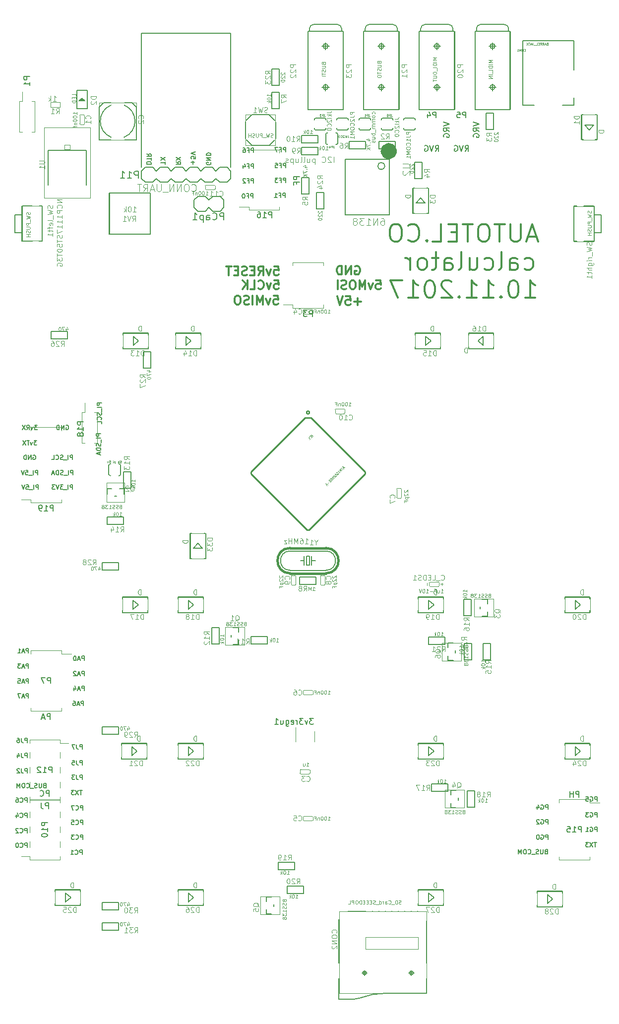
<source format=gbo>
G04 #@! TF.FileFunction,Legend,Bot*
%FSLAX46Y46*%
G04 Gerber Fmt 4.6, Leading zero omitted, Abs format (unit mm)*
G04 Created by KiCad (PCBNEW 4.0.4-stable) date 11/21/17 10:24:49*
%MOMM*%
%LPD*%
G01*
G04 APERTURE LIST*
%ADD10C,2.000000*%
%ADD11C,0.177800*%
%ADD12C,0.300000*%
%ADD13C,0.100000*%
%ADD14C,0.066040*%
%ADD15C,0.127000*%
%ADD16C,0.150000*%
%ADD17C,0.203200*%
%ADD18C,0.076200*%
%ADD19C,0.120000*%
%ADD20C,0.050800*%
%ADD21C,0.406400*%
%ADD22C,0.152400*%
%ADD23C,0.070000*%
%ADD24C,0.254000*%
%ADD25C,0.101600*%
%ADD26C,0.032512*%
G04 APERTURE END LIST*
D10*
D11*
X33381000Y-22019429D02*
X33417286Y-22092000D01*
X33417286Y-22200857D01*
X33381000Y-22309714D01*
X33308429Y-22382286D01*
X33235857Y-22418571D01*
X33090714Y-22454857D01*
X32981857Y-22454857D01*
X32836714Y-22418571D01*
X32764143Y-22382286D01*
X32691571Y-22309714D01*
X32655286Y-22200857D01*
X32655286Y-22128286D01*
X32691571Y-22019429D01*
X32727857Y-21983143D01*
X32981857Y-21983143D01*
X32981857Y-22128286D01*
X32655286Y-21656571D02*
X33417286Y-21656571D01*
X32655286Y-21221143D01*
X33417286Y-21221143D01*
X32655286Y-20858285D02*
X33417286Y-20858285D01*
X33417286Y-20676857D01*
X33381000Y-20568000D01*
X33308429Y-20495428D01*
X33235857Y-20459143D01*
X33090714Y-20422857D01*
X32981857Y-20422857D01*
X32836714Y-20459143D01*
X32764143Y-20495428D01*
X32691571Y-20568000D01*
X32655286Y-20676857D01*
X32655286Y-20858285D01*
X30345571Y-22318571D02*
X30345571Y-21738000D01*
X30055286Y-22028286D02*
X30635857Y-22028286D01*
X30817286Y-21012285D02*
X30817286Y-21375142D01*
X30454429Y-21411428D01*
X30490714Y-21375142D01*
X30527000Y-21302571D01*
X30527000Y-21121142D01*
X30490714Y-21048571D01*
X30454429Y-21012285D01*
X30381857Y-20976000D01*
X30200429Y-20976000D01*
X30127857Y-21012285D01*
X30091571Y-21048571D01*
X30055286Y-21121142D01*
X30055286Y-21302571D01*
X30091571Y-21375142D01*
X30127857Y-21411428D01*
X30817286Y-20758286D02*
X30055286Y-20504286D01*
X30817286Y-20250286D01*
X27455286Y-21883143D02*
X27818143Y-22137143D01*
X27455286Y-22318571D02*
X28217286Y-22318571D01*
X28217286Y-22028286D01*
X28181000Y-21955714D01*
X28144714Y-21919429D01*
X28072143Y-21883143D01*
X27963286Y-21883143D01*
X27890714Y-21919429D01*
X27854429Y-21955714D01*
X27818143Y-22028286D01*
X27818143Y-22318571D01*
X28217286Y-21629143D02*
X27455286Y-21121143D01*
X28217286Y-21121143D02*
X27455286Y-21629143D01*
X25617286Y-22327429D02*
X25617286Y-21892000D01*
X24855286Y-22109714D02*
X25617286Y-22109714D01*
X25617286Y-21710572D02*
X24855286Y-21202572D01*
X25617286Y-21202572D02*
X24855286Y-21710572D01*
X22455286Y-22318571D02*
X23217286Y-22318571D01*
X23217286Y-22137143D01*
X23181000Y-22028286D01*
X23108429Y-21955714D01*
X23035857Y-21919429D01*
X22890714Y-21883143D01*
X22781857Y-21883143D01*
X22636714Y-21919429D01*
X22564143Y-21955714D01*
X22491571Y-22028286D01*
X22455286Y-22137143D01*
X22455286Y-22318571D01*
X23217286Y-21665429D02*
X23217286Y-21230000D01*
X22455286Y-21447714D02*
X23217286Y-21447714D01*
X22455286Y-20540572D02*
X22818143Y-20794572D01*
X22455286Y-20976000D02*
X23217286Y-20976000D01*
X23217286Y-20685715D01*
X23181000Y-20613143D01*
X23144714Y-20576858D01*
X23072143Y-20540572D01*
X22963286Y-20540572D01*
X22890714Y-20576858D01*
X22854429Y-20613143D01*
X22818143Y-20685715D01*
X22818143Y-20976000D01*
X46088999Y-28044714D02*
X46088999Y-27282714D01*
X45798714Y-27282714D01*
X45726142Y-27319000D01*
X45689857Y-27355286D01*
X45653571Y-27427857D01*
X45653571Y-27536714D01*
X45689857Y-27609286D01*
X45726142Y-27645571D01*
X45798714Y-27681857D01*
X46088999Y-27681857D01*
X45072999Y-27645571D02*
X45326999Y-27645571D01*
X45326999Y-28044714D02*
X45326999Y-27282714D01*
X44964142Y-27282714D01*
X44274714Y-28044714D02*
X44710142Y-28044714D01*
X44492428Y-28044714D02*
X44492428Y-27282714D01*
X44564999Y-27391571D01*
X44637571Y-27464143D01*
X44710142Y-27500429D01*
X46188999Y-25444714D02*
X46188999Y-24682714D01*
X45898714Y-24682714D01*
X45826142Y-24719000D01*
X45789857Y-24755286D01*
X45753571Y-24827857D01*
X45753571Y-24936714D01*
X45789857Y-25009286D01*
X45826142Y-25045571D01*
X45898714Y-25081857D01*
X46188999Y-25081857D01*
X45172999Y-25045571D02*
X45426999Y-25045571D01*
X45426999Y-25444714D02*
X45426999Y-24682714D01*
X45064142Y-24682714D01*
X44846428Y-24682714D02*
X44374714Y-24682714D01*
X44628714Y-24973000D01*
X44519856Y-24973000D01*
X44447285Y-25009286D01*
X44410999Y-25045571D01*
X44374714Y-25118143D01*
X44374714Y-25299571D01*
X44410999Y-25372143D01*
X44447285Y-25408429D01*
X44519856Y-25444714D01*
X44737571Y-25444714D01*
X44810142Y-25408429D01*
X44846428Y-25372143D01*
X46188999Y-22944714D02*
X46188999Y-22182714D01*
X45898714Y-22182714D01*
X45826142Y-22219000D01*
X45789857Y-22255286D01*
X45753571Y-22327857D01*
X45753571Y-22436714D01*
X45789857Y-22509286D01*
X45826142Y-22545571D01*
X45898714Y-22581857D01*
X46188999Y-22581857D01*
X45172999Y-22545571D02*
X45426999Y-22545571D01*
X45426999Y-22944714D02*
X45426999Y-22182714D01*
X45064142Y-22182714D01*
X44410999Y-22182714D02*
X44773856Y-22182714D01*
X44810142Y-22545571D01*
X44773856Y-22509286D01*
X44701285Y-22473000D01*
X44519856Y-22473000D01*
X44447285Y-22509286D01*
X44410999Y-22545571D01*
X44374714Y-22618143D01*
X44374714Y-22799571D01*
X44410999Y-22872143D01*
X44447285Y-22908429D01*
X44519856Y-22944714D01*
X44701285Y-22944714D01*
X44773856Y-22908429D01*
X44810142Y-22872143D01*
X46188999Y-20244714D02*
X46188999Y-19482714D01*
X45898714Y-19482714D01*
X45826142Y-19519000D01*
X45789857Y-19555286D01*
X45753571Y-19627857D01*
X45753571Y-19736714D01*
X45789857Y-19809286D01*
X45826142Y-19845571D01*
X45898714Y-19881857D01*
X46188999Y-19881857D01*
X45172999Y-19845571D02*
X45426999Y-19845571D01*
X45426999Y-20244714D02*
X45426999Y-19482714D01*
X45064142Y-19482714D01*
X44846428Y-19482714D02*
X44338428Y-19482714D01*
X44664999Y-20244714D01*
X40588999Y-28144714D02*
X40588999Y-27382714D01*
X40298714Y-27382714D01*
X40226142Y-27419000D01*
X40189857Y-27455286D01*
X40153571Y-27527857D01*
X40153571Y-27636714D01*
X40189857Y-27709286D01*
X40226142Y-27745571D01*
X40298714Y-27781857D01*
X40588999Y-27781857D01*
X39572999Y-27745571D02*
X39826999Y-27745571D01*
X39826999Y-28144714D02*
X39826999Y-27382714D01*
X39464142Y-27382714D01*
X39028714Y-27382714D02*
X38956142Y-27382714D01*
X38883571Y-27419000D01*
X38847285Y-27455286D01*
X38810999Y-27527857D01*
X38774714Y-27673000D01*
X38774714Y-27854429D01*
X38810999Y-27999571D01*
X38847285Y-28072143D01*
X38883571Y-28108429D01*
X38956142Y-28144714D01*
X39028714Y-28144714D01*
X39101285Y-28108429D01*
X39137571Y-28072143D01*
X39173856Y-27999571D01*
X39210142Y-27854429D01*
X39210142Y-27673000D01*
X39173856Y-27527857D01*
X39137571Y-27455286D01*
X39101285Y-27419000D01*
X39028714Y-27382714D01*
X40688999Y-25544714D02*
X40688999Y-24782714D01*
X40398714Y-24782714D01*
X40326142Y-24819000D01*
X40289857Y-24855286D01*
X40253571Y-24927857D01*
X40253571Y-25036714D01*
X40289857Y-25109286D01*
X40326142Y-25145571D01*
X40398714Y-25181857D01*
X40688999Y-25181857D01*
X39672999Y-25145571D02*
X39926999Y-25145571D01*
X39926999Y-25544714D02*
X39926999Y-24782714D01*
X39564142Y-24782714D01*
X39310142Y-24855286D02*
X39273856Y-24819000D01*
X39201285Y-24782714D01*
X39019856Y-24782714D01*
X38947285Y-24819000D01*
X38910999Y-24855286D01*
X38874714Y-24927857D01*
X38874714Y-25000429D01*
X38910999Y-25109286D01*
X39346428Y-25544714D01*
X38874714Y-25544714D01*
X40688999Y-23044714D02*
X40688999Y-22282714D01*
X40398714Y-22282714D01*
X40326142Y-22319000D01*
X40289857Y-22355286D01*
X40253571Y-22427857D01*
X40253571Y-22536714D01*
X40289857Y-22609286D01*
X40326142Y-22645571D01*
X40398714Y-22681857D01*
X40688999Y-22681857D01*
X39672999Y-22645571D02*
X39926999Y-22645571D01*
X39926999Y-23044714D02*
X39926999Y-22282714D01*
X39564142Y-22282714D01*
X38947285Y-22536714D02*
X38947285Y-23044714D01*
X39128714Y-22246429D02*
X39310142Y-22790714D01*
X38838428Y-22790714D01*
X40688999Y-20344714D02*
X40688999Y-19582714D01*
X40398714Y-19582714D01*
X40326142Y-19619000D01*
X40289857Y-19655286D01*
X40253571Y-19727857D01*
X40253571Y-19836714D01*
X40289857Y-19909286D01*
X40326142Y-19945571D01*
X40398714Y-19981857D01*
X40688999Y-19981857D01*
X39672999Y-19945571D02*
X39926999Y-19945571D01*
X39926999Y-20344714D02*
X39926999Y-19582714D01*
X39564142Y-19582714D01*
X38947285Y-19582714D02*
X39092428Y-19582714D01*
X39164999Y-19619000D01*
X39201285Y-19655286D01*
X39273856Y-19764143D01*
X39310142Y-19909286D01*
X39310142Y-20199571D01*
X39273856Y-20272143D01*
X39237571Y-20308429D01*
X39164999Y-20344714D01*
X39019856Y-20344714D01*
X38947285Y-20308429D01*
X38910999Y-20272143D01*
X38874714Y-20199571D01*
X38874714Y-20018143D01*
X38910999Y-19945571D01*
X38947285Y-19909286D01*
X39019856Y-19873000D01*
X39164999Y-19873000D01*
X39237571Y-19909286D01*
X39273856Y-19945571D01*
X39310142Y-20018143D01*
X99343428Y-136244714D02*
X99343428Y-135482714D01*
X99053143Y-135482714D01*
X98980571Y-135519000D01*
X98944286Y-135555286D01*
X98908000Y-135627857D01*
X98908000Y-135736714D01*
X98944286Y-135809286D01*
X98980571Y-135845571D01*
X99053143Y-135881857D01*
X99343428Y-135881857D01*
X98182286Y-135519000D02*
X98254857Y-135482714D01*
X98363714Y-135482714D01*
X98472571Y-135519000D01*
X98545143Y-135591571D01*
X98581428Y-135664143D01*
X98617714Y-135809286D01*
X98617714Y-135918143D01*
X98581428Y-136063286D01*
X98545143Y-136135857D01*
X98472571Y-136208429D01*
X98363714Y-136244714D01*
X98291143Y-136244714D01*
X98182286Y-136208429D01*
X98146000Y-136172143D01*
X98146000Y-135918143D01*
X98291143Y-135918143D01*
X97420286Y-136244714D02*
X97855714Y-136244714D01*
X97638000Y-136244714D02*
X97638000Y-135482714D01*
X97710571Y-135591571D01*
X97783143Y-135664143D01*
X97855714Y-135700429D01*
X99243428Y-138082714D02*
X98807999Y-138082714D01*
X99025713Y-138844714D02*
X99025713Y-138082714D01*
X98626571Y-138082714D02*
X98118571Y-138844714D01*
X98118571Y-138082714D02*
X98626571Y-138844714D01*
X97900857Y-138082714D02*
X97429143Y-138082714D01*
X97683143Y-138373000D01*
X97574285Y-138373000D01*
X97501714Y-138409286D01*
X97465428Y-138445571D01*
X97429143Y-138518143D01*
X97429143Y-138699571D01*
X97465428Y-138772143D01*
X97501714Y-138808429D01*
X97574285Y-138844714D01*
X97792000Y-138844714D01*
X97864571Y-138808429D01*
X97900857Y-138772143D01*
X90613428Y-139645571D02*
X90504571Y-139681857D01*
X90468286Y-139718143D01*
X90432000Y-139790714D01*
X90432000Y-139899571D01*
X90468286Y-139972143D01*
X90504571Y-140008429D01*
X90577143Y-140044714D01*
X90867428Y-140044714D01*
X90867428Y-139282714D01*
X90613428Y-139282714D01*
X90540857Y-139319000D01*
X90504571Y-139355286D01*
X90468286Y-139427857D01*
X90468286Y-139500429D01*
X90504571Y-139573000D01*
X90540857Y-139609286D01*
X90613428Y-139645571D01*
X90867428Y-139645571D01*
X90105428Y-139282714D02*
X90105428Y-139899571D01*
X90069143Y-139972143D01*
X90032857Y-140008429D01*
X89960286Y-140044714D01*
X89815143Y-140044714D01*
X89742571Y-140008429D01*
X89706286Y-139972143D01*
X89670000Y-139899571D01*
X89670000Y-139282714D01*
X89343428Y-140008429D02*
X89234571Y-140044714D01*
X89053142Y-140044714D01*
X88980571Y-140008429D01*
X88944285Y-139972143D01*
X88908000Y-139899571D01*
X88908000Y-139827000D01*
X88944285Y-139754429D01*
X88980571Y-139718143D01*
X89053142Y-139681857D01*
X89198285Y-139645571D01*
X89270857Y-139609286D01*
X89307142Y-139573000D01*
X89343428Y-139500429D01*
X89343428Y-139427857D01*
X89307142Y-139355286D01*
X89270857Y-139319000D01*
X89198285Y-139282714D01*
X89016857Y-139282714D01*
X88908000Y-139319000D01*
X88762857Y-140117286D02*
X88182286Y-140117286D01*
X87565429Y-139972143D02*
X87601715Y-140008429D01*
X87710572Y-140044714D01*
X87783143Y-140044714D01*
X87892000Y-140008429D01*
X87964572Y-139935857D01*
X88000857Y-139863286D01*
X88037143Y-139718143D01*
X88037143Y-139609286D01*
X88000857Y-139464143D01*
X87964572Y-139391571D01*
X87892000Y-139319000D01*
X87783143Y-139282714D01*
X87710572Y-139282714D01*
X87601715Y-139319000D01*
X87565429Y-139355286D01*
X87093715Y-139282714D02*
X86948572Y-139282714D01*
X86876000Y-139319000D01*
X86803429Y-139391571D01*
X86767143Y-139536714D01*
X86767143Y-139790714D01*
X86803429Y-139935857D01*
X86876000Y-140008429D01*
X86948572Y-140044714D01*
X87093715Y-140044714D01*
X87166286Y-140008429D01*
X87238857Y-139935857D01*
X87275143Y-139790714D01*
X87275143Y-139536714D01*
X87238857Y-139391571D01*
X87166286Y-139319000D01*
X87093715Y-139282714D01*
X86440571Y-140044714D02*
X86440571Y-139282714D01*
X86186571Y-139827000D01*
X85932571Y-139282714D01*
X85932571Y-140044714D01*
X90943428Y-137544714D02*
X90943428Y-136782714D01*
X90653143Y-136782714D01*
X90580571Y-136819000D01*
X90544286Y-136855286D01*
X90508000Y-136927857D01*
X90508000Y-137036714D01*
X90544286Y-137109286D01*
X90580571Y-137145571D01*
X90653143Y-137181857D01*
X90943428Y-137181857D01*
X89782286Y-136819000D02*
X89854857Y-136782714D01*
X89963714Y-136782714D01*
X90072571Y-136819000D01*
X90145143Y-136891571D01*
X90181428Y-136964143D01*
X90217714Y-137109286D01*
X90217714Y-137218143D01*
X90181428Y-137363286D01*
X90145143Y-137435857D01*
X90072571Y-137508429D01*
X89963714Y-137544714D01*
X89891143Y-137544714D01*
X89782286Y-137508429D01*
X89746000Y-137472143D01*
X89746000Y-137218143D01*
X89891143Y-137218143D01*
X89274286Y-136782714D02*
X89201714Y-136782714D01*
X89129143Y-136819000D01*
X89092857Y-136855286D01*
X89056571Y-136927857D01*
X89020286Y-137073000D01*
X89020286Y-137254429D01*
X89056571Y-137399571D01*
X89092857Y-137472143D01*
X89129143Y-137508429D01*
X89201714Y-137544714D01*
X89274286Y-137544714D01*
X89346857Y-137508429D01*
X89383143Y-137472143D01*
X89419428Y-137399571D01*
X89455714Y-137254429D01*
X89455714Y-137073000D01*
X89419428Y-136927857D01*
X89383143Y-136855286D01*
X89346857Y-136819000D01*
X89274286Y-136782714D01*
X90943428Y-134944714D02*
X90943428Y-134182714D01*
X90653143Y-134182714D01*
X90580571Y-134219000D01*
X90544286Y-134255286D01*
X90508000Y-134327857D01*
X90508000Y-134436714D01*
X90544286Y-134509286D01*
X90580571Y-134545571D01*
X90653143Y-134581857D01*
X90943428Y-134581857D01*
X89782286Y-134219000D02*
X89854857Y-134182714D01*
X89963714Y-134182714D01*
X90072571Y-134219000D01*
X90145143Y-134291571D01*
X90181428Y-134364143D01*
X90217714Y-134509286D01*
X90217714Y-134618143D01*
X90181428Y-134763286D01*
X90145143Y-134835857D01*
X90072571Y-134908429D01*
X89963714Y-134944714D01*
X89891143Y-134944714D01*
X89782286Y-134908429D01*
X89746000Y-134872143D01*
X89746000Y-134618143D01*
X89891143Y-134618143D01*
X89455714Y-134255286D02*
X89419428Y-134219000D01*
X89346857Y-134182714D01*
X89165428Y-134182714D01*
X89092857Y-134219000D01*
X89056571Y-134255286D01*
X89020286Y-134327857D01*
X89020286Y-134400429D01*
X89056571Y-134509286D01*
X89492000Y-134944714D01*
X89020286Y-134944714D01*
X90943428Y-132444714D02*
X90943428Y-131682714D01*
X90653143Y-131682714D01*
X90580571Y-131719000D01*
X90544286Y-131755286D01*
X90508000Y-131827857D01*
X90508000Y-131936714D01*
X90544286Y-132009286D01*
X90580571Y-132045571D01*
X90653143Y-132081857D01*
X90943428Y-132081857D01*
X89782286Y-131719000D02*
X89854857Y-131682714D01*
X89963714Y-131682714D01*
X90072571Y-131719000D01*
X90145143Y-131791571D01*
X90181428Y-131864143D01*
X90217714Y-132009286D01*
X90217714Y-132118143D01*
X90181428Y-132263286D01*
X90145143Y-132335857D01*
X90072571Y-132408429D01*
X89963714Y-132444714D01*
X89891143Y-132444714D01*
X89782286Y-132408429D01*
X89746000Y-132372143D01*
X89746000Y-132118143D01*
X89891143Y-132118143D01*
X89092857Y-131936714D02*
X89092857Y-132444714D01*
X89274286Y-131646429D02*
X89455714Y-132190714D01*
X88984000Y-132190714D01*
X99343428Y-131044714D02*
X99343428Y-130282714D01*
X99053143Y-130282714D01*
X98980571Y-130319000D01*
X98944286Y-130355286D01*
X98908000Y-130427857D01*
X98908000Y-130536714D01*
X98944286Y-130609286D01*
X98980571Y-130645571D01*
X99053143Y-130681857D01*
X99343428Y-130681857D01*
X98182286Y-130319000D02*
X98254857Y-130282714D01*
X98363714Y-130282714D01*
X98472571Y-130319000D01*
X98545143Y-130391571D01*
X98581428Y-130464143D01*
X98617714Y-130609286D01*
X98617714Y-130718143D01*
X98581428Y-130863286D01*
X98545143Y-130935857D01*
X98472571Y-131008429D01*
X98363714Y-131044714D01*
X98291143Y-131044714D01*
X98182286Y-131008429D01*
X98146000Y-130972143D01*
X98146000Y-130718143D01*
X98291143Y-130718143D01*
X97456571Y-130282714D02*
X97819428Y-130282714D01*
X97855714Y-130645571D01*
X97819428Y-130609286D01*
X97746857Y-130573000D01*
X97565428Y-130573000D01*
X97492857Y-130609286D01*
X97456571Y-130645571D01*
X97420286Y-130718143D01*
X97420286Y-130899571D01*
X97456571Y-130972143D01*
X97492857Y-131008429D01*
X97565428Y-131044714D01*
X97746857Y-131044714D01*
X97819428Y-131008429D01*
X97855714Y-130972143D01*
X99343428Y-133744714D02*
X99343428Y-132982714D01*
X99053143Y-132982714D01*
X98980571Y-133019000D01*
X98944286Y-133055286D01*
X98908000Y-133127857D01*
X98908000Y-133236714D01*
X98944286Y-133309286D01*
X98980571Y-133345571D01*
X99053143Y-133381857D01*
X99343428Y-133381857D01*
X98182286Y-133019000D02*
X98254857Y-132982714D01*
X98363714Y-132982714D01*
X98472571Y-133019000D01*
X98545143Y-133091571D01*
X98581428Y-133164143D01*
X98617714Y-133309286D01*
X98617714Y-133418143D01*
X98581428Y-133563286D01*
X98545143Y-133635857D01*
X98472571Y-133708429D01*
X98363714Y-133744714D01*
X98291143Y-133744714D01*
X98182286Y-133708429D01*
X98146000Y-133672143D01*
X98146000Y-133418143D01*
X98291143Y-133418143D01*
X97892000Y-132982714D02*
X97420286Y-132982714D01*
X97674286Y-133273000D01*
X97565428Y-133273000D01*
X97492857Y-133309286D01*
X97456571Y-133345571D01*
X97420286Y-133418143D01*
X97420286Y-133599571D01*
X97456571Y-133672143D01*
X97492857Y-133708429D01*
X97565428Y-133744714D01*
X97783143Y-133744714D01*
X97855714Y-133708429D01*
X97892000Y-133672143D01*
X11543428Y-137544714D02*
X11543428Y-136782714D01*
X11253143Y-136782714D01*
X11180571Y-136819000D01*
X11144286Y-136855286D01*
X11108000Y-136927857D01*
X11108000Y-137036714D01*
X11144286Y-137109286D01*
X11180571Y-137145571D01*
X11253143Y-137181857D01*
X11543428Y-137181857D01*
X10346000Y-137472143D02*
X10382286Y-137508429D01*
X10491143Y-137544714D01*
X10563714Y-137544714D01*
X10672571Y-137508429D01*
X10745143Y-137435857D01*
X10781428Y-137363286D01*
X10817714Y-137218143D01*
X10817714Y-137109286D01*
X10781428Y-136964143D01*
X10745143Y-136891571D01*
X10672571Y-136819000D01*
X10563714Y-136782714D01*
X10491143Y-136782714D01*
X10382286Y-136819000D01*
X10346000Y-136855286D01*
X10092000Y-136782714D02*
X9620286Y-136782714D01*
X9874286Y-137073000D01*
X9765428Y-137073000D01*
X9692857Y-137109286D01*
X9656571Y-137145571D01*
X9620286Y-137218143D01*
X9620286Y-137399571D01*
X9656571Y-137472143D01*
X9692857Y-137508429D01*
X9765428Y-137544714D01*
X9983143Y-137544714D01*
X10055714Y-137508429D01*
X10092000Y-137472143D01*
X11443428Y-140144714D02*
X11443428Y-139382714D01*
X11153143Y-139382714D01*
X11080571Y-139419000D01*
X11044286Y-139455286D01*
X11008000Y-139527857D01*
X11008000Y-139636714D01*
X11044286Y-139709286D01*
X11080571Y-139745571D01*
X11153143Y-139781857D01*
X11443428Y-139781857D01*
X10246000Y-140072143D02*
X10282286Y-140108429D01*
X10391143Y-140144714D01*
X10463714Y-140144714D01*
X10572571Y-140108429D01*
X10645143Y-140035857D01*
X10681428Y-139963286D01*
X10717714Y-139818143D01*
X10717714Y-139709286D01*
X10681428Y-139564143D01*
X10645143Y-139491571D01*
X10572571Y-139419000D01*
X10463714Y-139382714D01*
X10391143Y-139382714D01*
X10282286Y-139419000D01*
X10246000Y-139455286D01*
X9520286Y-140144714D02*
X9955714Y-140144714D01*
X9738000Y-140144714D02*
X9738000Y-139382714D01*
X9810571Y-139491571D01*
X9883143Y-139564143D01*
X9955714Y-139600429D01*
X2043428Y-138944714D02*
X2043428Y-138182714D01*
X1753143Y-138182714D01*
X1680571Y-138219000D01*
X1644286Y-138255286D01*
X1608000Y-138327857D01*
X1608000Y-138436714D01*
X1644286Y-138509286D01*
X1680571Y-138545571D01*
X1753143Y-138581857D01*
X2043428Y-138581857D01*
X846000Y-138872143D02*
X882286Y-138908429D01*
X991143Y-138944714D01*
X1063714Y-138944714D01*
X1172571Y-138908429D01*
X1245143Y-138835857D01*
X1281428Y-138763286D01*
X1317714Y-138618143D01*
X1317714Y-138509286D01*
X1281428Y-138364143D01*
X1245143Y-138291571D01*
X1172571Y-138219000D01*
X1063714Y-138182714D01*
X991143Y-138182714D01*
X882286Y-138219000D01*
X846000Y-138255286D01*
X374286Y-138182714D02*
X301714Y-138182714D01*
X229143Y-138219000D01*
X192857Y-138255286D01*
X156571Y-138327857D01*
X120286Y-138473000D01*
X120286Y-138654429D01*
X156571Y-138799571D01*
X192857Y-138872143D01*
X229143Y-138908429D01*
X301714Y-138944714D01*
X374286Y-138944714D01*
X446857Y-138908429D01*
X483143Y-138872143D01*
X519428Y-138799571D01*
X555714Y-138654429D01*
X555714Y-138473000D01*
X519428Y-138327857D01*
X483143Y-138255286D01*
X446857Y-138219000D01*
X374286Y-138182714D01*
X2043428Y-136444714D02*
X2043428Y-135682714D01*
X1753143Y-135682714D01*
X1680571Y-135719000D01*
X1644286Y-135755286D01*
X1608000Y-135827857D01*
X1608000Y-135936714D01*
X1644286Y-136009286D01*
X1680571Y-136045571D01*
X1753143Y-136081857D01*
X2043428Y-136081857D01*
X846000Y-136372143D02*
X882286Y-136408429D01*
X991143Y-136444714D01*
X1063714Y-136444714D01*
X1172571Y-136408429D01*
X1245143Y-136335857D01*
X1281428Y-136263286D01*
X1317714Y-136118143D01*
X1317714Y-136009286D01*
X1281428Y-135864143D01*
X1245143Y-135791571D01*
X1172571Y-135719000D01*
X1063714Y-135682714D01*
X991143Y-135682714D01*
X882286Y-135719000D01*
X846000Y-135755286D01*
X555714Y-135755286D02*
X519428Y-135719000D01*
X446857Y-135682714D01*
X265428Y-135682714D01*
X192857Y-135719000D01*
X156571Y-135755286D01*
X120286Y-135827857D01*
X120286Y-135900429D01*
X156571Y-136009286D01*
X592000Y-136444714D01*
X120286Y-136444714D01*
X2043428Y-133844714D02*
X2043428Y-133082714D01*
X1753143Y-133082714D01*
X1680571Y-133119000D01*
X1644286Y-133155286D01*
X1608000Y-133227857D01*
X1608000Y-133336714D01*
X1644286Y-133409286D01*
X1680571Y-133445571D01*
X1753143Y-133481857D01*
X2043428Y-133481857D01*
X846000Y-133772143D02*
X882286Y-133808429D01*
X991143Y-133844714D01*
X1063714Y-133844714D01*
X1172571Y-133808429D01*
X1245143Y-133735857D01*
X1281428Y-133663286D01*
X1317714Y-133518143D01*
X1317714Y-133409286D01*
X1281428Y-133264143D01*
X1245143Y-133191571D01*
X1172571Y-133119000D01*
X1063714Y-133082714D01*
X991143Y-133082714D01*
X882286Y-133119000D01*
X846000Y-133155286D01*
X192857Y-133336714D02*
X192857Y-133844714D01*
X374286Y-133046429D02*
X555714Y-133590714D01*
X84000Y-133590714D01*
X2043428Y-131244714D02*
X2043428Y-130482714D01*
X1753143Y-130482714D01*
X1680571Y-130519000D01*
X1644286Y-130555286D01*
X1608000Y-130627857D01*
X1608000Y-130736714D01*
X1644286Y-130809286D01*
X1680571Y-130845571D01*
X1753143Y-130881857D01*
X2043428Y-130881857D01*
X846000Y-131172143D02*
X882286Y-131208429D01*
X991143Y-131244714D01*
X1063714Y-131244714D01*
X1172571Y-131208429D01*
X1245143Y-131135857D01*
X1281428Y-131063286D01*
X1317714Y-130918143D01*
X1317714Y-130809286D01*
X1281428Y-130664143D01*
X1245143Y-130591571D01*
X1172571Y-130519000D01*
X1063714Y-130482714D01*
X991143Y-130482714D01*
X882286Y-130519000D01*
X846000Y-130555286D01*
X192857Y-130482714D02*
X338000Y-130482714D01*
X410571Y-130519000D01*
X446857Y-130555286D01*
X519428Y-130664143D01*
X555714Y-130809286D01*
X555714Y-131099571D01*
X519428Y-131172143D01*
X483143Y-131208429D01*
X410571Y-131244714D01*
X265428Y-131244714D01*
X192857Y-131208429D01*
X156571Y-131172143D01*
X120286Y-131099571D01*
X120286Y-130918143D01*
X156571Y-130845571D01*
X192857Y-130809286D01*
X265428Y-130773000D01*
X410571Y-130773000D01*
X483143Y-130809286D01*
X519428Y-130845571D01*
X555714Y-130918143D01*
X11543428Y-132544714D02*
X11543428Y-131782714D01*
X11253143Y-131782714D01*
X11180571Y-131819000D01*
X11144286Y-131855286D01*
X11108000Y-131927857D01*
X11108000Y-132036714D01*
X11144286Y-132109286D01*
X11180571Y-132145571D01*
X11253143Y-132181857D01*
X11543428Y-132181857D01*
X10346000Y-132472143D02*
X10382286Y-132508429D01*
X10491143Y-132544714D01*
X10563714Y-132544714D01*
X10672571Y-132508429D01*
X10745143Y-132435857D01*
X10781428Y-132363286D01*
X10817714Y-132218143D01*
X10817714Y-132109286D01*
X10781428Y-131964143D01*
X10745143Y-131891571D01*
X10672571Y-131819000D01*
X10563714Y-131782714D01*
X10491143Y-131782714D01*
X10382286Y-131819000D01*
X10346000Y-131855286D01*
X10092000Y-131782714D02*
X9584000Y-131782714D01*
X9910571Y-132544714D01*
X11543428Y-135044714D02*
X11543428Y-134282714D01*
X11253143Y-134282714D01*
X11180571Y-134319000D01*
X11144286Y-134355286D01*
X11108000Y-134427857D01*
X11108000Y-134536714D01*
X11144286Y-134609286D01*
X11180571Y-134645571D01*
X11253143Y-134681857D01*
X11543428Y-134681857D01*
X10346000Y-134972143D02*
X10382286Y-135008429D01*
X10491143Y-135044714D01*
X10563714Y-135044714D01*
X10672571Y-135008429D01*
X10745143Y-134935857D01*
X10781428Y-134863286D01*
X10817714Y-134718143D01*
X10817714Y-134609286D01*
X10781428Y-134464143D01*
X10745143Y-134391571D01*
X10672571Y-134319000D01*
X10563714Y-134282714D01*
X10491143Y-134282714D01*
X10382286Y-134319000D01*
X10346000Y-134355286D01*
X9656571Y-134282714D02*
X10019428Y-134282714D01*
X10055714Y-134645571D01*
X10019428Y-134609286D01*
X9946857Y-134573000D01*
X9765428Y-134573000D01*
X9692857Y-134609286D01*
X9656571Y-134645571D01*
X9620286Y-134718143D01*
X9620286Y-134899571D01*
X9656571Y-134972143D01*
X9692857Y-135008429D01*
X9765428Y-135044714D01*
X9946857Y-135044714D01*
X10019428Y-135008429D01*
X10055714Y-134972143D01*
X11452713Y-127344714D02*
X11452713Y-126582714D01*
X11162428Y-126582714D01*
X11089856Y-126619000D01*
X11053571Y-126655286D01*
X11017285Y-126727857D01*
X11017285Y-126836714D01*
X11053571Y-126909286D01*
X11089856Y-126945571D01*
X11162428Y-126981857D01*
X11452713Y-126981857D01*
X10472999Y-126582714D02*
X10472999Y-127127000D01*
X10509285Y-127235857D01*
X10581856Y-127308429D01*
X10690713Y-127344714D01*
X10763285Y-127344714D01*
X10182714Y-126582714D02*
X9711000Y-126582714D01*
X9965000Y-126873000D01*
X9856142Y-126873000D01*
X9783571Y-126909286D01*
X9747285Y-126945571D01*
X9711000Y-127018143D01*
X9711000Y-127199571D01*
X9747285Y-127272143D01*
X9783571Y-127308429D01*
X9856142Y-127344714D01*
X10073857Y-127344714D01*
X10146428Y-127308429D01*
X10182714Y-127272143D01*
X11443428Y-129182714D02*
X11007999Y-129182714D01*
X11225713Y-129944714D02*
X11225713Y-129182714D01*
X10826571Y-129182714D02*
X10318571Y-129944714D01*
X10318571Y-129182714D02*
X10826571Y-129944714D01*
X10100857Y-129182714D02*
X9629143Y-129182714D01*
X9883143Y-129473000D01*
X9774285Y-129473000D01*
X9701714Y-129509286D01*
X9665428Y-129545571D01*
X9629143Y-129618143D01*
X9629143Y-129799571D01*
X9665428Y-129872143D01*
X9701714Y-129908429D01*
X9774285Y-129944714D01*
X9992000Y-129944714D01*
X10064571Y-129908429D01*
X10100857Y-129872143D01*
X5013428Y-128345571D02*
X4904571Y-128381857D01*
X4868286Y-128418143D01*
X4832000Y-128490714D01*
X4832000Y-128599571D01*
X4868286Y-128672143D01*
X4904571Y-128708429D01*
X4977143Y-128744714D01*
X5267428Y-128744714D01*
X5267428Y-127982714D01*
X5013428Y-127982714D01*
X4940857Y-128019000D01*
X4904571Y-128055286D01*
X4868286Y-128127857D01*
X4868286Y-128200429D01*
X4904571Y-128273000D01*
X4940857Y-128309286D01*
X5013428Y-128345571D01*
X5267428Y-128345571D01*
X4505428Y-127982714D02*
X4505428Y-128599571D01*
X4469143Y-128672143D01*
X4432857Y-128708429D01*
X4360286Y-128744714D01*
X4215143Y-128744714D01*
X4142571Y-128708429D01*
X4106286Y-128672143D01*
X4070000Y-128599571D01*
X4070000Y-127982714D01*
X3743428Y-128708429D02*
X3634571Y-128744714D01*
X3453142Y-128744714D01*
X3380571Y-128708429D01*
X3344285Y-128672143D01*
X3308000Y-128599571D01*
X3308000Y-128527000D01*
X3344285Y-128454429D01*
X3380571Y-128418143D01*
X3453142Y-128381857D01*
X3598285Y-128345571D01*
X3670857Y-128309286D01*
X3707142Y-128273000D01*
X3743428Y-128200429D01*
X3743428Y-128127857D01*
X3707142Y-128055286D01*
X3670857Y-128019000D01*
X3598285Y-127982714D01*
X3416857Y-127982714D01*
X3308000Y-128019000D01*
X3162857Y-128817286D02*
X2582286Y-128817286D01*
X1965429Y-128672143D02*
X2001715Y-128708429D01*
X2110572Y-128744714D01*
X2183143Y-128744714D01*
X2292000Y-128708429D01*
X2364572Y-128635857D01*
X2400857Y-128563286D01*
X2437143Y-128418143D01*
X2437143Y-128309286D01*
X2400857Y-128164143D01*
X2364572Y-128091571D01*
X2292000Y-128019000D01*
X2183143Y-127982714D01*
X2110572Y-127982714D01*
X2001715Y-128019000D01*
X1965429Y-128055286D01*
X1493715Y-127982714D02*
X1348572Y-127982714D01*
X1276000Y-128019000D01*
X1203429Y-128091571D01*
X1167143Y-128236714D01*
X1167143Y-128490714D01*
X1203429Y-128635857D01*
X1276000Y-128708429D01*
X1348572Y-128744714D01*
X1493715Y-128744714D01*
X1566286Y-128708429D01*
X1638857Y-128635857D01*
X1675143Y-128490714D01*
X1675143Y-128236714D01*
X1638857Y-128091571D01*
X1566286Y-128019000D01*
X1493715Y-127982714D01*
X840571Y-128744714D02*
X840571Y-127982714D01*
X586571Y-128527000D01*
X332571Y-127982714D01*
X332571Y-128744714D01*
X2052713Y-126244714D02*
X2052713Y-125482714D01*
X1762428Y-125482714D01*
X1689856Y-125519000D01*
X1653571Y-125555286D01*
X1617285Y-125627857D01*
X1617285Y-125736714D01*
X1653571Y-125809286D01*
X1689856Y-125845571D01*
X1762428Y-125881857D01*
X2052713Y-125881857D01*
X1072999Y-125482714D02*
X1072999Y-126027000D01*
X1109285Y-126135857D01*
X1181856Y-126208429D01*
X1290713Y-126244714D01*
X1363285Y-126244714D01*
X746428Y-125555286D02*
X710142Y-125519000D01*
X637571Y-125482714D01*
X456142Y-125482714D01*
X383571Y-125519000D01*
X347285Y-125555286D01*
X311000Y-125627857D01*
X311000Y-125700429D01*
X347285Y-125809286D01*
X782714Y-126244714D01*
X311000Y-126244714D01*
X2052713Y-123644714D02*
X2052713Y-122882714D01*
X1762428Y-122882714D01*
X1689856Y-122919000D01*
X1653571Y-122955286D01*
X1617285Y-123027857D01*
X1617285Y-123136714D01*
X1653571Y-123209286D01*
X1689856Y-123245571D01*
X1762428Y-123281857D01*
X2052713Y-123281857D01*
X1072999Y-122882714D02*
X1072999Y-123427000D01*
X1109285Y-123535857D01*
X1181856Y-123608429D01*
X1290713Y-123644714D01*
X1363285Y-123644714D01*
X383571Y-123136714D02*
X383571Y-123644714D01*
X565000Y-122846429D02*
X746428Y-123390714D01*
X274714Y-123390714D01*
X2052713Y-121044714D02*
X2052713Y-120282714D01*
X1762428Y-120282714D01*
X1689856Y-120319000D01*
X1653571Y-120355286D01*
X1617285Y-120427857D01*
X1617285Y-120536714D01*
X1653571Y-120609286D01*
X1689856Y-120645571D01*
X1762428Y-120681857D01*
X2052713Y-120681857D01*
X1072999Y-120282714D02*
X1072999Y-120827000D01*
X1109285Y-120935857D01*
X1181856Y-121008429D01*
X1290713Y-121044714D01*
X1363285Y-121044714D01*
X383571Y-120282714D02*
X528714Y-120282714D01*
X601285Y-120319000D01*
X637571Y-120355286D01*
X710142Y-120464143D01*
X746428Y-120609286D01*
X746428Y-120899571D01*
X710142Y-120972143D01*
X673857Y-121008429D01*
X601285Y-121044714D01*
X456142Y-121044714D01*
X383571Y-121008429D01*
X347285Y-120972143D01*
X311000Y-120899571D01*
X311000Y-120718143D01*
X347285Y-120645571D01*
X383571Y-120609286D01*
X456142Y-120573000D01*
X601285Y-120573000D01*
X673857Y-120609286D01*
X710142Y-120645571D01*
X746428Y-120718143D01*
X11452713Y-122144714D02*
X11452713Y-121382714D01*
X11162428Y-121382714D01*
X11089856Y-121419000D01*
X11053571Y-121455286D01*
X11017285Y-121527857D01*
X11017285Y-121636714D01*
X11053571Y-121709286D01*
X11089856Y-121745571D01*
X11162428Y-121781857D01*
X11452713Y-121781857D01*
X10472999Y-121382714D02*
X10472999Y-121927000D01*
X10509285Y-122035857D01*
X10581856Y-122108429D01*
X10690713Y-122144714D01*
X10763285Y-122144714D01*
X10182714Y-121382714D02*
X9674714Y-121382714D01*
X10001285Y-122144714D01*
X11452713Y-124844714D02*
X11452713Y-124082714D01*
X11162428Y-124082714D01*
X11089856Y-124119000D01*
X11053571Y-124155286D01*
X11017285Y-124227857D01*
X11017285Y-124336714D01*
X11053571Y-124409286D01*
X11089856Y-124445571D01*
X11162428Y-124481857D01*
X11452713Y-124481857D01*
X10472999Y-124082714D02*
X10472999Y-124627000D01*
X10509285Y-124735857D01*
X10581856Y-124808429D01*
X10690713Y-124844714D01*
X10763285Y-124844714D01*
X9747285Y-124082714D02*
X10110142Y-124082714D01*
X10146428Y-124445571D01*
X10110142Y-124409286D01*
X10037571Y-124373000D01*
X9856142Y-124373000D01*
X9783571Y-124409286D01*
X9747285Y-124445571D01*
X9711000Y-124518143D01*
X9711000Y-124699571D01*
X9747285Y-124772143D01*
X9783571Y-124808429D01*
X9856142Y-124844714D01*
X10037571Y-124844714D01*
X10110142Y-124808429D01*
X10146428Y-124772143D01*
X2288999Y-113444714D02*
X2288999Y-112682714D01*
X1998714Y-112682714D01*
X1926142Y-112719000D01*
X1889857Y-112755286D01*
X1853571Y-112827857D01*
X1853571Y-112936714D01*
X1889857Y-113009286D01*
X1926142Y-113045571D01*
X1998714Y-113081857D01*
X2288999Y-113081857D01*
X1563285Y-113227000D02*
X1200428Y-113227000D01*
X1635857Y-113444714D02*
X1381857Y-112682714D01*
X1127857Y-113444714D01*
X946428Y-112682714D02*
X438428Y-112682714D01*
X764999Y-113444714D01*
X11688999Y-114744714D02*
X11688999Y-113982714D01*
X11398714Y-113982714D01*
X11326142Y-114019000D01*
X11289857Y-114055286D01*
X11253571Y-114127857D01*
X11253571Y-114236714D01*
X11289857Y-114309286D01*
X11326142Y-114345571D01*
X11398714Y-114381857D01*
X11688999Y-114381857D01*
X10963285Y-114527000D02*
X10600428Y-114527000D01*
X11035857Y-114744714D02*
X10781857Y-113982714D01*
X10527857Y-114744714D01*
X9947285Y-113982714D02*
X10092428Y-113982714D01*
X10164999Y-114019000D01*
X10201285Y-114055286D01*
X10273856Y-114164143D01*
X10310142Y-114309286D01*
X10310142Y-114599571D01*
X10273856Y-114672143D01*
X10237571Y-114708429D01*
X10164999Y-114744714D01*
X10019856Y-114744714D01*
X9947285Y-114708429D01*
X9910999Y-114672143D01*
X9874714Y-114599571D01*
X9874714Y-114418143D01*
X9910999Y-114345571D01*
X9947285Y-114309286D01*
X10019856Y-114273000D01*
X10164999Y-114273000D01*
X10237571Y-114309286D01*
X10273856Y-114345571D01*
X10310142Y-114418143D01*
X2288999Y-110944714D02*
X2288999Y-110182714D01*
X1998714Y-110182714D01*
X1926142Y-110219000D01*
X1889857Y-110255286D01*
X1853571Y-110327857D01*
X1853571Y-110436714D01*
X1889857Y-110509286D01*
X1926142Y-110545571D01*
X1998714Y-110581857D01*
X2288999Y-110581857D01*
X1563285Y-110727000D02*
X1200428Y-110727000D01*
X1635857Y-110944714D02*
X1381857Y-110182714D01*
X1127857Y-110944714D01*
X510999Y-110182714D02*
X873856Y-110182714D01*
X910142Y-110545571D01*
X873856Y-110509286D01*
X801285Y-110473000D01*
X619856Y-110473000D01*
X547285Y-110509286D01*
X510999Y-110545571D01*
X474714Y-110618143D01*
X474714Y-110799571D01*
X510999Y-110872143D01*
X547285Y-110908429D01*
X619856Y-110944714D01*
X801285Y-110944714D01*
X873856Y-110908429D01*
X910142Y-110872143D01*
X11788999Y-112144714D02*
X11788999Y-111382714D01*
X11498714Y-111382714D01*
X11426142Y-111419000D01*
X11389857Y-111455286D01*
X11353571Y-111527857D01*
X11353571Y-111636714D01*
X11389857Y-111709286D01*
X11426142Y-111745571D01*
X11498714Y-111781857D01*
X11788999Y-111781857D01*
X11063285Y-111927000D02*
X10700428Y-111927000D01*
X11135857Y-112144714D02*
X10881857Y-111382714D01*
X10627857Y-112144714D01*
X10047285Y-111636714D02*
X10047285Y-112144714D01*
X10228714Y-111346429D02*
X10410142Y-111890714D01*
X9938428Y-111890714D01*
X11788999Y-109644714D02*
X11788999Y-108882714D01*
X11498714Y-108882714D01*
X11426142Y-108919000D01*
X11389857Y-108955286D01*
X11353571Y-109027857D01*
X11353571Y-109136714D01*
X11389857Y-109209286D01*
X11426142Y-109245571D01*
X11498714Y-109281857D01*
X11788999Y-109281857D01*
X11063285Y-109427000D02*
X10700428Y-109427000D01*
X11135857Y-109644714D02*
X10881857Y-108882714D01*
X10627857Y-109644714D01*
X10410142Y-108955286D02*
X10373856Y-108919000D01*
X10301285Y-108882714D01*
X10119856Y-108882714D01*
X10047285Y-108919000D01*
X10010999Y-108955286D01*
X9974714Y-109027857D01*
X9974714Y-109100429D01*
X10010999Y-109209286D01*
X10446428Y-109644714D01*
X9974714Y-109644714D01*
X11788999Y-107044714D02*
X11788999Y-106282714D01*
X11498714Y-106282714D01*
X11426142Y-106319000D01*
X11389857Y-106355286D01*
X11353571Y-106427857D01*
X11353571Y-106536714D01*
X11389857Y-106609286D01*
X11426142Y-106645571D01*
X11498714Y-106681857D01*
X11788999Y-106681857D01*
X11063285Y-106827000D02*
X10700428Y-106827000D01*
X11135857Y-107044714D02*
X10881857Y-106282714D01*
X10627857Y-107044714D01*
X10228714Y-106282714D02*
X10156142Y-106282714D01*
X10083571Y-106319000D01*
X10047285Y-106355286D01*
X10010999Y-106427857D01*
X9974714Y-106573000D01*
X9974714Y-106754429D01*
X10010999Y-106899571D01*
X10047285Y-106972143D01*
X10083571Y-107008429D01*
X10156142Y-107044714D01*
X10228714Y-107044714D01*
X10301285Y-107008429D01*
X10337571Y-106972143D01*
X10373856Y-106899571D01*
X10410142Y-106754429D01*
X10410142Y-106573000D01*
X10373856Y-106427857D01*
X10337571Y-106355286D01*
X10301285Y-106319000D01*
X10228714Y-106282714D01*
X2288999Y-108344714D02*
X2288999Y-107582714D01*
X1998714Y-107582714D01*
X1926142Y-107619000D01*
X1889857Y-107655286D01*
X1853571Y-107727857D01*
X1853571Y-107836714D01*
X1889857Y-107909286D01*
X1926142Y-107945571D01*
X1998714Y-107981857D01*
X2288999Y-107981857D01*
X1563285Y-108127000D02*
X1200428Y-108127000D01*
X1635857Y-108344714D02*
X1381857Y-107582714D01*
X1127857Y-108344714D01*
X946428Y-107582714D02*
X474714Y-107582714D01*
X728714Y-107873000D01*
X619856Y-107873000D01*
X547285Y-107909286D01*
X510999Y-107945571D01*
X474714Y-108018143D01*
X474714Y-108199571D01*
X510999Y-108272143D01*
X547285Y-108308429D01*
X619856Y-108344714D01*
X837571Y-108344714D01*
X910142Y-108308429D01*
X946428Y-108272143D01*
X2288999Y-105744714D02*
X2288999Y-104982714D01*
X1998714Y-104982714D01*
X1926142Y-105019000D01*
X1889857Y-105055286D01*
X1853571Y-105127857D01*
X1853571Y-105236714D01*
X1889857Y-105309286D01*
X1926142Y-105345571D01*
X1998714Y-105381857D01*
X2288999Y-105381857D01*
X1563285Y-105527000D02*
X1200428Y-105527000D01*
X1635857Y-105744714D02*
X1381857Y-104982714D01*
X1127857Y-105744714D01*
X474714Y-105744714D02*
X910142Y-105744714D01*
X692428Y-105744714D02*
X692428Y-104982714D01*
X764999Y-105091571D01*
X837571Y-105164143D01*
X910142Y-105200429D01*
X14644714Y-68358287D02*
X13882714Y-68358287D01*
X13882714Y-68648572D01*
X13919000Y-68721144D01*
X13955286Y-68757429D01*
X14027857Y-68793715D01*
X14136714Y-68793715D01*
X14209286Y-68757429D01*
X14245571Y-68721144D01*
X14281857Y-68648572D01*
X14281857Y-68358287D01*
X14644714Y-69120287D02*
X13882714Y-69120287D01*
X14717286Y-69301715D02*
X14717286Y-69882286D01*
X14608429Y-70027429D02*
X14644714Y-70136286D01*
X14644714Y-70317715D01*
X14608429Y-70390286D01*
X14572143Y-70426572D01*
X14499571Y-70462857D01*
X14427000Y-70462857D01*
X14354429Y-70426572D01*
X14318143Y-70390286D01*
X14281857Y-70317715D01*
X14245571Y-70172572D01*
X14209286Y-70100000D01*
X14173000Y-70063715D01*
X14100429Y-70027429D01*
X14027857Y-70027429D01*
X13955286Y-70063715D01*
X13919000Y-70100000D01*
X13882714Y-70172572D01*
X13882714Y-70354000D01*
X13919000Y-70462857D01*
X14644714Y-70789429D02*
X13882714Y-70789429D01*
X13882714Y-70970857D01*
X13919000Y-71079714D01*
X13991571Y-71152286D01*
X14064143Y-71188571D01*
X14209286Y-71224857D01*
X14318143Y-71224857D01*
X14463286Y-71188571D01*
X14535857Y-71152286D01*
X14608429Y-71079714D01*
X14644714Y-70970857D01*
X14644714Y-70789429D01*
X14427000Y-71515143D02*
X14427000Y-71878000D01*
X14644714Y-71442571D02*
X13882714Y-71696571D01*
X14644714Y-71950571D01*
X14744714Y-63076430D02*
X13982714Y-63076430D01*
X13982714Y-63366715D01*
X14019000Y-63439287D01*
X14055286Y-63475572D01*
X14127857Y-63511858D01*
X14236714Y-63511858D01*
X14309286Y-63475572D01*
X14345571Y-63439287D01*
X14381857Y-63366715D01*
X14381857Y-63076430D01*
X14744714Y-63838430D02*
X13982714Y-63838430D01*
X14817286Y-64019858D02*
X14817286Y-64600429D01*
X14708429Y-64745572D02*
X14744714Y-64854429D01*
X14744714Y-65035858D01*
X14708429Y-65108429D01*
X14672143Y-65144715D01*
X14599571Y-65181000D01*
X14527000Y-65181000D01*
X14454429Y-65144715D01*
X14418143Y-65108429D01*
X14381857Y-65035858D01*
X14345571Y-64890715D01*
X14309286Y-64818143D01*
X14273000Y-64781858D01*
X14200429Y-64745572D01*
X14127857Y-64745572D01*
X14055286Y-64781858D01*
X14019000Y-64818143D01*
X13982714Y-64890715D01*
X13982714Y-65072143D01*
X14019000Y-65181000D01*
X14672143Y-65943000D02*
X14708429Y-65906714D01*
X14744714Y-65797857D01*
X14744714Y-65725286D01*
X14708429Y-65616429D01*
X14635857Y-65543857D01*
X14563286Y-65507572D01*
X14418143Y-65471286D01*
X14309286Y-65471286D01*
X14164143Y-65507572D01*
X14091571Y-65543857D01*
X14019000Y-65616429D01*
X13982714Y-65725286D01*
X13982714Y-65797857D01*
X14019000Y-65906714D01*
X14055286Y-65943000D01*
X14744714Y-66632429D02*
X14744714Y-66269572D01*
X13982714Y-66269572D01*
X9823570Y-77844714D02*
X9823570Y-77082714D01*
X9533285Y-77082714D01*
X9460713Y-77119000D01*
X9424428Y-77155286D01*
X9388142Y-77227857D01*
X9388142Y-77336714D01*
X9424428Y-77409286D01*
X9460713Y-77445571D01*
X9533285Y-77481857D01*
X9823570Y-77481857D01*
X9061570Y-77844714D02*
X9061570Y-77082714D01*
X8880142Y-77917286D02*
X8299571Y-77917286D01*
X8190714Y-77082714D02*
X7719000Y-77082714D01*
X7973000Y-77373000D01*
X7864142Y-77373000D01*
X7791571Y-77409286D01*
X7755285Y-77445571D01*
X7719000Y-77518143D01*
X7719000Y-77699571D01*
X7755285Y-77772143D01*
X7791571Y-77808429D01*
X7864142Y-77844714D01*
X8081857Y-77844714D01*
X8154428Y-77808429D01*
X8190714Y-77772143D01*
X7501286Y-77082714D02*
X7247286Y-77844714D01*
X6993286Y-77082714D01*
X6811857Y-77082714D02*
X6340143Y-77082714D01*
X6594143Y-77373000D01*
X6485285Y-77373000D01*
X6412714Y-77409286D01*
X6376428Y-77445571D01*
X6340143Y-77518143D01*
X6340143Y-77699571D01*
X6376428Y-77772143D01*
X6412714Y-77808429D01*
X6485285Y-77844714D01*
X6703000Y-77844714D01*
X6775571Y-77808429D01*
X6811857Y-77772143D01*
X9841713Y-75344714D02*
X9841713Y-74582714D01*
X9551428Y-74582714D01*
X9478856Y-74619000D01*
X9442571Y-74655286D01*
X9406285Y-74727857D01*
X9406285Y-74836714D01*
X9442571Y-74909286D01*
X9478856Y-74945571D01*
X9551428Y-74981857D01*
X9841713Y-74981857D01*
X9079713Y-75344714D02*
X9079713Y-74582714D01*
X8898285Y-75417286D02*
X8317714Y-75417286D01*
X8172571Y-75308429D02*
X8063714Y-75344714D01*
X7882285Y-75344714D01*
X7809714Y-75308429D01*
X7773428Y-75272143D01*
X7737143Y-75199571D01*
X7737143Y-75127000D01*
X7773428Y-75054429D01*
X7809714Y-75018143D01*
X7882285Y-74981857D01*
X8027428Y-74945571D01*
X8100000Y-74909286D01*
X8136285Y-74873000D01*
X8172571Y-74800429D01*
X8172571Y-74727857D01*
X8136285Y-74655286D01*
X8100000Y-74619000D01*
X8027428Y-74582714D01*
X7846000Y-74582714D01*
X7737143Y-74619000D01*
X7410571Y-75344714D02*
X7410571Y-74582714D01*
X7229143Y-74582714D01*
X7120286Y-74619000D01*
X7047714Y-74691571D01*
X7011429Y-74764143D01*
X6975143Y-74909286D01*
X6975143Y-75018143D01*
X7011429Y-75163286D01*
X7047714Y-75235857D01*
X7120286Y-75308429D01*
X7229143Y-75344714D01*
X7410571Y-75344714D01*
X6684857Y-75127000D02*
X6322000Y-75127000D01*
X6757429Y-75344714D02*
X6503429Y-74582714D01*
X6249429Y-75344714D01*
X9823570Y-72744714D02*
X9823570Y-71982714D01*
X9533285Y-71982714D01*
X9460713Y-72019000D01*
X9424428Y-72055286D01*
X9388142Y-72127857D01*
X9388142Y-72236714D01*
X9424428Y-72309286D01*
X9460713Y-72345571D01*
X9533285Y-72381857D01*
X9823570Y-72381857D01*
X9061570Y-72744714D02*
X9061570Y-71982714D01*
X8880142Y-72817286D02*
X8299571Y-72817286D01*
X8154428Y-72708429D02*
X8045571Y-72744714D01*
X7864142Y-72744714D01*
X7791571Y-72708429D01*
X7755285Y-72672143D01*
X7719000Y-72599571D01*
X7719000Y-72527000D01*
X7755285Y-72454429D01*
X7791571Y-72418143D01*
X7864142Y-72381857D01*
X8009285Y-72345571D01*
X8081857Y-72309286D01*
X8118142Y-72273000D01*
X8154428Y-72200429D01*
X8154428Y-72127857D01*
X8118142Y-72055286D01*
X8081857Y-72019000D01*
X8009285Y-71982714D01*
X7827857Y-71982714D01*
X7719000Y-72019000D01*
X6957000Y-72672143D02*
X6993286Y-72708429D01*
X7102143Y-72744714D01*
X7174714Y-72744714D01*
X7283571Y-72708429D01*
X7356143Y-72635857D01*
X7392428Y-72563286D01*
X7428714Y-72418143D01*
X7428714Y-72309286D01*
X7392428Y-72164143D01*
X7356143Y-72091571D01*
X7283571Y-72019000D01*
X7174714Y-71982714D01*
X7102143Y-71982714D01*
X6993286Y-72019000D01*
X6957000Y-72055286D01*
X6267571Y-72744714D02*
X6630428Y-72744714D01*
X6630428Y-71982714D01*
X8680572Y-66919000D02*
X8753143Y-66882714D01*
X8862000Y-66882714D01*
X8970857Y-66919000D01*
X9043429Y-66991571D01*
X9079714Y-67064143D01*
X9116000Y-67209286D01*
X9116000Y-67318143D01*
X9079714Y-67463286D01*
X9043429Y-67535857D01*
X8970857Y-67608429D01*
X8862000Y-67644714D01*
X8789429Y-67644714D01*
X8680572Y-67608429D01*
X8644286Y-67572143D01*
X8644286Y-67318143D01*
X8789429Y-67318143D01*
X8317714Y-67644714D02*
X8317714Y-66882714D01*
X7882286Y-67644714D01*
X7882286Y-66882714D01*
X7519428Y-67644714D02*
X7519428Y-66882714D01*
X7338000Y-66882714D01*
X7229143Y-66919000D01*
X7156571Y-66991571D01*
X7120286Y-67064143D01*
X7084000Y-67209286D01*
X7084000Y-67318143D01*
X7120286Y-67463286D01*
X7156571Y-67535857D01*
X7229143Y-67608429D01*
X7338000Y-67644714D01*
X7519428Y-67644714D01*
X3960713Y-77844714D02*
X3960713Y-77082714D01*
X3670428Y-77082714D01*
X3597856Y-77119000D01*
X3561571Y-77155286D01*
X3525285Y-77227857D01*
X3525285Y-77336714D01*
X3561571Y-77409286D01*
X3597856Y-77445571D01*
X3670428Y-77481857D01*
X3960713Y-77481857D01*
X3198713Y-77844714D02*
X3198713Y-77082714D01*
X3017285Y-77917286D02*
X2436714Y-77917286D01*
X1892428Y-77082714D02*
X2255285Y-77082714D01*
X2291571Y-77445571D01*
X2255285Y-77409286D01*
X2182714Y-77373000D01*
X2001285Y-77373000D01*
X1928714Y-77409286D01*
X1892428Y-77445571D01*
X1856143Y-77518143D01*
X1856143Y-77699571D01*
X1892428Y-77772143D01*
X1928714Y-77808429D01*
X2001285Y-77844714D01*
X2182714Y-77844714D01*
X2255285Y-77808429D01*
X2291571Y-77772143D01*
X1638429Y-77082714D02*
X1384429Y-77844714D01*
X1130429Y-77082714D01*
X3860713Y-75344714D02*
X3860713Y-74582714D01*
X3570428Y-74582714D01*
X3497856Y-74619000D01*
X3461571Y-74655286D01*
X3425285Y-74727857D01*
X3425285Y-74836714D01*
X3461571Y-74909286D01*
X3497856Y-74945571D01*
X3570428Y-74981857D01*
X3860713Y-74981857D01*
X3098713Y-75344714D02*
X3098713Y-74582714D01*
X2917285Y-75417286D02*
X2336714Y-75417286D01*
X1792428Y-74582714D02*
X2155285Y-74582714D01*
X2191571Y-74945571D01*
X2155285Y-74909286D01*
X2082714Y-74873000D01*
X1901285Y-74873000D01*
X1828714Y-74909286D01*
X1792428Y-74945571D01*
X1756143Y-75018143D01*
X1756143Y-75199571D01*
X1792428Y-75272143D01*
X1828714Y-75308429D01*
X1901285Y-75344714D01*
X2082714Y-75344714D01*
X2155285Y-75308429D01*
X2191571Y-75272143D01*
X1538429Y-74582714D02*
X1284429Y-75344714D01*
X1030429Y-74582714D01*
X3080572Y-72019000D02*
X3153143Y-71982714D01*
X3262000Y-71982714D01*
X3370857Y-72019000D01*
X3443429Y-72091571D01*
X3479714Y-72164143D01*
X3516000Y-72309286D01*
X3516000Y-72418143D01*
X3479714Y-72563286D01*
X3443429Y-72635857D01*
X3370857Y-72708429D01*
X3262000Y-72744714D01*
X3189429Y-72744714D01*
X3080572Y-72708429D01*
X3044286Y-72672143D01*
X3044286Y-72418143D01*
X3189429Y-72418143D01*
X2717714Y-72744714D02*
X2717714Y-71982714D01*
X2282286Y-72744714D01*
X2282286Y-71982714D01*
X1919428Y-72744714D02*
X1919428Y-71982714D01*
X1738000Y-71982714D01*
X1629143Y-72019000D01*
X1556571Y-72091571D01*
X1520286Y-72164143D01*
X1484000Y-72309286D01*
X1484000Y-72418143D01*
X1520286Y-72563286D01*
X1556571Y-72635857D01*
X1629143Y-72708429D01*
X1738000Y-72744714D01*
X1919428Y-72744714D01*
X3697428Y-69482714D02*
X3225714Y-69482714D01*
X3479714Y-69773000D01*
X3370856Y-69773000D01*
X3298285Y-69809286D01*
X3261999Y-69845571D01*
X3225714Y-69918143D01*
X3225714Y-70099571D01*
X3261999Y-70172143D01*
X3298285Y-70208429D01*
X3370856Y-70244714D01*
X3588571Y-70244714D01*
X3661142Y-70208429D01*
X3697428Y-70172143D01*
X2971714Y-69736714D02*
X2790285Y-70244714D01*
X2608857Y-69736714D01*
X2427429Y-69482714D02*
X1992000Y-69482714D01*
X2209714Y-70244714D02*
X2209714Y-69482714D01*
X1810572Y-69482714D02*
X1302572Y-70244714D01*
X1302572Y-69482714D02*
X1810572Y-70244714D01*
X3788142Y-66882714D02*
X3316428Y-66882714D01*
X3570428Y-67173000D01*
X3461570Y-67173000D01*
X3388999Y-67209286D01*
X3352713Y-67245571D01*
X3316428Y-67318143D01*
X3316428Y-67499571D01*
X3352713Y-67572143D01*
X3388999Y-67608429D01*
X3461570Y-67644714D01*
X3679285Y-67644714D01*
X3751856Y-67608429D01*
X3788142Y-67572143D01*
X3062428Y-67136714D02*
X2880999Y-67644714D01*
X2699571Y-67136714D01*
X1973857Y-67644714D02*
X2227857Y-67281857D01*
X2409285Y-67644714D02*
X2409285Y-66882714D01*
X2119000Y-66882714D01*
X2046428Y-66919000D01*
X2010143Y-66955286D01*
X1973857Y-67027857D01*
X1973857Y-67136714D01*
X2010143Y-67209286D01*
X2046428Y-67245571D01*
X2119000Y-67281857D01*
X2409285Y-67281857D01*
X1719857Y-66882714D02*
X1211857Y-67644714D01*
X1211857Y-66882714D02*
X1719857Y-67644714D01*
D12*
X44207142Y-39778571D02*
X44921428Y-39778571D01*
X44992857Y-40492857D01*
X44921428Y-40421429D01*
X44778571Y-40350000D01*
X44421428Y-40350000D01*
X44278571Y-40421429D01*
X44207142Y-40492857D01*
X44135714Y-40635714D01*
X44135714Y-40992857D01*
X44207142Y-41135714D01*
X44278571Y-41207143D01*
X44421428Y-41278571D01*
X44778571Y-41278571D01*
X44921428Y-41207143D01*
X44992857Y-41135714D01*
X43635714Y-40278571D02*
X43278571Y-41278571D01*
X42921429Y-40278571D01*
X41492857Y-41278571D02*
X41992857Y-40564286D01*
X42350000Y-41278571D02*
X42350000Y-39778571D01*
X41778572Y-39778571D01*
X41635714Y-39850000D01*
X41564286Y-39921429D01*
X41492857Y-40064286D01*
X41492857Y-40278571D01*
X41564286Y-40421429D01*
X41635714Y-40492857D01*
X41778572Y-40564286D01*
X42350000Y-40564286D01*
X40850000Y-40492857D02*
X40350000Y-40492857D01*
X40135714Y-41278571D02*
X40850000Y-41278571D01*
X40850000Y-39778571D01*
X40135714Y-39778571D01*
X39564286Y-41207143D02*
X39350000Y-41278571D01*
X38992857Y-41278571D01*
X38850000Y-41207143D01*
X38778571Y-41135714D01*
X38707143Y-40992857D01*
X38707143Y-40850000D01*
X38778571Y-40707143D01*
X38850000Y-40635714D01*
X38992857Y-40564286D01*
X39278571Y-40492857D01*
X39421429Y-40421429D01*
X39492857Y-40350000D01*
X39564286Y-40207143D01*
X39564286Y-40064286D01*
X39492857Y-39921429D01*
X39421429Y-39850000D01*
X39278571Y-39778571D01*
X38921429Y-39778571D01*
X38707143Y-39850000D01*
X38064286Y-40492857D02*
X37564286Y-40492857D01*
X37350000Y-41278571D02*
X38064286Y-41278571D01*
X38064286Y-39778571D01*
X37350000Y-39778571D01*
X36921429Y-39778571D02*
X36064286Y-39778571D01*
X36492857Y-41278571D02*
X36492857Y-39778571D01*
X44221428Y-42178571D02*
X44935714Y-42178571D01*
X45007143Y-42892857D01*
X44935714Y-42821429D01*
X44792857Y-42750000D01*
X44435714Y-42750000D01*
X44292857Y-42821429D01*
X44221428Y-42892857D01*
X44150000Y-43035714D01*
X44150000Y-43392857D01*
X44221428Y-43535714D01*
X44292857Y-43607143D01*
X44435714Y-43678571D01*
X44792857Y-43678571D01*
X44935714Y-43607143D01*
X45007143Y-43535714D01*
X43650000Y-42678571D02*
X43292857Y-43678571D01*
X42935715Y-42678571D01*
X41507143Y-43535714D02*
X41578572Y-43607143D01*
X41792858Y-43678571D01*
X41935715Y-43678571D01*
X42150000Y-43607143D01*
X42292858Y-43464286D01*
X42364286Y-43321429D01*
X42435715Y-43035714D01*
X42435715Y-42821429D01*
X42364286Y-42535714D01*
X42292858Y-42392857D01*
X42150000Y-42250000D01*
X41935715Y-42178571D01*
X41792858Y-42178571D01*
X41578572Y-42250000D01*
X41507143Y-42321429D01*
X40150000Y-43678571D02*
X40864286Y-43678571D01*
X40864286Y-42178571D01*
X39650000Y-43678571D02*
X39650000Y-42178571D01*
X38792857Y-43678571D02*
X39435714Y-42821429D01*
X38792857Y-42178571D02*
X39650000Y-43035714D01*
X44128571Y-44778571D02*
X44842857Y-44778571D01*
X44914286Y-45492857D01*
X44842857Y-45421429D01*
X44700000Y-45350000D01*
X44342857Y-45350000D01*
X44200000Y-45421429D01*
X44128571Y-45492857D01*
X44057143Y-45635714D01*
X44057143Y-45992857D01*
X44128571Y-46135714D01*
X44200000Y-46207143D01*
X44342857Y-46278571D01*
X44700000Y-46278571D01*
X44842857Y-46207143D01*
X44914286Y-46135714D01*
X43557143Y-45278571D02*
X43200000Y-46278571D01*
X42842858Y-45278571D01*
X42271429Y-46278571D02*
X42271429Y-44778571D01*
X41771429Y-45850000D01*
X41271429Y-44778571D01*
X41271429Y-46278571D01*
X40557143Y-46278571D02*
X40557143Y-44778571D01*
X39914286Y-46207143D02*
X39700000Y-46278571D01*
X39342857Y-46278571D01*
X39200000Y-46207143D01*
X39128571Y-46135714D01*
X39057143Y-45992857D01*
X39057143Y-45850000D01*
X39128571Y-45707143D01*
X39200000Y-45635714D01*
X39342857Y-45564286D01*
X39628571Y-45492857D01*
X39771429Y-45421429D01*
X39842857Y-45350000D01*
X39914286Y-45207143D01*
X39914286Y-45064286D01*
X39842857Y-44921429D01*
X39771429Y-44850000D01*
X39628571Y-44778571D01*
X39271429Y-44778571D01*
X39057143Y-44850000D01*
X38128572Y-44778571D02*
X37842858Y-44778571D01*
X37700000Y-44850000D01*
X37557143Y-44992857D01*
X37485715Y-45278571D01*
X37485715Y-45778571D01*
X37557143Y-46064286D01*
X37700000Y-46207143D01*
X37842858Y-46278571D01*
X38128572Y-46278571D01*
X38271429Y-46207143D01*
X38414286Y-46064286D01*
X38485715Y-45778571D01*
X38485715Y-45278571D01*
X38414286Y-44992857D01*
X38271429Y-44850000D01*
X38128572Y-44778571D01*
X59028571Y-45807143D02*
X57885714Y-45807143D01*
X58457143Y-46378571D02*
X58457143Y-45235714D01*
X56457142Y-44878571D02*
X57171428Y-44878571D01*
X57242857Y-45592857D01*
X57171428Y-45521429D01*
X57028571Y-45450000D01*
X56671428Y-45450000D01*
X56528571Y-45521429D01*
X56457142Y-45592857D01*
X56385714Y-45735714D01*
X56385714Y-46092857D01*
X56457142Y-46235714D01*
X56528571Y-46307143D01*
X56671428Y-46378571D01*
X57028571Y-46378571D01*
X57171428Y-46307143D01*
X57242857Y-46235714D01*
X55957143Y-44878571D02*
X55457143Y-46378571D01*
X54957143Y-44878571D01*
X61628571Y-42178571D02*
X62342857Y-42178571D01*
X62414286Y-42892857D01*
X62342857Y-42821429D01*
X62200000Y-42750000D01*
X61842857Y-42750000D01*
X61700000Y-42821429D01*
X61628571Y-42892857D01*
X61557143Y-43035714D01*
X61557143Y-43392857D01*
X61628571Y-43535714D01*
X61700000Y-43607143D01*
X61842857Y-43678571D01*
X62200000Y-43678571D01*
X62342857Y-43607143D01*
X62414286Y-43535714D01*
X61057143Y-42678571D02*
X60700000Y-43678571D01*
X60342858Y-42678571D01*
X59771429Y-43678571D02*
X59771429Y-42178571D01*
X59271429Y-43250000D01*
X58771429Y-42178571D01*
X58771429Y-43678571D01*
X57771429Y-42178571D02*
X57485715Y-42178571D01*
X57342857Y-42250000D01*
X57200000Y-42392857D01*
X57128572Y-42678571D01*
X57128572Y-43178571D01*
X57200000Y-43464286D01*
X57342857Y-43607143D01*
X57485715Y-43678571D01*
X57771429Y-43678571D01*
X57914286Y-43607143D01*
X58057143Y-43464286D01*
X58128572Y-43178571D01*
X58128572Y-42678571D01*
X58057143Y-42392857D01*
X57914286Y-42250000D01*
X57771429Y-42178571D01*
X56557143Y-43607143D02*
X56342857Y-43678571D01*
X55985714Y-43678571D01*
X55842857Y-43607143D01*
X55771428Y-43535714D01*
X55700000Y-43392857D01*
X55700000Y-43250000D01*
X55771428Y-43107143D01*
X55842857Y-43035714D01*
X55985714Y-42964286D01*
X56271428Y-42892857D01*
X56414286Y-42821429D01*
X56485714Y-42750000D01*
X56557143Y-42607143D01*
X56557143Y-42464286D01*
X56485714Y-42321429D01*
X56414286Y-42250000D01*
X56271428Y-42178571D01*
X55914286Y-42178571D01*
X55700000Y-42250000D01*
X55057143Y-43678571D02*
X55057143Y-42178571D01*
X58042857Y-39750000D02*
X58185714Y-39678571D01*
X58400000Y-39678571D01*
X58614285Y-39750000D01*
X58757143Y-39892857D01*
X58828571Y-40035714D01*
X58900000Y-40321429D01*
X58900000Y-40535714D01*
X58828571Y-40821429D01*
X58757143Y-40964286D01*
X58614285Y-41107143D01*
X58400000Y-41178571D01*
X58257143Y-41178571D01*
X58042857Y-41107143D01*
X57971428Y-41035714D01*
X57971428Y-40535714D01*
X58257143Y-40535714D01*
X57328571Y-41178571D02*
X57328571Y-39678571D01*
X56471428Y-41178571D01*
X56471428Y-39678571D01*
X55757142Y-41178571D02*
X55757142Y-39678571D01*
X55399999Y-39678571D01*
X55185714Y-39750000D01*
X55042856Y-39892857D01*
X54971428Y-40035714D01*
X54899999Y-40321429D01*
X54899999Y-40535714D01*
X54971428Y-40821429D01*
X55042856Y-40964286D01*
X55185714Y-41107143D01*
X55399999Y-41178571D01*
X55757142Y-41178571D01*
D13*
X54387239Y-22042381D02*
X54387239Y-21042381D01*
X53958668Y-21137619D02*
X53911049Y-21090000D01*
X53815811Y-21042381D01*
X53577715Y-21042381D01*
X53482477Y-21090000D01*
X53434858Y-21137619D01*
X53387239Y-21232857D01*
X53387239Y-21328095D01*
X53434858Y-21470952D01*
X54006287Y-22042381D01*
X53387239Y-22042381D01*
X52387239Y-21947143D02*
X52434858Y-21994762D01*
X52577715Y-22042381D01*
X52672953Y-22042381D01*
X52815811Y-21994762D01*
X52911049Y-21899524D01*
X52958668Y-21804286D01*
X53006287Y-21613810D01*
X53006287Y-21470952D01*
X52958668Y-21280476D01*
X52911049Y-21185238D01*
X52815811Y-21090000D01*
X52672953Y-21042381D01*
X52577715Y-21042381D01*
X52434858Y-21090000D01*
X52387239Y-21137619D01*
X51196763Y-21375714D02*
X51196763Y-22375714D01*
X51196763Y-21423333D02*
X51101525Y-21375714D01*
X50911048Y-21375714D01*
X50815810Y-21423333D01*
X50768191Y-21470952D01*
X50720572Y-21566190D01*
X50720572Y-21851905D01*
X50768191Y-21947143D01*
X50815810Y-21994762D01*
X50911048Y-22042381D01*
X51101525Y-22042381D01*
X51196763Y-21994762D01*
X49863429Y-21375714D02*
X49863429Y-22042381D01*
X50292001Y-21375714D02*
X50292001Y-21899524D01*
X50244382Y-21994762D01*
X50149144Y-22042381D01*
X50006286Y-22042381D01*
X49911048Y-21994762D01*
X49863429Y-21947143D01*
X49244382Y-22042381D02*
X49339620Y-21994762D01*
X49387239Y-21899524D01*
X49387239Y-21042381D01*
X48720572Y-22042381D02*
X48815810Y-21994762D01*
X48863429Y-21899524D01*
X48863429Y-21042381D01*
X47911047Y-21375714D02*
X47911047Y-22042381D01*
X48339619Y-21375714D02*
X48339619Y-21899524D01*
X48292000Y-21994762D01*
X48196762Y-22042381D01*
X48053904Y-22042381D01*
X47958666Y-21994762D01*
X47911047Y-21947143D01*
X47434857Y-21375714D02*
X47434857Y-22375714D01*
X47434857Y-21423333D02*
X47339619Y-21375714D01*
X47149142Y-21375714D01*
X47053904Y-21423333D01*
X47006285Y-21470952D01*
X46958666Y-21566190D01*
X46958666Y-21851905D01*
X47006285Y-21947143D01*
X47053904Y-21994762D01*
X47149142Y-22042381D01*
X47339619Y-22042381D01*
X47434857Y-21994762D01*
X46577714Y-21994762D02*
X46482476Y-22042381D01*
X46292000Y-22042381D01*
X46196761Y-21994762D01*
X46149142Y-21899524D01*
X46149142Y-21851905D01*
X46196761Y-21756667D01*
X46292000Y-21709048D01*
X46434857Y-21709048D01*
X46530095Y-21661429D01*
X46577714Y-21566190D01*
X46577714Y-21518571D01*
X46530095Y-21423333D01*
X46434857Y-21375714D01*
X46292000Y-21375714D01*
X46196761Y-21423333D01*
D12*
X88999999Y-34700000D02*
X87571428Y-34700000D01*
X89285714Y-35557143D02*
X88285714Y-32557143D01*
X87285714Y-35557143D01*
X86285713Y-32557143D02*
X86285713Y-34985714D01*
X86142856Y-35271429D01*
X85999999Y-35414286D01*
X85714285Y-35557143D01*
X85142856Y-35557143D01*
X84857142Y-35414286D01*
X84714285Y-35271429D01*
X84571428Y-34985714D01*
X84571428Y-32557143D01*
X83571428Y-32557143D02*
X81857142Y-32557143D01*
X82714285Y-35557143D02*
X82714285Y-32557143D01*
X80285714Y-32557143D02*
X79714285Y-32557143D01*
X79428571Y-32700000D01*
X79142857Y-32985714D01*
X78999999Y-33557143D01*
X78999999Y-34557143D01*
X79142857Y-35128571D01*
X79428571Y-35414286D01*
X79714285Y-35557143D01*
X80285714Y-35557143D01*
X80571428Y-35414286D01*
X80857142Y-35128571D01*
X80999999Y-34557143D01*
X80999999Y-33557143D01*
X80857142Y-32985714D01*
X80571428Y-32700000D01*
X80285714Y-32557143D01*
X78142857Y-32557143D02*
X76428571Y-32557143D01*
X77285714Y-35557143D02*
X77285714Y-32557143D01*
X75428571Y-33985714D02*
X74428571Y-33985714D01*
X74000000Y-35557143D02*
X75428571Y-35557143D01*
X75428571Y-32557143D01*
X74000000Y-32557143D01*
X71285714Y-35557143D02*
X72714285Y-35557143D01*
X72714285Y-32557143D01*
X70285714Y-35271429D02*
X70142857Y-35414286D01*
X70285714Y-35557143D01*
X70428571Y-35414286D01*
X70285714Y-35271429D01*
X70285714Y-35557143D01*
X67142858Y-35271429D02*
X67285715Y-35414286D01*
X67714286Y-35557143D01*
X68000000Y-35557143D01*
X68428572Y-35414286D01*
X68714286Y-35128571D01*
X68857143Y-34842857D01*
X69000000Y-34271429D01*
X69000000Y-33842857D01*
X68857143Y-33271429D01*
X68714286Y-32985714D01*
X68428572Y-32700000D01*
X68000000Y-32557143D01*
X67714286Y-32557143D01*
X67285715Y-32700000D01*
X67142858Y-32842857D01*
X65285715Y-32557143D02*
X64714286Y-32557143D01*
X64428572Y-32700000D01*
X64142858Y-32985714D01*
X64000000Y-33557143D01*
X64000000Y-34557143D01*
X64142858Y-35128571D01*
X64428572Y-35414286D01*
X64714286Y-35557143D01*
X65285715Y-35557143D01*
X65571429Y-35414286D01*
X65857143Y-35128571D01*
X66000000Y-34557143D01*
X66000000Y-33557143D01*
X65857143Y-32985714D01*
X65571429Y-32700000D01*
X65285715Y-32557143D01*
X87000001Y-40214286D02*
X87285715Y-40357143D01*
X87857144Y-40357143D01*
X88142858Y-40214286D01*
X88285715Y-40071429D01*
X88428572Y-39785714D01*
X88428572Y-38928571D01*
X88285715Y-38642857D01*
X88142858Y-38500000D01*
X87857144Y-38357143D01*
X87285715Y-38357143D01*
X87000001Y-38500000D01*
X84428572Y-40357143D02*
X84428572Y-38785714D01*
X84571429Y-38500000D01*
X84857143Y-38357143D01*
X85428572Y-38357143D01*
X85714286Y-38500000D01*
X84428572Y-40214286D02*
X84714286Y-40357143D01*
X85428572Y-40357143D01*
X85714286Y-40214286D01*
X85857143Y-39928571D01*
X85857143Y-39642857D01*
X85714286Y-39357143D01*
X85428572Y-39214286D01*
X84714286Y-39214286D01*
X84428572Y-39071429D01*
X82571429Y-40357143D02*
X82857143Y-40214286D01*
X83000000Y-39928571D01*
X83000000Y-37357143D01*
X80142857Y-40214286D02*
X80428571Y-40357143D01*
X81000000Y-40357143D01*
X81285714Y-40214286D01*
X81428571Y-40071429D01*
X81571428Y-39785714D01*
X81571428Y-38928571D01*
X81428571Y-38642857D01*
X81285714Y-38500000D01*
X81000000Y-38357143D01*
X80428571Y-38357143D01*
X80142857Y-38500000D01*
X77571428Y-38357143D02*
X77571428Y-40357143D01*
X78857142Y-38357143D02*
X78857142Y-39928571D01*
X78714285Y-40214286D01*
X78428571Y-40357143D01*
X77999999Y-40357143D01*
X77714285Y-40214286D01*
X77571428Y-40071429D01*
X75714285Y-40357143D02*
X75999999Y-40214286D01*
X76142856Y-39928571D01*
X76142856Y-37357143D01*
X73285713Y-40357143D02*
X73285713Y-38785714D01*
X73428570Y-38500000D01*
X73714284Y-38357143D01*
X74285713Y-38357143D01*
X74571427Y-38500000D01*
X73285713Y-40214286D02*
X73571427Y-40357143D01*
X74285713Y-40357143D01*
X74571427Y-40214286D01*
X74714284Y-39928571D01*
X74714284Y-39642857D01*
X74571427Y-39357143D01*
X74285713Y-39214286D01*
X73571427Y-39214286D01*
X73285713Y-39071429D01*
X72285713Y-38357143D02*
X71142856Y-38357143D01*
X71857141Y-37357143D02*
X71857141Y-39928571D01*
X71714284Y-40214286D01*
X71428570Y-40357143D01*
X71142856Y-40357143D01*
X69714284Y-40357143D02*
X69999998Y-40214286D01*
X70142855Y-40071429D01*
X70285712Y-39785714D01*
X70285712Y-38928571D01*
X70142855Y-38642857D01*
X69999998Y-38500000D01*
X69714284Y-38357143D01*
X69285712Y-38357143D01*
X68999998Y-38500000D01*
X68857141Y-38642857D01*
X68714284Y-38928571D01*
X68714284Y-39785714D01*
X68857141Y-40071429D01*
X68999998Y-40214286D01*
X69285712Y-40357143D01*
X69714284Y-40357143D01*
X67428569Y-40357143D02*
X67428569Y-38357143D01*
X67428569Y-38928571D02*
X67285712Y-38642857D01*
X67142855Y-38500000D01*
X66857141Y-38357143D01*
X66571426Y-38357143D01*
X87071429Y-45157143D02*
X88785714Y-45157143D01*
X87928572Y-45157143D02*
X87928572Y-42157143D01*
X88214286Y-42585714D01*
X88500000Y-42871429D01*
X88785714Y-43014286D01*
X85214286Y-42157143D02*
X84928571Y-42157143D01*
X84642857Y-42300000D01*
X84500000Y-42442857D01*
X84357143Y-42728571D01*
X84214286Y-43300000D01*
X84214286Y-44014286D01*
X84357143Y-44585714D01*
X84500000Y-44871429D01*
X84642857Y-45014286D01*
X84928571Y-45157143D01*
X85214286Y-45157143D01*
X85500000Y-45014286D01*
X85642857Y-44871429D01*
X85785714Y-44585714D01*
X85928571Y-44014286D01*
X85928571Y-43300000D01*
X85785714Y-42728571D01*
X85642857Y-42442857D01*
X85500000Y-42300000D01*
X85214286Y-42157143D01*
X82928571Y-44871429D02*
X82785714Y-45014286D01*
X82928571Y-45157143D01*
X83071428Y-45014286D01*
X82928571Y-44871429D01*
X82928571Y-45157143D01*
X79928572Y-45157143D02*
X81642857Y-45157143D01*
X80785715Y-45157143D02*
X80785715Y-42157143D01*
X81071429Y-42585714D01*
X81357143Y-42871429D01*
X81642857Y-43014286D01*
X77071429Y-45157143D02*
X78785714Y-45157143D01*
X77928572Y-45157143D02*
X77928572Y-42157143D01*
X78214286Y-42585714D01*
X78500000Y-42871429D01*
X78785714Y-43014286D01*
X75785714Y-44871429D02*
X75642857Y-45014286D01*
X75785714Y-45157143D01*
X75928571Y-45014286D01*
X75785714Y-44871429D01*
X75785714Y-45157143D01*
X74500000Y-42442857D02*
X74357143Y-42300000D01*
X74071429Y-42157143D01*
X73357143Y-42157143D01*
X73071429Y-42300000D01*
X72928572Y-42442857D01*
X72785715Y-42728571D01*
X72785715Y-43014286D01*
X72928572Y-43442857D01*
X74642858Y-45157143D01*
X72785715Y-45157143D01*
X70928572Y-42157143D02*
X70642857Y-42157143D01*
X70357143Y-42300000D01*
X70214286Y-42442857D01*
X70071429Y-42728571D01*
X69928572Y-43300000D01*
X69928572Y-44014286D01*
X70071429Y-44585714D01*
X70214286Y-44871429D01*
X70357143Y-45014286D01*
X70642857Y-45157143D01*
X70928572Y-45157143D01*
X71214286Y-45014286D01*
X71357143Y-44871429D01*
X71500000Y-44585714D01*
X71642857Y-44014286D01*
X71642857Y-43300000D01*
X71500000Y-42728571D01*
X71357143Y-42442857D01*
X71214286Y-42300000D01*
X70928572Y-42157143D01*
X67071429Y-45157143D02*
X68785714Y-45157143D01*
X67928572Y-45157143D02*
X67928572Y-42157143D01*
X68214286Y-42585714D01*
X68500000Y-42871429D01*
X68785714Y-43014286D01*
X66071429Y-42157143D02*
X64071429Y-42157143D01*
X65357143Y-45157143D01*
D14*
X67945000Y-30734000D02*
X67945000Y-26416000D01*
X67945000Y-26416000D02*
X70485000Y-26416000D01*
X70485000Y-30734000D02*
X70485000Y-26416000D01*
X67945000Y-30734000D02*
X70485000Y-30734000D01*
D15*
X70563740Y-30718760D02*
X70563740Y-26431240D01*
X67866260Y-26431240D02*
X67866260Y-30718760D01*
X70512940Y-26426160D02*
X70213220Y-26426160D01*
X67917060Y-26426160D02*
X68216780Y-26426160D01*
X67917060Y-30723840D02*
X68216780Y-30723840D01*
X70512940Y-30723840D02*
X70213220Y-30723840D01*
X69977000Y-28956000D02*
X69215000Y-28067000D01*
X69215000Y-28067000D02*
X68453000Y-28956000D01*
X68453000Y-28956000D02*
X69977000Y-28956000D01*
D16*
X21590000Y0D02*
X21590000Y-22860000D01*
X36830000Y0D02*
X21590000Y0D01*
X36830000Y-22860000D02*
X36830000Y0D01*
D17*
X24130000Y-23495000D02*
X23495000Y-22860000D01*
X23495000Y-22860000D02*
X22225000Y-22860000D01*
X22225000Y-22860000D02*
X21590000Y-23495000D01*
X21590000Y-24765000D02*
X22225000Y-25400000D01*
X22225000Y-25400000D02*
X23495000Y-25400000D01*
X23495000Y-25400000D02*
X24130000Y-24765000D01*
X28575000Y-22860000D02*
X27305000Y-22860000D01*
X27305000Y-22860000D02*
X26670000Y-23495000D01*
X26670000Y-24765000D02*
X27305000Y-25400000D01*
X26670000Y-23495000D02*
X26035000Y-22860000D01*
X26035000Y-22860000D02*
X24765000Y-22860000D01*
X24765000Y-22860000D02*
X24130000Y-23495000D01*
X24130000Y-24765000D02*
X24765000Y-25400000D01*
X24765000Y-25400000D02*
X26035000Y-25400000D01*
X26035000Y-25400000D02*
X26670000Y-24765000D01*
X31750000Y-23495000D02*
X31115000Y-22860000D01*
X31115000Y-22860000D02*
X29845000Y-22860000D01*
X29845000Y-22860000D02*
X29210000Y-23495000D01*
X29210000Y-24765000D02*
X29845000Y-25400000D01*
X29845000Y-25400000D02*
X31115000Y-25400000D01*
X31115000Y-25400000D02*
X31750000Y-24765000D01*
X28575000Y-22860000D02*
X29210000Y-23495000D01*
X29210000Y-24765000D02*
X28575000Y-25400000D01*
X27305000Y-25400000D02*
X28575000Y-25400000D01*
X36195000Y-22860000D02*
X34925000Y-22860000D01*
X34925000Y-22860000D02*
X34290000Y-23495000D01*
X34290000Y-24765000D02*
X34925000Y-25400000D01*
X34290000Y-23495000D02*
X33655000Y-22860000D01*
X33655000Y-22860000D02*
X32385000Y-22860000D01*
X32385000Y-22860000D02*
X31750000Y-23495000D01*
X31750000Y-24765000D02*
X32385000Y-25400000D01*
X32385000Y-25400000D02*
X33655000Y-25400000D01*
X33655000Y-25400000D02*
X34290000Y-24765000D01*
X36830000Y-23495000D02*
X36830000Y-24765000D01*
X36195000Y-22860000D02*
X36830000Y-23495000D01*
X36830000Y-24765000D02*
X36195000Y-25400000D01*
X34925000Y-25400000D02*
X36195000Y-25400000D01*
X21590000Y-23495000D02*
X21590000Y-24765000D01*
D18*
X65265300Y-79324200D02*
X65798700Y-79324200D01*
X65925700Y-79197200D02*
X65925700Y-77774800D01*
X65798700Y-77647800D02*
X65265300Y-77647800D01*
X65138300Y-77774800D02*
X65138300Y-79197200D01*
X65265300Y-79324200D02*
G75*
G02X65138300Y-79197200I0J127000D01*
G01*
X65925700Y-79197200D02*
G75*
G02X65798700Y-79324200I-127000J0D01*
G01*
X65798700Y-77647800D02*
G75*
G02X65925700Y-77774800I0J-127000D01*
G01*
X65138300Y-77774800D02*
G75*
G02X65265300Y-77647800I127000J0D01*
G01*
D19*
X2710000Y-79540000D02*
X2710000Y-80070000D01*
X2710000Y-80070000D02*
X7910000Y-80070000D01*
X7910000Y-80070000D02*
X7910000Y-79540000D01*
X2710000Y-67780000D02*
X2710000Y-67250000D01*
X2710000Y-67250000D02*
X7910000Y-67250000D01*
X7910000Y-67250000D02*
X7910000Y-67780000D01*
X1040000Y-79540000D02*
X2710000Y-79540000D01*
X51110000Y-119100000D02*
X51110000Y-120900000D01*
X47890000Y-120900000D02*
X47890000Y-118450000D01*
D18*
X11696700Y-13893800D02*
X11163300Y-13893800D01*
X11036300Y-14020800D02*
X11036300Y-15443200D01*
X11163300Y-15570200D02*
X11696700Y-15570200D01*
X11823700Y-15443200D02*
X11823700Y-14020800D01*
X11696700Y-13893800D02*
G75*
G02X11823700Y-14020800I0J-127000D01*
G01*
X11036300Y-14020800D02*
G75*
G02X11163300Y-13893800I127000J0D01*
G01*
X11163300Y-15570200D02*
G75*
G02X11036300Y-15443200I0J127000D01*
G01*
X11823700Y-15443200D02*
G75*
G02X11696700Y-15570200I-127000J0D01*
G01*
X50300500Y-126266700D02*
X50300500Y-125733300D01*
X50173500Y-125606300D02*
X48751100Y-125606300D01*
X48624100Y-125733300D02*
X48624100Y-126266700D01*
X48751100Y-126393700D02*
X50173500Y-126393700D01*
X50300500Y-126266700D02*
G75*
G02X50173500Y-126393700I-127000J0D01*
G01*
X50173500Y-125606300D02*
G75*
G02X50300500Y-125733300I0J-127000D01*
G01*
X48624100Y-125733300D02*
G75*
G02X48751100Y-125606300I127000J0D01*
G01*
X48751100Y-126393700D02*
G75*
G02X48624100Y-126266700I0J127000D01*
G01*
X49161800Y-47233300D02*
X49161800Y-47766700D01*
X49288800Y-47893700D02*
X50711200Y-47893700D01*
X50838200Y-47766700D02*
X50838200Y-47233300D01*
X50711200Y-47106300D02*
X49288800Y-47106300D01*
X49161800Y-47233300D02*
G75*
G02X49288800Y-47106300I127000J0D01*
G01*
X49288800Y-47893700D02*
G75*
G02X49161800Y-47766700I0J127000D01*
G01*
X50838200Y-47766700D02*
G75*
G02X50711200Y-47893700I-127000J0D01*
G01*
X50711200Y-47106300D02*
G75*
G02X50838200Y-47233300I0J-127000D01*
G01*
X49161800Y-133733300D02*
X49161800Y-134266700D01*
X49288800Y-134393700D02*
X50711200Y-134393700D01*
X50838200Y-134266700D02*
X50838200Y-133733300D01*
X50711200Y-133606300D02*
X49288800Y-133606300D01*
X49161800Y-133733300D02*
G75*
G02X49288800Y-133606300I127000J0D01*
G01*
X49288800Y-134393700D02*
G75*
G02X49161800Y-134266700I0J127000D01*
G01*
X50838200Y-134266700D02*
G75*
G02X50711200Y-134393700I-127000J0D01*
G01*
X50711200Y-133606300D02*
G75*
G02X50838200Y-133733300I0J-127000D01*
G01*
X49161800Y-112233300D02*
X49161800Y-112766700D01*
X49288800Y-112893700D02*
X50711200Y-112893700D01*
X50838200Y-112766700D02*
X50838200Y-112233300D01*
X50711200Y-112106300D02*
X49288800Y-112106300D01*
X49161800Y-112233300D02*
G75*
G02X49288800Y-112106300I127000J0D01*
G01*
X49288800Y-112893700D02*
G75*
G02X49161800Y-112766700I0J127000D01*
G01*
X50838200Y-112766700D02*
G75*
G02X50711200Y-112893700I-127000J0D01*
G01*
X50711200Y-112106300D02*
G75*
G02X50838200Y-112233300I0J-127000D01*
G01*
X52233300Y-94175900D02*
X52766700Y-94175900D01*
X52893700Y-94048900D02*
X52893700Y-92626500D01*
X52766700Y-92499500D02*
X52233300Y-92499500D01*
X52106300Y-92626500D02*
X52106300Y-94048900D01*
X52233300Y-94175900D02*
G75*
G02X52106300Y-94048900I0J127000D01*
G01*
X52893700Y-94048900D02*
G75*
G02X52766700Y-94175900I-127000J0D01*
G01*
X52766700Y-92499500D02*
G75*
G02X52893700Y-92626500I0J-127000D01*
G01*
X52106300Y-92626500D02*
G75*
G02X52233300Y-92499500I127000J0D01*
G01*
X47233300Y-94175900D02*
X47766700Y-94175900D01*
X47893700Y-94048900D02*
X47893700Y-92626500D01*
X47766700Y-92499500D02*
X47233300Y-92499500D01*
X47106300Y-92626500D02*
X47106300Y-94048900D01*
X47233300Y-94175900D02*
G75*
G02X47106300Y-94048900I0J127000D01*
G01*
X47893700Y-94048900D02*
G75*
G02X47766700Y-94175900I-127000J0D01*
G01*
X47766700Y-92499500D02*
G75*
G02X47893700Y-92626500I0J-127000D01*
G01*
X47106300Y-92626500D02*
G75*
G02X47233300Y-92499500I127000J0D01*
G01*
X56300500Y-64766700D02*
X56300500Y-64233300D01*
X56173500Y-64106300D02*
X54751100Y-64106300D01*
X54624100Y-64233300D02*
X54624100Y-64766700D01*
X54751100Y-64893700D02*
X56173500Y-64893700D01*
X56300500Y-64766700D02*
G75*
G02X56173500Y-64893700I-127000J0D01*
G01*
X56173500Y-64106300D02*
G75*
G02X56300500Y-64233300I0J-127000D01*
G01*
X54624100Y-64233300D02*
G75*
G02X54751100Y-64106300I127000J0D01*
G01*
X54751100Y-64893700D02*
G75*
G02X54624100Y-64766700I0J127000D01*
G01*
D14*
X10541000Y-12890500D02*
X10541000Y-9715500D01*
X10541000Y-9715500D02*
X12319000Y-9715500D01*
X12319000Y-12890500D02*
X12319000Y-9715500D01*
X10541000Y-12890500D02*
X12319000Y-12890500D01*
D15*
X12319000Y-9715500D02*
X10541000Y-9715500D01*
X10541000Y-9715500D02*
X10541000Y-12890500D01*
X10541000Y-12890500D02*
X12319000Y-12890500D01*
X12319000Y-12890500D02*
X12319000Y-9715500D01*
X11938000Y-11493500D02*
X11684000Y-11493500D01*
X11684000Y-11493500D02*
X11430000Y-11493500D01*
X11430000Y-11493500D02*
X11176000Y-11493500D01*
X11176000Y-11493500D02*
X10922000Y-11493500D01*
X10922000Y-11493500D02*
X11176000Y-11303000D01*
X11176000Y-11303000D02*
X11430000Y-11112500D01*
X11430000Y-11112500D02*
X11938000Y-11493500D01*
X11938000Y-11493500D02*
X11366500Y-11176000D01*
X11366500Y-11176000D02*
X11684000Y-11493500D01*
X11684000Y-11493500D02*
X11303000Y-11239500D01*
X11303000Y-11239500D02*
X11430000Y-11493500D01*
X11430000Y-11493500D02*
X11176000Y-11303000D01*
X11176000Y-11303000D02*
X11176000Y-11493500D01*
D14*
X35859000Y-104372000D02*
X35859000Y-101324000D01*
X35859000Y-101324000D02*
X39161000Y-101324000D01*
X39161000Y-104372000D02*
X39161000Y-101324000D01*
X35859000Y-104372000D02*
X39161000Y-104372000D01*
D15*
X36875000Y-103038500D02*
X36875000Y-102657500D01*
X37256000Y-101387500D02*
X38145000Y-101387500D01*
X38145000Y-101387500D02*
X38145000Y-102149500D01*
X38145000Y-103546500D02*
X38145000Y-104308500D01*
X38145000Y-104308500D02*
X37256000Y-104308500D01*
D14*
X18669000Y-80010000D02*
X15621000Y-80010000D01*
X15621000Y-80010000D02*
X15621000Y-76708000D01*
X18669000Y-76708000D02*
X15621000Y-76708000D01*
X18669000Y-80010000D02*
X18669000Y-76708000D01*
D15*
X17335500Y-78994000D02*
X16954500Y-78994000D01*
X15684500Y-78613000D02*
X15684500Y-77724000D01*
X15684500Y-77724000D02*
X16446500Y-77724000D01*
X17843500Y-77724000D02*
X18605500Y-77724000D01*
X18605500Y-77724000D02*
X18605500Y-78613000D01*
D14*
X78333000Y-99554000D02*
X78333000Y-96506000D01*
X78333000Y-96506000D02*
X81635000Y-96506000D01*
X81635000Y-99554000D02*
X81635000Y-96506000D01*
X78333000Y-99554000D02*
X81635000Y-99554000D01*
D15*
X79349000Y-98220500D02*
X79349000Y-97839500D01*
X79730000Y-96569500D02*
X80619000Y-96569500D01*
X80619000Y-96569500D02*
X80619000Y-97331500D01*
X80619000Y-98728500D02*
X80619000Y-99490500D01*
X80619000Y-99490500D02*
X79730000Y-99490500D01*
D14*
X76667000Y-129136000D02*
X76667000Y-132184000D01*
X76667000Y-132184000D02*
X73365000Y-132184000D01*
X73365000Y-129136000D02*
X73365000Y-132184000D01*
X76667000Y-129136000D02*
X73365000Y-129136000D01*
D15*
X75651000Y-130469500D02*
X75651000Y-130850500D01*
X75270000Y-132120500D02*
X74381000Y-132120500D01*
X74381000Y-132120500D02*
X74381000Y-131358500D01*
X74381000Y-129961500D02*
X74381000Y-129199500D01*
X74381000Y-129199500D02*
X75270000Y-129199500D01*
D14*
X45167000Y-147326000D02*
X45167000Y-150374000D01*
X45167000Y-150374000D02*
X41865000Y-150374000D01*
X41865000Y-147326000D02*
X41865000Y-150374000D01*
X45167000Y-147326000D02*
X41865000Y-147326000D01*
D15*
X44151000Y-148659500D02*
X44151000Y-149040500D01*
X43770000Y-150310500D02*
X42881000Y-150310500D01*
X42881000Y-150310500D02*
X42881000Y-149548500D01*
X42881000Y-148151500D02*
X42881000Y-147389500D01*
X42881000Y-147389500D02*
X43770000Y-147389500D01*
D14*
X76167000Y-104016000D02*
X76167000Y-107064000D01*
X76167000Y-107064000D02*
X72865000Y-107064000D01*
X72865000Y-104016000D02*
X72865000Y-107064000D01*
X76167000Y-104016000D02*
X72865000Y-104016000D01*
D15*
X75151000Y-105349500D02*
X75151000Y-105730500D01*
X74770000Y-107000500D02*
X73881000Y-107000500D01*
X73881000Y-107000500D02*
X73881000Y-106238500D01*
X73881000Y-104841500D02*
X73881000Y-104079500D01*
X73881000Y-104079500D02*
X74770000Y-104079500D01*
D18*
X6019800Y-12585700D02*
X7696200Y-12585700D01*
X7696200Y-12585700D02*
X7696200Y-11798300D01*
X7696200Y-11798300D02*
X6019800Y-11798300D01*
X6019800Y-11798300D02*
X6019800Y-12585700D01*
D15*
X62103000Y-19685000D02*
X64897000Y-19685000D01*
X64897000Y-19685000D02*
X64897000Y-18415000D01*
X64897000Y-18415000D02*
X62103000Y-18415000D01*
X62103000Y-18415000D02*
X62103000Y-19685000D01*
X81661000Y-16383000D02*
X81661000Y-13589000D01*
X81661000Y-13589000D02*
X80391000Y-13589000D01*
X80391000Y-13589000D02*
X80391000Y-16383000D01*
X80391000Y-16383000D02*
X81661000Y-16383000D01*
X68199000Y-21971000D02*
X68199000Y-24765000D01*
X68199000Y-24765000D02*
X69469000Y-24765000D01*
X69469000Y-24765000D02*
X69469000Y-21971000D01*
X69469000Y-21971000D02*
X68199000Y-21971000D01*
X50165000Y-27432000D02*
X50165000Y-24638000D01*
X50165000Y-24638000D02*
X48895000Y-24638000D01*
X48895000Y-24638000D02*
X48895000Y-27432000D01*
X48895000Y-27432000D02*
X50165000Y-27432000D01*
X43815000Y-10033000D02*
X43815000Y-12827000D01*
X43815000Y-12827000D02*
X45085000Y-12827000D01*
X45085000Y-12827000D02*
X45085000Y-10033000D01*
X45085000Y-10033000D02*
X43815000Y-10033000D01*
X51397000Y-92765000D02*
X48603000Y-92765000D01*
X48603000Y-92765000D02*
X48603000Y-94035000D01*
X48603000Y-94035000D02*
X51397000Y-94035000D01*
X51397000Y-94035000D02*
X51397000Y-92765000D01*
X40273000Y-104189000D02*
X43067000Y-104189000D01*
X43067000Y-104189000D02*
X43067000Y-102919000D01*
X43067000Y-102919000D02*
X40273000Y-102919000D01*
X40273000Y-102919000D02*
X40273000Y-104189000D01*
X34843000Y-104245000D02*
X34843000Y-101451000D01*
X34843000Y-101451000D02*
X33573000Y-101451000D01*
X33573000Y-101451000D02*
X33573000Y-104245000D01*
X33573000Y-104245000D02*
X34843000Y-104245000D01*
X19735000Y-77597000D02*
X19735000Y-74803000D01*
X19735000Y-74803000D02*
X18465000Y-74803000D01*
X18465000Y-74803000D02*
X18465000Y-77597000D01*
X18465000Y-77597000D02*
X19735000Y-77597000D01*
X18542000Y-82550000D02*
X15748000Y-82550000D01*
X15748000Y-82550000D02*
X15748000Y-83820000D01*
X15748000Y-83820000D02*
X18542000Y-83820000D01*
X18542000Y-83820000D02*
X18542000Y-82550000D01*
X79865000Y-104103000D02*
X79865000Y-106897000D01*
X79865000Y-106897000D02*
X81135000Y-106897000D01*
X81135000Y-106897000D02*
X81135000Y-104103000D01*
X81135000Y-104103000D02*
X79865000Y-104103000D01*
X77825000Y-99427000D02*
X77825000Y-96633000D01*
X77825000Y-96633000D02*
X76555000Y-96633000D01*
X76555000Y-96633000D02*
X76555000Y-99427000D01*
X76555000Y-99427000D02*
X77825000Y-99427000D01*
X73897000Y-128120000D02*
X71103000Y-128120000D01*
X71103000Y-128120000D02*
X71103000Y-129390000D01*
X71103000Y-129390000D02*
X73897000Y-129390000D01*
X73897000Y-129390000D02*
X73897000Y-128120000D01*
X77175000Y-129263000D02*
X77175000Y-132057000D01*
X77175000Y-132057000D02*
X78445000Y-132057000D01*
X78445000Y-132057000D02*
X78445000Y-129263000D01*
X78445000Y-129263000D02*
X77175000Y-129263000D01*
X44923000Y-142745000D02*
X47717000Y-142745000D01*
X47717000Y-142745000D02*
X47717000Y-141475000D01*
X47717000Y-141475000D02*
X44923000Y-141475000D01*
X44923000Y-141475000D02*
X44923000Y-142745000D01*
X46403000Y-146835000D02*
X49197000Y-146835000D01*
X49197000Y-146835000D02*
X49197000Y-145565000D01*
X49197000Y-145565000D02*
X46403000Y-145565000D01*
X46403000Y-145565000D02*
X46403000Y-146835000D01*
X73397000Y-103000000D02*
X70603000Y-103000000D01*
X70603000Y-103000000D02*
X70603000Y-104270000D01*
X70603000Y-104270000D02*
X73397000Y-104270000D01*
X73397000Y-104270000D02*
X73397000Y-103000000D01*
X76675000Y-104143000D02*
X76675000Y-106937000D01*
X76675000Y-106937000D02*
X77945000Y-106937000D01*
X77945000Y-106937000D02*
X77945000Y-104143000D01*
X77945000Y-104143000D02*
X76675000Y-104143000D01*
X45085000Y-8897000D02*
X45085000Y-6103000D01*
X45085000Y-6103000D02*
X43815000Y-6103000D01*
X43815000Y-6103000D02*
X43815000Y-8897000D01*
X43815000Y-8897000D02*
X45085000Y-8897000D01*
D14*
X8458200Y-19075400D02*
X9321800Y-19075400D01*
X9321800Y-19075400D02*
X9321800Y-19837400D01*
X8458200Y-19837400D02*
X9321800Y-19837400D01*
X8458200Y-19075400D02*
X8458200Y-19837400D01*
D17*
X12166600Y-25933400D02*
X12166600Y-19939000D01*
X12166600Y-19939000D02*
X5613400Y-19939000D01*
X5613400Y-19939000D02*
X5613400Y-25933400D01*
D20*
X4917440Y-28079700D02*
X12862560Y-28079700D01*
X12862560Y-16116300D02*
X4917440Y-16116300D01*
X4917440Y-16116300D02*
X4917440Y-28079700D01*
X12862560Y-28079700D02*
X12862560Y-16116300D01*
D21*
X53048000Y-92159000D02*
X46952000Y-92159000D01*
X53048000Y-87841000D02*
X46952000Y-87841000D01*
D22*
X53048000Y-91651000D02*
X46952000Y-91651000D01*
X46952000Y-88349000D02*
X53048000Y-88349000D01*
X50254000Y-89238000D02*
X49746000Y-89238000D01*
X49746000Y-89238000D02*
X49746000Y-90762000D01*
X49746000Y-90762000D02*
X50254000Y-90762000D01*
X50254000Y-90762000D02*
X50254000Y-89238000D01*
X49365000Y-89238000D02*
X49365000Y-90000000D01*
X49365000Y-90000000D02*
X49365000Y-90762000D01*
X50635000Y-89238000D02*
X50635000Y-90000000D01*
X50635000Y-90000000D02*
X50635000Y-90762000D01*
X49365000Y-90000000D02*
X48730000Y-90000000D01*
X50635000Y-90000000D02*
X51270000Y-90000000D01*
D21*
X53048000Y-87841000D02*
G75*
G02X53048000Y-92159000I0J-2159000D01*
G01*
X46952000Y-92159000D02*
G75*
G02X46952000Y-87841000I0J2159000D01*
G01*
D22*
X53048000Y-88349000D02*
G75*
G02X53048000Y-91651000I0J-1651000D01*
G01*
X46952000Y-91651000D02*
G75*
G02X46952000Y-88349000I0J1651000D01*
G01*
D17*
X95347600Y-12258800D02*
X93400000Y-12258800D01*
X95347600Y-1254000D02*
X95347600Y-6300000D01*
X95347600Y-12258800D02*
X95347600Y-11000000D01*
X86652400Y-1254000D02*
X86652400Y-12258800D01*
X86652400Y-12258800D02*
X88600000Y-12258800D01*
X86652400Y-1254000D02*
X95347600Y-1254000D01*
D14*
X70194500Y-149850000D02*
X70194500Y-163820000D01*
X70194500Y-163820000D02*
X55335500Y-163820000D01*
X55335500Y-149850000D02*
X55335500Y-163820000D01*
X70194500Y-149850000D02*
X55335500Y-149850000D01*
X68800040Y-154249280D02*
X68800040Y-156248260D01*
X68800040Y-156248260D02*
X59803360Y-156248260D01*
X59803360Y-154249280D02*
X59803360Y-156248260D01*
X68800040Y-154249280D02*
X59803360Y-154249280D01*
D15*
X55274540Y-164836000D02*
X57804380Y-164836000D01*
X63323800Y-163820000D02*
X70258000Y-163820000D01*
X55272000Y-164848700D02*
X55272000Y-161249520D01*
X55272000Y-158648560D02*
X55272000Y-151249540D01*
X56803620Y-149850000D02*
X59902420Y-149850000D01*
X60903180Y-149850000D02*
X61103840Y-149850000D01*
X62003000Y-149850000D02*
X62203660Y-149850000D01*
X63100280Y-149850000D02*
X63300940Y-149850000D01*
X64200100Y-149850000D02*
X64400760Y-149850000D01*
X65299920Y-149850000D02*
X65500580Y-149850000D01*
X66399740Y-149850000D02*
X66600400Y-149850000D01*
X67499560Y-149850000D02*
X67700220Y-149850000D01*
X68599380Y-149850000D02*
X68800040Y-149850000D01*
X70260540Y-151447660D02*
X70260540Y-158648560D01*
X70260540Y-161249520D02*
X70260540Y-163820000D01*
X67965525Y-160347820D02*
G75*
G03X67965525Y-160347820I-316105J0D01*
G01*
X67649420Y-159898240D02*
X67649420Y-160799940D01*
X68099000Y-160347820D02*
X67199840Y-160347820D01*
X59969605Y-160347820D02*
G75*
G03X59969605Y-160347820I-316105J0D01*
G01*
X59653500Y-159898240D02*
X59653500Y-160799940D01*
X60103080Y-160347820D02*
X59203920Y-160347820D01*
X58801961Y-164652910D02*
G75*
G02X57804380Y-164836000I-997581J2626150D01*
G01*
X58813942Y-164647714D02*
G75*
G02X63323800Y-163820000I4509858J-11872286D01*
G01*
D17*
X18000000Y-75300000D02*
X18000000Y-73700000D01*
X16300000Y-75500000D02*
G75*
G02X16000000Y-75300000I-50000J250000D01*
G01*
X16000000Y-73700000D02*
G75*
G02X16300000Y-73500000I250000J-50000D01*
G01*
X18000000Y-73700000D02*
G75*
G03X17700000Y-73500000I-250000J-50000D01*
G01*
X17700000Y-75500000D02*
G75*
G03X18000000Y-75300000I50000J250000D01*
G01*
X16000000Y-73700000D02*
X16000000Y-75300000D01*
D15*
X59817000Y-18415000D02*
X57023000Y-18415000D01*
X57023000Y-18415000D02*
X57023000Y-19685000D01*
X57023000Y-19685000D02*
X59817000Y-19685000D01*
X59817000Y-19685000D02*
X59817000Y-18415000D01*
D17*
X56388000Y-21463000D02*
X56388000Y-30988000D01*
X56388000Y-30988000D02*
X63881000Y-30988000D01*
X63881000Y-30988000D02*
X63881000Y-21463000D01*
X63881000Y-21463000D02*
X56388000Y-21463000D01*
D15*
X63113300Y-22656000D02*
G75*
G03X63113300Y-22656000I-599300J0D01*
G01*
D10*
X64165000Y-20116000D02*
G75*
G03X64165000Y-20116000I-381000J0D01*
G01*
D19*
X1232000Y-11624000D02*
X702000Y-11624000D01*
X702000Y-11624000D02*
X702000Y-16824000D01*
X702000Y-16824000D02*
X1232000Y-16824000D01*
X2832000Y-11624000D02*
X3362000Y-11624000D01*
X3362000Y-11624000D02*
X3362000Y-16824000D01*
X3362000Y-16824000D02*
X2832000Y-16824000D01*
X1232000Y-9954000D02*
X1232000Y-11624000D01*
X47400000Y-46340000D02*
X47400000Y-46870000D01*
X47400000Y-46870000D02*
X52600000Y-46870000D01*
X52600000Y-46870000D02*
X52600000Y-46340000D01*
X47400000Y-39660000D02*
X47400000Y-39130000D01*
X47400000Y-39130000D02*
X52600000Y-39130000D01*
X52600000Y-39130000D02*
X52600000Y-39660000D01*
X45730000Y-46340000D02*
X47400000Y-46340000D01*
X11900000Y-64710000D02*
X11370000Y-64710000D01*
X11370000Y-64710000D02*
X11370000Y-69910000D01*
X11370000Y-69910000D02*
X11900000Y-69910000D01*
X13500000Y-64710000D02*
X14030000Y-64710000D01*
X14030000Y-64710000D02*
X14030000Y-69910000D01*
X14030000Y-69910000D02*
X13500000Y-69910000D01*
X11900000Y-63040000D02*
X11900000Y-64710000D01*
D14*
X99270000Y-13841000D02*
X99270000Y-18159000D01*
X99270000Y-18159000D02*
X96730000Y-18159000D01*
X96730000Y-13841000D02*
X96730000Y-18159000D01*
X99270000Y-13841000D02*
X96730000Y-13841000D01*
D15*
X96651260Y-13856240D02*
X96651260Y-18143760D01*
X99348740Y-18143760D02*
X99348740Y-13856240D01*
X96702060Y-18148840D02*
X97001780Y-18148840D01*
X99297940Y-18148840D02*
X98998220Y-18148840D01*
X99297940Y-13851160D02*
X98998220Y-13851160D01*
X96702060Y-13851160D02*
X97001780Y-13851160D01*
X97238000Y-15619000D02*
X98000000Y-16508000D01*
X98000000Y-16508000D02*
X98762000Y-15619000D01*
X98762000Y-15619000D02*
X97238000Y-15619000D01*
D14*
X18415000Y-51230000D02*
X22733000Y-51230000D01*
X22733000Y-51230000D02*
X22733000Y-53770000D01*
X18415000Y-53770000D02*
X22733000Y-53770000D01*
X18415000Y-51230000D02*
X18415000Y-53770000D01*
D15*
X18430240Y-53848740D02*
X22717760Y-53848740D01*
X22717760Y-51151260D02*
X18430240Y-51151260D01*
X22722840Y-53797940D02*
X22722840Y-53498220D01*
X22722840Y-51202060D02*
X22722840Y-51501780D01*
X18425160Y-51202060D02*
X18425160Y-51501780D01*
X18425160Y-53797940D02*
X18425160Y-53498220D01*
X20193000Y-53262000D02*
X21082000Y-52500000D01*
X21082000Y-52500000D02*
X20193000Y-51738000D01*
X20193000Y-51738000D02*
X20193000Y-53262000D01*
D14*
X27380600Y-51230000D02*
X31698600Y-51230000D01*
X31698600Y-51230000D02*
X31698600Y-53770000D01*
X27380600Y-53770000D02*
X31698600Y-53770000D01*
X27380600Y-51230000D02*
X27380600Y-53770000D01*
D15*
X27395840Y-53848740D02*
X31683360Y-53848740D01*
X31683360Y-51151260D02*
X27395840Y-51151260D01*
X31688440Y-53797940D02*
X31688440Y-53498220D01*
X31688440Y-51202060D02*
X31688440Y-51501780D01*
X27390760Y-51202060D02*
X27390760Y-51501780D01*
X27390760Y-53797940D02*
X27390760Y-53498220D01*
X29158600Y-53262000D02*
X30047600Y-52500000D01*
X30047600Y-52500000D02*
X29158600Y-51738000D01*
X29158600Y-51738000D02*
X29158600Y-53262000D01*
D14*
X68301400Y-51230000D02*
X72619400Y-51230000D01*
X72619400Y-51230000D02*
X72619400Y-53770000D01*
X68301400Y-53770000D02*
X72619400Y-53770000D01*
X68301400Y-51230000D02*
X68301400Y-53770000D01*
D15*
X68316640Y-53848740D02*
X72604160Y-53848740D01*
X72604160Y-51151260D02*
X68316640Y-51151260D01*
X72609240Y-53797940D02*
X72609240Y-53498220D01*
X72609240Y-51202060D02*
X72609240Y-51501780D01*
X68311560Y-51202060D02*
X68311560Y-51501780D01*
X68311560Y-53797940D02*
X68311560Y-53498220D01*
X70079400Y-53262000D02*
X70968400Y-52500000D01*
X70968400Y-52500000D02*
X70079400Y-51738000D01*
X70079400Y-51738000D02*
X70079400Y-53262000D01*
D14*
X81698600Y-53770000D02*
X77380600Y-53770000D01*
X77380600Y-53770000D02*
X77380600Y-51230000D01*
X81698600Y-51230000D02*
X77380600Y-51230000D01*
X81698600Y-53770000D02*
X81698600Y-51230000D01*
D15*
X81683360Y-51151260D02*
X77395840Y-51151260D01*
X77395840Y-53848740D02*
X81683360Y-53848740D01*
X77390760Y-51202060D02*
X77390760Y-51501780D01*
X77390760Y-53797940D02*
X77390760Y-53498220D01*
X81688440Y-53797940D02*
X81688440Y-53498220D01*
X81688440Y-51202060D02*
X81688440Y-51501780D01*
X79920600Y-51738000D02*
X79031600Y-52500000D01*
X79031600Y-52500000D02*
X79920600Y-53262000D01*
X79920600Y-53262000D02*
X79920600Y-51738000D01*
D14*
X18341000Y-96230000D02*
X22659000Y-96230000D01*
X22659000Y-96230000D02*
X22659000Y-98770000D01*
X18341000Y-98770000D02*
X22659000Y-98770000D01*
X18341000Y-96230000D02*
X18341000Y-98770000D01*
D15*
X18356240Y-98848740D02*
X22643760Y-98848740D01*
X22643760Y-96151260D02*
X18356240Y-96151260D01*
X22648840Y-98797940D02*
X22648840Y-98498220D01*
X22648840Y-96202060D02*
X22648840Y-96501780D01*
X18351160Y-96202060D02*
X18351160Y-96501780D01*
X18351160Y-98797940D02*
X18351160Y-98498220D01*
X20119000Y-98262000D02*
X21008000Y-97500000D01*
X21008000Y-97500000D02*
X20119000Y-96738000D01*
X20119000Y-96738000D02*
X20119000Y-98262000D01*
D14*
X27818000Y-96230000D02*
X32136000Y-96230000D01*
X32136000Y-96230000D02*
X32136000Y-98770000D01*
X27818000Y-98770000D02*
X32136000Y-98770000D01*
X27818000Y-96230000D02*
X27818000Y-98770000D01*
D15*
X27833240Y-98848740D02*
X32120760Y-98848740D01*
X32120760Y-96151260D02*
X27833240Y-96151260D01*
X32125840Y-98797940D02*
X32125840Y-98498220D01*
X32125840Y-96202060D02*
X32125840Y-96501780D01*
X27828160Y-96202060D02*
X27828160Y-96501780D01*
X27828160Y-98797940D02*
X27828160Y-98498220D01*
X29596000Y-98262000D02*
X30485000Y-97500000D01*
X30485000Y-97500000D02*
X29596000Y-96738000D01*
X29596000Y-96738000D02*
X29596000Y-98262000D01*
D14*
X68818000Y-96230000D02*
X73136000Y-96230000D01*
X73136000Y-96230000D02*
X73136000Y-98770000D01*
X68818000Y-98770000D02*
X73136000Y-98770000D01*
X68818000Y-96230000D02*
X68818000Y-98770000D01*
D15*
X68833240Y-98848740D02*
X73120760Y-98848740D01*
X73120760Y-96151260D02*
X68833240Y-96151260D01*
X73125840Y-98797940D02*
X73125840Y-98498220D01*
X73125840Y-96202060D02*
X73125840Y-96501780D01*
X68828160Y-96202060D02*
X68828160Y-96501780D01*
X68828160Y-98797940D02*
X68828160Y-98498220D01*
X70596000Y-98262000D02*
X71485000Y-97500000D01*
X71485000Y-97500000D02*
X70596000Y-96738000D01*
X70596000Y-96738000D02*
X70596000Y-98262000D01*
D14*
X93818000Y-96230000D02*
X98136000Y-96230000D01*
X98136000Y-96230000D02*
X98136000Y-98770000D01*
X93818000Y-98770000D02*
X98136000Y-98770000D01*
X93818000Y-96230000D02*
X93818000Y-98770000D01*
D15*
X93833240Y-98848740D02*
X98120760Y-98848740D01*
X98120760Y-96151260D02*
X93833240Y-96151260D01*
X98125840Y-98797940D02*
X98125840Y-98498220D01*
X98125840Y-96202060D02*
X98125840Y-96501780D01*
X93828160Y-96202060D02*
X93828160Y-96501780D01*
X93828160Y-98797940D02*
X93828160Y-98498220D01*
X95596000Y-98262000D02*
X96485000Y-97500000D01*
X96485000Y-97500000D02*
X95596000Y-96738000D01*
X95596000Y-96738000D02*
X95596000Y-98262000D01*
D14*
X18161000Y-121230000D02*
X22479000Y-121230000D01*
X22479000Y-121230000D02*
X22479000Y-123770000D01*
X18161000Y-123770000D02*
X22479000Y-123770000D01*
X18161000Y-121230000D02*
X18161000Y-123770000D01*
D15*
X18176240Y-123848740D02*
X22463760Y-123848740D01*
X22463760Y-121151260D02*
X18176240Y-121151260D01*
X22468840Y-123797940D02*
X22468840Y-123498220D01*
X22468840Y-121202060D02*
X22468840Y-121501780D01*
X18171160Y-121202060D02*
X18171160Y-121501780D01*
X18171160Y-123797940D02*
X18171160Y-123498220D01*
X19939000Y-123262000D02*
X20828000Y-122500000D01*
X20828000Y-122500000D02*
X19939000Y-121738000D01*
X19939000Y-121738000D02*
X19939000Y-123262000D01*
D14*
X27818000Y-121230000D02*
X32136000Y-121230000D01*
X32136000Y-121230000D02*
X32136000Y-123770000D01*
X27818000Y-123770000D02*
X32136000Y-123770000D01*
X27818000Y-121230000D02*
X27818000Y-123770000D01*
D15*
X27833240Y-123848740D02*
X32120760Y-123848740D01*
X32120760Y-121151260D02*
X27833240Y-121151260D01*
X32125840Y-123797940D02*
X32125840Y-123498220D01*
X32125840Y-121202060D02*
X32125840Y-121501780D01*
X27828160Y-121202060D02*
X27828160Y-121501780D01*
X27828160Y-123797940D02*
X27828160Y-123498220D01*
X29596000Y-123262000D02*
X30485000Y-122500000D01*
X30485000Y-122500000D02*
X29596000Y-121738000D01*
X29596000Y-121738000D02*
X29596000Y-123262000D01*
D14*
X68818000Y-121230000D02*
X73136000Y-121230000D01*
X73136000Y-121230000D02*
X73136000Y-123770000D01*
X68818000Y-123770000D02*
X73136000Y-123770000D01*
X68818000Y-121230000D02*
X68818000Y-123770000D01*
D15*
X68833240Y-123848740D02*
X73120760Y-123848740D01*
X73120760Y-121151260D02*
X68833240Y-121151260D01*
X73125840Y-123797940D02*
X73125840Y-123498220D01*
X73125840Y-121202060D02*
X73125840Y-121501780D01*
X68828160Y-121202060D02*
X68828160Y-121501780D01*
X68828160Y-123797940D02*
X68828160Y-123498220D01*
X70596000Y-123262000D02*
X71485000Y-122500000D01*
X71485000Y-122500000D02*
X70596000Y-121738000D01*
X70596000Y-121738000D02*
X70596000Y-123262000D01*
D14*
X93818000Y-121230000D02*
X98136000Y-121230000D01*
X98136000Y-121230000D02*
X98136000Y-123770000D01*
X93818000Y-123770000D02*
X98136000Y-123770000D01*
X93818000Y-121230000D02*
X93818000Y-123770000D01*
D15*
X93833240Y-123848740D02*
X98120760Y-123848740D01*
X98120760Y-121151260D02*
X93833240Y-121151260D01*
X98125840Y-123797940D02*
X98125840Y-123498220D01*
X98125840Y-121202060D02*
X98125840Y-121501780D01*
X93828160Y-121202060D02*
X93828160Y-121501780D01*
X93828160Y-123797940D02*
X93828160Y-123498220D01*
X95596000Y-123262000D02*
X96485000Y-122500000D01*
X96485000Y-122500000D02*
X95596000Y-121738000D01*
X95596000Y-121738000D02*
X95596000Y-123262000D01*
D14*
X6841000Y-146230000D02*
X11159000Y-146230000D01*
X11159000Y-146230000D02*
X11159000Y-148770000D01*
X6841000Y-148770000D02*
X11159000Y-148770000D01*
X6841000Y-146230000D02*
X6841000Y-148770000D01*
D15*
X6856240Y-148848740D02*
X11143760Y-148848740D01*
X11143760Y-146151260D02*
X6856240Y-146151260D01*
X11148840Y-148797940D02*
X11148840Y-148498220D01*
X11148840Y-146202060D02*
X11148840Y-146501780D01*
X6851160Y-146202060D02*
X6851160Y-146501780D01*
X6851160Y-148797940D02*
X6851160Y-148498220D01*
X8619000Y-148262000D02*
X9508000Y-147500000D01*
X9508000Y-147500000D02*
X8619000Y-146738000D01*
X8619000Y-146738000D02*
X8619000Y-148262000D01*
D14*
X27818000Y-146230000D02*
X32136000Y-146230000D01*
X32136000Y-146230000D02*
X32136000Y-148770000D01*
X27818000Y-148770000D02*
X32136000Y-148770000D01*
X27818000Y-146230000D02*
X27818000Y-148770000D01*
D15*
X27833240Y-148848740D02*
X32120760Y-148848740D01*
X32120760Y-146151260D02*
X27833240Y-146151260D01*
X32125840Y-148797940D02*
X32125840Y-148498220D01*
X32125840Y-146202060D02*
X32125840Y-146501780D01*
X27828160Y-146202060D02*
X27828160Y-146501780D01*
X27828160Y-148797940D02*
X27828160Y-148498220D01*
X29596000Y-148262000D02*
X30485000Y-147500000D01*
X30485000Y-147500000D02*
X29596000Y-146738000D01*
X29596000Y-146738000D02*
X29596000Y-148262000D01*
D14*
X68818000Y-146230000D02*
X73136000Y-146230000D01*
X73136000Y-146230000D02*
X73136000Y-148770000D01*
X68818000Y-148770000D02*
X73136000Y-148770000D01*
X68818000Y-146230000D02*
X68818000Y-148770000D01*
D15*
X68833240Y-148848740D02*
X73120760Y-148848740D01*
X73120760Y-146151260D02*
X68833240Y-146151260D01*
X73125840Y-148797940D02*
X73125840Y-148498220D01*
X73125840Y-146202060D02*
X73125840Y-146501780D01*
X68828160Y-146202060D02*
X68828160Y-146501780D01*
X68828160Y-148797940D02*
X68828160Y-148498220D01*
X70596000Y-148262000D02*
X71485000Y-147500000D01*
X71485000Y-147500000D02*
X70596000Y-146738000D01*
X70596000Y-146738000D02*
X70596000Y-148262000D01*
D14*
X89091000Y-146480000D02*
X93409000Y-146480000D01*
X93409000Y-146480000D02*
X93409000Y-149020000D01*
X89091000Y-149020000D02*
X93409000Y-149020000D01*
X89091000Y-146480000D02*
X89091000Y-149020000D01*
D15*
X89106240Y-149098740D02*
X93393760Y-149098740D01*
X93393760Y-146401260D02*
X89106240Y-146401260D01*
X93398840Y-149047940D02*
X93398840Y-148748220D01*
X93398840Y-146452060D02*
X93398840Y-146751780D01*
X89101160Y-146452060D02*
X89101160Y-146751780D01*
X89101160Y-149047940D02*
X89101160Y-148748220D01*
X90869000Y-148512000D02*
X91758000Y-147750000D01*
X91758000Y-147750000D02*
X90869000Y-146988000D01*
X90869000Y-146988000D02*
X90869000Y-148512000D01*
D14*
X44409360Y-19108420D02*
X39311580Y-19108420D01*
X39311580Y-19108420D02*
X39311580Y-13911580D01*
X44409360Y-13911580D02*
X39311580Y-13911580D01*
X44409360Y-19108420D02*
X44409360Y-13911580D01*
D15*
X39311580Y-15077440D02*
X39311580Y-17978120D01*
X40411400Y-19108420D02*
X43009820Y-19108420D01*
X43009820Y-19108420D02*
X43367960Y-19108420D01*
X44508420Y-17967960D02*
X44508420Y-15115540D01*
X43309540Y-13911580D02*
X40411400Y-13911580D01*
X43309540Y-13911580D02*
X44307760Y-14912340D01*
X40411400Y-13911580D02*
X39512240Y-14810740D01*
X40411400Y-19108420D02*
X39512240Y-18209260D01*
X43367960Y-19108420D02*
X43408600Y-19108420D01*
X43408600Y-19108420D02*
X44307760Y-18209260D01*
D19*
X7910000Y-105880000D02*
X7910000Y-105350000D01*
X7910000Y-105350000D02*
X2710000Y-105350000D01*
X2710000Y-105350000D02*
X2710000Y-105880000D01*
X7910000Y-115100000D02*
X7910000Y-115630000D01*
X7910000Y-115630000D02*
X2710000Y-115630000D01*
X2710000Y-115630000D02*
X2710000Y-115100000D01*
X9580000Y-105880000D02*
X7910000Y-105880000D01*
D15*
X51689000Y-19431000D02*
X48895000Y-19431000D01*
X48895000Y-19431000D02*
X48895000Y-20701000D01*
X48895000Y-20701000D02*
X51689000Y-20701000D01*
X51689000Y-20701000D02*
X51689000Y-19431000D01*
X51689000Y-17399000D02*
X48895000Y-17399000D01*
X48895000Y-17399000D02*
X48895000Y-18669000D01*
X48895000Y-18669000D02*
X51689000Y-18669000D01*
X51689000Y-18669000D02*
X51689000Y-17399000D01*
D19*
X98080000Y-131280000D02*
X98080000Y-130750000D01*
X98080000Y-130750000D02*
X92880000Y-130750000D01*
X92880000Y-130750000D02*
X92880000Y-131280000D01*
X98080000Y-140500000D02*
X98080000Y-141030000D01*
X98080000Y-141030000D02*
X92880000Y-141030000D01*
X92880000Y-141030000D02*
X92880000Y-140500000D01*
X99750000Y-131280000D02*
X98080000Y-131280000D01*
X39900000Y-29610000D02*
X39900000Y-30140000D01*
X39900000Y-30140000D02*
X45100000Y-30140000D01*
X45100000Y-30140000D02*
X45100000Y-29610000D01*
X39900000Y-20390000D02*
X39900000Y-19860000D01*
X39900000Y-19860000D02*
X45100000Y-19860000D01*
X45100000Y-19860000D02*
X45100000Y-20390000D01*
X38230000Y-29610000D02*
X39900000Y-29610000D01*
D23*
X70337700Y-94200000D02*
X70337700Y-93800000D01*
X72837700Y-94200000D02*
X72837700Y-93800000D01*
X73037700Y-94000000D02*
X72637700Y-94000000D01*
D18*
X70699500Y-93733300D02*
X70699500Y-94266700D01*
X70826500Y-94393700D02*
X72248900Y-94393700D01*
X72375900Y-94266700D02*
X72375900Y-93733300D01*
X72248900Y-93606300D02*
X70826500Y-93606300D01*
X70699500Y-93733300D02*
G75*
G02X70826500Y-93606300I127000J0D01*
G01*
X70826500Y-94393700D02*
G75*
G02X70699500Y-94266700I0J127000D01*
G01*
X72375900Y-94266700D02*
G75*
G02X72248900Y-94393700I-127000J0D01*
G01*
X72248900Y-93606300D02*
G75*
G02X72375900Y-93733300I0J-127000D01*
G01*
D14*
X29920000Y-89669000D02*
X29920000Y-85351000D01*
X29920000Y-85351000D02*
X32460000Y-85351000D01*
X32460000Y-89669000D02*
X32460000Y-85351000D01*
X29920000Y-89669000D02*
X32460000Y-89669000D01*
D15*
X32538740Y-89653760D02*
X32538740Y-85366240D01*
X29841260Y-85366240D02*
X29841260Y-89653760D01*
X32487940Y-85361160D02*
X32188220Y-85361160D01*
X29892060Y-85361160D02*
X30191780Y-85361160D01*
X29892060Y-89658840D02*
X30191780Y-89658840D01*
X32487940Y-89658840D02*
X32188220Y-89658840D01*
X31952000Y-87891000D02*
X31190000Y-87002000D01*
X31190000Y-87002000D02*
X30428000Y-87891000D01*
X30428000Y-87891000D02*
X31952000Y-87891000D01*
D14*
X4643000Y-29452000D02*
X4643000Y-35421000D01*
X4643000Y-35421000D02*
X1214000Y-35421000D01*
X1214000Y-29452000D02*
X1214000Y-35421000D01*
X4643000Y-29452000D02*
X1214000Y-29452000D01*
D15*
X4648080Y-29500260D02*
X4648080Y-35499740D01*
X1150500Y-29500260D02*
X1150500Y-31001400D01*
X1150500Y-31001400D02*
X1150500Y-33998600D01*
X1150500Y-33998600D02*
X1150500Y-35499740D01*
X1150500Y-31001400D02*
X2420Y-31001400D01*
X2420Y-31001400D02*
X2420Y-33998600D01*
X2420Y-33998600D02*
X1150500Y-33998600D01*
X4648080Y-29500260D02*
X4099440Y-29500260D01*
X1201300Y-29500260D02*
X2900560Y-29500260D01*
X1201300Y-35499740D02*
X2900560Y-35499740D01*
X4648080Y-35499740D02*
X4099440Y-35499740D01*
D14*
X95357000Y-35548000D02*
X95357000Y-29579000D01*
X95357000Y-29579000D02*
X98786000Y-29579000D01*
X98786000Y-35548000D02*
X98786000Y-29579000D01*
X95357000Y-35548000D02*
X98786000Y-35548000D01*
D15*
X95351920Y-35499740D02*
X95351920Y-29500260D01*
X98849500Y-35499740D02*
X98849500Y-33998600D01*
X98849500Y-33998600D02*
X98849500Y-31001400D01*
X98849500Y-31001400D02*
X98849500Y-29500260D01*
X98849500Y-33998600D02*
X99997580Y-33998600D01*
X99997580Y-33998600D02*
X99997580Y-31001400D01*
X99997580Y-31001400D02*
X98849500Y-31001400D01*
X95351920Y-35499740D02*
X95900560Y-35499740D01*
X98798700Y-35499740D02*
X97099440Y-35499740D01*
X98798700Y-29500260D02*
X97099440Y-29500260D01*
X95351920Y-29500260D02*
X95900560Y-29500260D01*
X51435000Y-27178000D02*
X51435000Y-29972000D01*
X51435000Y-29972000D02*
X52705000Y-29972000D01*
X52705000Y-29972000D02*
X52705000Y-27178000D01*
X52705000Y-27178000D02*
X51435000Y-27178000D01*
D14*
X16111000Y-27192900D02*
X22969000Y-27192900D01*
X22969000Y-27192900D02*
X22969000Y-34304900D01*
X16111000Y-34304900D02*
X22969000Y-34304900D01*
X16111000Y-27192900D02*
X16111000Y-34304900D01*
D15*
X16042420Y-34246480D02*
X23037580Y-34246480D01*
X23037580Y-34246480D02*
X23037580Y-27251320D01*
X23037580Y-27251320D02*
X16042420Y-27251320D01*
X16042420Y-27251320D02*
X16042420Y-34246480D01*
D19*
X2465000Y-141030000D02*
X7665000Y-141030000D01*
X2465000Y-130750000D02*
X7665000Y-130750000D01*
X1025000Y-140460000D02*
X2465000Y-140460000D01*
X2465000Y-141030000D02*
X2465000Y-140460000D01*
X7665000Y-141030000D02*
X7665000Y-140460000D01*
X2465000Y-131320000D02*
X2465000Y-130750000D01*
X7665000Y-131320000D02*
X7665000Y-130750000D01*
X2465000Y-138940000D02*
X2465000Y-137920000D01*
X7665000Y-138940000D02*
X7665000Y-137920000D01*
X2465000Y-136400000D02*
X2465000Y-135380000D01*
X7665000Y-136400000D02*
X7665000Y-135380000D01*
X2465000Y-133860000D02*
X2465000Y-132840000D01*
X7665000Y-133860000D02*
X7665000Y-132840000D01*
X7665000Y-120590000D02*
X2465000Y-120590000D01*
X7665000Y-130870000D02*
X2465000Y-130870000D01*
X9105000Y-121160000D02*
X7665000Y-121160000D01*
X7665000Y-120590000D02*
X7665000Y-121160000D01*
X2465000Y-120590000D02*
X2465000Y-121160000D01*
X7665000Y-130300000D02*
X7665000Y-130870000D01*
X2465000Y-130300000D02*
X2465000Y-130870000D01*
X7665000Y-122680000D02*
X7665000Y-123700000D01*
X2465000Y-122680000D02*
X2465000Y-123700000D01*
X7665000Y-125220000D02*
X7665000Y-126240000D01*
X2465000Y-125220000D02*
X2465000Y-126240000D01*
X7665000Y-127760000D02*
X7665000Y-128780000D01*
X2465000Y-127760000D02*
X2465000Y-128780000D01*
D14*
X84548000Y357000D02*
X84548000Y-12975460D01*
X84548000Y-12975460D02*
X78452000Y-12975460D01*
X78452000Y357000D02*
X78452000Y-12975460D01*
X84548000Y357000D02*
X78452000Y357000D01*
D15*
X79440060Y1500000D02*
X83529460Y1500000D01*
X84248280Y781180D02*
X84248280Y301120D01*
X78751720Y814200D02*
X78751720Y301120D01*
X78751720Y301120D02*
X78500260Y301120D01*
X78500260Y301120D02*
X78500260Y-12998320D01*
X84248280Y301120D02*
X84499740Y301120D01*
X84499740Y301120D02*
X84499740Y-12998320D01*
X78500260Y-12998320D02*
X84499740Y-12998320D01*
X78751720Y301120D02*
X84248280Y301120D01*
X81923868Y-2198240D02*
G75*
G03X81923868Y-2198240I-423868J0D01*
G01*
X81500000Y-1598800D02*
X81500000Y-2797680D01*
X82099440Y-2198240D02*
X80900560Y-2198240D01*
X81923868Y-9198480D02*
G75*
G03X81923868Y-9198480I-423868J0D01*
G01*
X81500000Y-8599040D02*
X81500000Y-9797920D01*
X82099440Y-9198480D02*
X80900560Y-9198480D01*
X83529460Y1500000D02*
G75*
G02X84248280Y781180I0J-718820D01*
G01*
X78754260Y814200D02*
G75*
G02X79440060Y1500000I685800J0D01*
G01*
D14*
X75048000Y357000D02*
X75048000Y-12975460D01*
X75048000Y-12975460D02*
X68952000Y-12975460D01*
X68952000Y357000D02*
X68952000Y-12975460D01*
X75048000Y357000D02*
X68952000Y357000D01*
D15*
X69940060Y1500000D02*
X74029460Y1500000D01*
X74748280Y781180D02*
X74748280Y301120D01*
X69251720Y814200D02*
X69251720Y301120D01*
X69251720Y301120D02*
X69000260Y301120D01*
X69000260Y301120D02*
X69000260Y-12998320D01*
X74748280Y301120D02*
X74999740Y301120D01*
X74999740Y301120D02*
X74999740Y-12998320D01*
X69000260Y-12998320D02*
X74999740Y-12998320D01*
X69251720Y301120D02*
X74748280Y301120D01*
X72423868Y-2198240D02*
G75*
G03X72423868Y-2198240I-423868J0D01*
G01*
X72000000Y-1598800D02*
X72000000Y-2797680D01*
X72599440Y-2198240D02*
X71400560Y-2198240D01*
X72423868Y-9198480D02*
G75*
G03X72423868Y-9198480I-423868J0D01*
G01*
X72000000Y-8599040D02*
X72000000Y-9797920D01*
X72599440Y-9198480D02*
X71400560Y-9198480D01*
X74029460Y1500000D02*
G75*
G02X74748280Y781180I0J-718820D01*
G01*
X69254260Y814200D02*
G75*
G02X69940060Y1500000I685800J0D01*
G01*
D14*
X56048000Y357000D02*
X56048000Y-12975460D01*
X56048000Y-12975460D02*
X49952000Y-12975460D01*
X49952000Y357000D02*
X49952000Y-12975460D01*
X56048000Y357000D02*
X49952000Y357000D01*
D15*
X50940060Y1500000D02*
X55029460Y1500000D01*
X55748280Y781180D02*
X55748280Y301120D01*
X50251720Y814200D02*
X50251720Y301120D01*
X50251720Y301120D02*
X50000260Y301120D01*
X50000260Y301120D02*
X50000260Y-12998320D01*
X55748280Y301120D02*
X55999740Y301120D01*
X55999740Y301120D02*
X55999740Y-12998320D01*
X50000260Y-12998320D02*
X55999740Y-12998320D01*
X50251720Y301120D02*
X55748280Y301120D01*
X53423868Y-2198240D02*
G75*
G03X53423868Y-2198240I-423868J0D01*
G01*
X53000000Y-1598800D02*
X53000000Y-2797680D01*
X53599440Y-2198240D02*
X52400560Y-2198240D01*
X53423868Y-9198480D02*
G75*
G03X53423868Y-9198480I-423868J0D01*
G01*
X53000000Y-8599040D02*
X53000000Y-9797920D01*
X53599440Y-9198480D02*
X52400560Y-9198480D01*
X55029460Y1500000D02*
G75*
G02X55748280Y781180I0J-718820D01*
G01*
X50254260Y814200D02*
G75*
G02X50940060Y1500000I685800J0D01*
G01*
D14*
X65548000Y357000D02*
X65548000Y-12975460D01*
X65548000Y-12975460D02*
X59452000Y-12975460D01*
X59452000Y357000D02*
X59452000Y-12975460D01*
X65548000Y357000D02*
X59452000Y357000D01*
D15*
X60440060Y1500000D02*
X64529460Y1500000D01*
X65248280Y781180D02*
X65248280Y301120D01*
X59751720Y814200D02*
X59751720Y301120D01*
X59751720Y301120D02*
X59500260Y301120D01*
X59500260Y301120D02*
X59500260Y-12998320D01*
X65248280Y301120D02*
X65499740Y301120D01*
X65499740Y301120D02*
X65499740Y-12998320D01*
X59500260Y-12998320D02*
X65499740Y-12998320D01*
X59751720Y301120D02*
X65248280Y301120D01*
X62923868Y-2198240D02*
G75*
G03X62923868Y-2198240I-423868J0D01*
G01*
X62500000Y-1598800D02*
X62500000Y-2797680D01*
X63099440Y-2198240D02*
X61900560Y-2198240D01*
X62923868Y-9198480D02*
G75*
G03X62923868Y-9198480I-423868J0D01*
G01*
X62500000Y-8599040D02*
X62500000Y-9797920D01*
X63099440Y-9198480D02*
X61900560Y-9198480D01*
X64529460Y1500000D02*
G75*
G02X65248280Y781180I0J-718820D01*
G01*
X59754260Y814200D02*
G75*
G02X60440060Y1500000I685800J0D01*
G01*
X8897000Y-50865000D02*
X6103000Y-50865000D01*
X6103000Y-50865000D02*
X6103000Y-52135000D01*
X6103000Y-52135000D02*
X8897000Y-52135000D01*
X8897000Y-52135000D02*
X8897000Y-50865000D01*
X23135000Y-57159000D02*
X23135000Y-54365000D01*
X23135000Y-54365000D02*
X21865000Y-54365000D01*
X21865000Y-54365000D02*
X21865000Y-57159000D01*
X21865000Y-57159000D02*
X23135000Y-57159000D01*
X14841000Y-91635000D02*
X17635000Y-91635000D01*
X17635000Y-91635000D02*
X17635000Y-90365000D01*
X17635000Y-90365000D02*
X14841000Y-90365000D01*
X14841000Y-90365000D02*
X14841000Y-91635000D01*
X14841000Y-119635000D02*
X17635000Y-119635000D01*
X17635000Y-119635000D02*
X17635000Y-118365000D01*
X17635000Y-118365000D02*
X14841000Y-118365000D01*
X14841000Y-118365000D02*
X14841000Y-119635000D01*
X14841000Y-149635000D02*
X17635000Y-149635000D01*
X17635000Y-149635000D02*
X17635000Y-148365000D01*
X17635000Y-148365000D02*
X14841000Y-148365000D01*
X14841000Y-148365000D02*
X14841000Y-149635000D01*
X14841000Y-153035000D02*
X17635000Y-153035000D01*
X17635000Y-153035000D02*
X17635000Y-151765000D01*
X17635000Y-151765000D02*
X14841000Y-151765000D01*
X14841000Y-151765000D02*
X14841000Y-153035000D01*
D17*
X58890000Y-16500000D02*
X60490000Y-16500000D01*
X58690000Y-14800000D02*
G75*
G02X58890000Y-14500000I250000J50000D01*
G01*
X60490000Y-14500000D02*
G75*
G02X60690000Y-14800000I-50000J-250000D01*
G01*
X60490000Y-16500000D02*
G75*
G03X60690000Y-16200000I-50000J250000D01*
G01*
X58690000Y-16200000D02*
G75*
G03X58890000Y-16500000I250000J-50000D01*
G01*
X60490000Y-14500000D02*
X58890000Y-14500000D01*
X51270000Y-16500000D02*
X52870000Y-16500000D01*
X51070000Y-14800000D02*
G75*
G02X51270000Y-14500000I250000J50000D01*
G01*
X52870000Y-14500000D02*
G75*
G02X53070000Y-14800000I-50000J-250000D01*
G01*
X52870000Y-16500000D02*
G75*
G03X53070000Y-16200000I-50000J250000D01*
G01*
X51070000Y-16200000D02*
G75*
G03X51270000Y-16500000I250000J-50000D01*
G01*
X52870000Y-14500000D02*
X51270000Y-14500000D01*
X53040000Y-17190000D02*
X53040000Y-18790000D01*
X54740000Y-16990000D02*
G75*
G02X55040000Y-17190000I50000J-250000D01*
G01*
X55040000Y-18790000D02*
G75*
G02X54740000Y-18990000I-250000J50000D01*
G01*
X53040000Y-18790000D02*
G75*
G03X53340000Y-18990000I250000J50000D01*
G01*
X53340000Y-16990000D02*
G75*
G03X53040000Y-17190000I-50000J-250000D01*
G01*
X55040000Y-18790000D02*
X55040000Y-17190000D01*
X62700000Y-16500000D02*
X64300000Y-16500000D01*
X62500000Y-14800000D02*
G75*
G02X62700000Y-14500000I250000J50000D01*
G01*
X64300000Y-14500000D02*
G75*
G02X64500000Y-14800000I-50000J-250000D01*
G01*
X64300000Y-16500000D02*
G75*
G03X64500000Y-16200000I-50000J250000D01*
G01*
X62500000Y-16200000D02*
G75*
G03X62700000Y-16500000I250000J-50000D01*
G01*
X64300000Y-14500000D02*
X62700000Y-14500000D01*
X66510000Y-16500000D02*
X68110000Y-16500000D01*
X66310000Y-14800000D02*
G75*
G02X66510000Y-14500000I250000J50000D01*
G01*
X68110000Y-14500000D02*
G75*
G02X68310000Y-14800000I-50000J-250000D01*
G01*
X68110000Y-16500000D02*
G75*
G03X68310000Y-16200000I-50000J250000D01*
G01*
X66310000Y-16200000D02*
G75*
G03X66510000Y-16500000I250000J-50000D01*
G01*
X68110000Y-14500000D02*
X66510000Y-14500000D01*
X56680000Y-14500000D02*
X55080000Y-14500000D01*
X56880000Y-16200000D02*
G75*
G02X56680000Y-16500000I-250000J-50000D01*
G01*
X55080000Y-16500000D02*
G75*
G02X54880000Y-16200000I50000J250000D01*
G01*
X55080000Y-14500000D02*
G75*
G03X54880000Y-14800000I50000J-250000D01*
G01*
X56880000Y-14800000D02*
G75*
G03X56680000Y-14500000I-250000J50000D01*
G01*
X55080000Y-16500000D02*
X56680000Y-16500000D01*
D14*
X14325000Y-18175000D02*
X14325000Y-11825000D01*
X14325000Y-11825000D02*
X20675000Y-11825000D01*
X20675000Y-18175000D02*
X20675000Y-11825000D01*
X14325000Y-18175000D02*
X20675000Y-18175000D01*
D17*
X20675000Y-18175000D02*
X20675000Y-12587000D01*
X20675000Y-12587000D02*
X19913000Y-11825000D01*
X15087000Y-11825000D02*
X14325000Y-12587000D01*
X14325000Y-12587000D02*
X14325000Y-18175000D01*
X20675000Y-18175000D02*
X18643000Y-18175000D01*
X14325000Y-18175000D02*
X16357000Y-18175000D01*
X15087000Y-11825000D02*
X16357000Y-11825000D01*
X19913000Y-11825000D02*
X18643000Y-11825000D01*
X18620822Y-12258114D02*
G75*
G02X18617600Y-17743200I-1120822J-2741886D01*
G01*
X16379178Y-17741886D02*
G75*
G02X16382400Y-12256800I1120822J2741886D01*
G01*
D24*
X50530330Y-65630835D02*
X49469670Y-65630835D01*
X49469670Y-65630835D02*
X40277282Y-74823223D01*
X40277282Y-74823223D02*
X40277282Y-75176777D01*
X40277282Y-75176777D02*
X49823223Y-84722718D01*
X49823223Y-84722718D02*
X50176777Y-84722718D01*
X50176777Y-84722718D02*
X59722718Y-75176777D01*
X59722718Y-75176777D02*
X59722718Y-74823223D01*
X59722718Y-74823223D02*
X50530330Y-65630835D01*
X50249900Y-64718667D02*
G75*
G03X50249900Y-64718667I-249900J0D01*
G01*
D18*
X34138200Y-26566700D02*
X34138200Y-26033300D01*
X34011200Y-25906300D02*
X32588800Y-25906300D01*
X32461800Y-26033300D02*
X32461800Y-26566700D01*
X32588800Y-26693700D02*
X34011200Y-26693700D01*
X34138200Y-26566700D02*
G75*
G02X34011200Y-26693700I-127000J0D01*
G01*
X34011200Y-25906300D02*
G75*
G02X34138200Y-26033300I0J-127000D01*
G01*
X32461800Y-26033300D02*
G75*
G02X32588800Y-25906300I127000J0D01*
G01*
X32588800Y-26693700D02*
G75*
G02X32461800Y-26566700I0J127000D01*
G01*
D17*
X34975000Y-27830000D02*
X33705000Y-27830000D01*
X33705000Y-27830000D02*
X33070000Y-28465000D01*
X33070000Y-29735000D02*
X33705000Y-30370000D01*
X33070000Y-28465000D02*
X32435000Y-27830000D01*
X32435000Y-27830000D02*
X31165000Y-27830000D01*
X31165000Y-27830000D02*
X30530000Y-28465000D01*
X30530000Y-29735000D02*
X31165000Y-30370000D01*
X31165000Y-30370000D02*
X32435000Y-30370000D01*
X32435000Y-30370000D02*
X33070000Y-29735000D01*
X35610000Y-28465000D02*
X35610000Y-29735000D01*
X34975000Y-27830000D02*
X35610000Y-28465000D01*
X35610000Y-29735000D02*
X34975000Y-30370000D01*
X33705000Y-30370000D02*
X34975000Y-30370000D01*
X30530000Y-28465000D02*
X30530000Y-29735000D01*
D25*
X71712667Y-27601334D02*
X70823667Y-27601334D01*
X70823667Y-27813000D01*
X70866000Y-27940000D01*
X70950667Y-28024667D01*
X71035333Y-28067000D01*
X71204667Y-28109334D01*
X71331667Y-28109334D01*
X71501000Y-28067000D01*
X71585667Y-28024667D01*
X71670333Y-27940000D01*
X71712667Y-27813000D01*
X71712667Y-27601334D01*
X70823667Y-28405667D02*
X70823667Y-28956000D01*
X71162333Y-28659667D01*
X71162333Y-28786667D01*
X71204667Y-28871334D01*
X71247000Y-28913667D01*
X71331667Y-28956000D01*
X71543333Y-28956000D01*
X71628000Y-28913667D01*
X71670333Y-28871334D01*
X71712667Y-28786667D01*
X71712667Y-28532667D01*
X71670333Y-28448000D01*
X71628000Y-28405667D01*
X67521667Y-27580167D02*
X66632667Y-27580167D01*
X66632667Y-27791833D01*
X66675000Y-27918833D01*
X66759667Y-28003500D01*
X66844333Y-28045833D01*
X67013667Y-28088167D01*
X67140667Y-28088167D01*
X67310000Y-28045833D01*
X67394667Y-28003500D01*
X67479333Y-27918833D01*
X67521667Y-27791833D01*
X67521667Y-27580167D01*
D15*
X21012738Y-24742548D02*
X21012738Y-23536048D01*
X20553119Y-23536048D01*
X20438214Y-23593500D01*
X20380762Y-23650952D01*
X20323310Y-23765857D01*
X20323310Y-23938214D01*
X20380762Y-24053119D01*
X20438214Y-24110571D01*
X20553119Y-24168024D01*
X21012738Y-24168024D01*
X19174262Y-24742548D02*
X19863690Y-24742548D01*
X19518976Y-24742548D02*
X19518976Y-23536048D01*
X19633881Y-23708405D01*
X19748786Y-23823310D01*
X19863690Y-23880762D01*
X18025214Y-24742548D02*
X18714642Y-24742548D01*
X18369928Y-24742548D02*
X18369928Y-23536048D01*
X18484833Y-23708405D01*
X18599738Y-23823310D01*
X18714642Y-23880762D01*
D25*
X30137310Y-26863643D02*
X30194762Y-26921095D01*
X30367119Y-26978548D01*
X30482024Y-26978548D01*
X30654381Y-26921095D01*
X30769286Y-26806190D01*
X30826738Y-26691286D01*
X30884190Y-26461476D01*
X30884190Y-26289119D01*
X30826738Y-26059310D01*
X30769286Y-25944405D01*
X30654381Y-25829500D01*
X30482024Y-25772048D01*
X30367119Y-25772048D01*
X30194762Y-25829500D01*
X30137310Y-25886952D01*
X29390429Y-25772048D02*
X29160619Y-25772048D01*
X29045714Y-25829500D01*
X28930810Y-25944405D01*
X28873357Y-26174214D01*
X28873357Y-26576381D01*
X28930810Y-26806190D01*
X29045714Y-26921095D01*
X29160619Y-26978548D01*
X29390429Y-26978548D01*
X29505333Y-26921095D01*
X29620238Y-26806190D01*
X29677690Y-26576381D01*
X29677690Y-26174214D01*
X29620238Y-25944405D01*
X29505333Y-25829500D01*
X29390429Y-25772048D01*
X28356286Y-26978548D02*
X28356286Y-25772048D01*
X27666858Y-26978548D01*
X27666858Y-25772048D01*
X27092334Y-26978548D02*
X27092334Y-25772048D01*
X26402906Y-26978548D01*
X26402906Y-25772048D01*
X26115644Y-27093452D02*
X25196406Y-27093452D01*
X24909144Y-25772048D02*
X24909144Y-26748738D01*
X24851692Y-26863643D01*
X24794239Y-26921095D01*
X24679335Y-26978548D01*
X24449525Y-26978548D01*
X24334620Y-26921095D01*
X24277168Y-26863643D01*
X24219716Y-26748738D01*
X24219716Y-25772048D01*
X23702644Y-26633833D02*
X23128121Y-26633833D01*
X23817549Y-26978548D02*
X23415383Y-25772048D01*
X23013216Y-26978548D01*
X21921621Y-26978548D02*
X22323787Y-26404024D01*
X22611049Y-26978548D02*
X22611049Y-25772048D01*
X22151430Y-25772048D01*
X22036525Y-25829500D01*
X21979073Y-25886952D01*
X21921621Y-26001857D01*
X21921621Y-26174214D01*
X21979073Y-26289119D01*
X22036525Y-26346571D01*
X22151430Y-26404024D01*
X22611049Y-26404024D01*
X21576906Y-25772048D02*
X20887478Y-25772048D01*
X21232192Y-26978548D02*
X21232192Y-25772048D01*
X64770000Y-79290334D02*
X64812333Y-79248000D01*
X64854667Y-79121000D01*
X64854667Y-79036334D01*
X64812333Y-78909334D01*
X64727667Y-78824667D01*
X64643000Y-78782334D01*
X64473667Y-78740000D01*
X64346667Y-78740000D01*
X64177333Y-78782334D01*
X64092667Y-78824667D01*
X64008000Y-78909334D01*
X63965667Y-79036334D01*
X63965667Y-79121000D01*
X64008000Y-79248000D01*
X64050333Y-79290334D01*
X63965667Y-79586667D02*
X63965667Y-80179334D01*
X64854667Y-79798334D01*
D18*
X66451238Y-77950785D02*
X66421000Y-77981023D01*
X66390762Y-78041500D01*
X66390762Y-78192690D01*
X66421000Y-78253166D01*
X66451238Y-78283404D01*
X66511714Y-78313643D01*
X66572190Y-78313643D01*
X66662905Y-78283404D01*
X67025762Y-77920547D01*
X67025762Y-78313643D01*
X66451238Y-78555547D02*
X66421000Y-78585785D01*
X66390762Y-78646262D01*
X66390762Y-78797452D01*
X66421000Y-78857928D01*
X66451238Y-78888166D01*
X66511714Y-78918405D01*
X66572190Y-78918405D01*
X66662905Y-78888166D01*
X67025762Y-78525309D01*
X67025762Y-78918405D01*
X66602429Y-79190547D02*
X67237429Y-79190547D01*
X66632667Y-79190547D02*
X66602429Y-79251024D01*
X66602429Y-79371976D01*
X66632667Y-79432452D01*
X66662905Y-79462690D01*
X66723381Y-79492928D01*
X66904810Y-79492928D01*
X66965286Y-79462690D01*
X66995524Y-79432452D01*
X67025762Y-79371976D01*
X67025762Y-79251024D01*
X66995524Y-79190547D01*
X66693143Y-79976738D02*
X66693143Y-79765071D01*
X67025762Y-79765071D02*
X66390762Y-79765071D01*
X66390762Y-80067452D01*
D16*
X6524286Y-81522381D02*
X6524286Y-80522381D01*
X6143333Y-80522381D01*
X6048095Y-80570000D01*
X6000476Y-80617619D01*
X5952857Y-80712857D01*
X5952857Y-80855714D01*
X6000476Y-80950952D01*
X6048095Y-80998571D01*
X6143333Y-81046190D01*
X6524286Y-81046190D01*
X5000476Y-81522381D02*
X5571905Y-81522381D01*
X5286191Y-81522381D02*
X5286191Y-80522381D01*
X5381429Y-80665238D01*
X5476667Y-80760476D01*
X5571905Y-80808095D01*
X4524286Y-81522381D02*
X4333810Y-81522381D01*
X4238571Y-81474762D01*
X4190952Y-81427143D01*
X4095714Y-81284286D01*
X4048095Y-81093810D01*
X4048095Y-80712857D01*
X4095714Y-80617619D01*
X4143333Y-80570000D01*
X4238571Y-80522381D01*
X4429048Y-80522381D01*
X4524286Y-80570000D01*
X4571905Y-80617619D01*
X4619524Y-80712857D01*
X4619524Y-80950952D01*
X4571905Y-81046190D01*
X4524286Y-81093810D01*
X4429048Y-81141429D01*
X4238571Y-81141429D01*
X4143333Y-81093810D01*
X4095714Y-81046190D01*
X4048095Y-80950952D01*
X50904524Y-116912381D02*
X50285476Y-116912381D01*
X50618810Y-117293333D01*
X50475952Y-117293333D01*
X50380714Y-117340952D01*
X50333095Y-117388571D01*
X50285476Y-117483810D01*
X50285476Y-117721905D01*
X50333095Y-117817143D01*
X50380714Y-117864762D01*
X50475952Y-117912381D01*
X50761667Y-117912381D01*
X50856905Y-117864762D01*
X50904524Y-117817143D01*
X49952143Y-117245714D02*
X49714048Y-117912381D01*
X49475952Y-117245714D01*
X49190238Y-116912381D02*
X48571190Y-116912381D01*
X48904524Y-117293333D01*
X48761666Y-117293333D01*
X48666428Y-117340952D01*
X48618809Y-117388571D01*
X48571190Y-117483810D01*
X48571190Y-117721905D01*
X48618809Y-117817143D01*
X48666428Y-117864762D01*
X48761666Y-117912381D01*
X49047381Y-117912381D01*
X49142619Y-117864762D01*
X49190238Y-117817143D01*
X48142619Y-117912381D02*
X48142619Y-117245714D01*
X48142619Y-117436190D02*
X48095000Y-117340952D01*
X48047381Y-117293333D01*
X47952143Y-117245714D01*
X47856904Y-117245714D01*
X47142618Y-117864762D02*
X47237856Y-117912381D01*
X47428333Y-117912381D01*
X47523571Y-117864762D01*
X47571190Y-117769524D01*
X47571190Y-117388571D01*
X47523571Y-117293333D01*
X47428333Y-117245714D01*
X47237856Y-117245714D01*
X47142618Y-117293333D01*
X47094999Y-117388571D01*
X47094999Y-117483810D01*
X47571190Y-117579048D01*
X46237856Y-117245714D02*
X46237856Y-118055238D01*
X46285475Y-118150476D01*
X46333094Y-118198095D01*
X46428333Y-118245714D01*
X46571190Y-118245714D01*
X46666428Y-118198095D01*
X46237856Y-117864762D02*
X46333094Y-117912381D01*
X46523571Y-117912381D01*
X46618809Y-117864762D01*
X46666428Y-117817143D01*
X46714047Y-117721905D01*
X46714047Y-117436190D01*
X46666428Y-117340952D01*
X46618809Y-117293333D01*
X46523571Y-117245714D01*
X46333094Y-117245714D01*
X46237856Y-117293333D01*
X45333094Y-117245714D02*
X45333094Y-117912381D01*
X45761666Y-117245714D02*
X45761666Y-117769524D01*
X45714047Y-117864762D01*
X45618809Y-117912381D01*
X45475951Y-117912381D01*
X45380713Y-117864762D01*
X45333094Y-117817143D01*
X44333094Y-117912381D02*
X44904523Y-117912381D01*
X44618809Y-117912381D02*
X44618809Y-116912381D01*
X44714047Y-117055238D01*
X44809285Y-117150476D01*
X44904523Y-117198095D01*
D25*
X12827000Y-14583834D02*
X12869333Y-14541500D01*
X12911667Y-14414500D01*
X12911667Y-14329834D01*
X12869333Y-14202834D01*
X12784667Y-14118167D01*
X12700000Y-14075834D01*
X12530667Y-14033500D01*
X12403667Y-14033500D01*
X12234333Y-14075834D01*
X12149667Y-14118167D01*
X12065000Y-14202834D01*
X12022667Y-14329834D01*
X12022667Y-14414500D01*
X12065000Y-14541500D01*
X12107333Y-14583834D01*
X12911667Y-15430500D02*
X12911667Y-14922500D01*
X12911667Y-15176500D02*
X12022667Y-15176500D01*
X12149667Y-15091834D01*
X12234333Y-15007167D01*
X12276667Y-14922500D01*
D18*
X10510762Y-13839977D02*
X10510762Y-13477119D01*
X10510762Y-13658548D02*
X9875762Y-13658548D01*
X9966476Y-13598072D01*
X10026952Y-13537596D01*
X10057190Y-13477119D01*
X9875762Y-14233072D02*
X9875762Y-14293548D01*
X9906000Y-14354024D01*
X9936238Y-14384262D01*
X9996714Y-14414500D01*
X10117667Y-14444739D01*
X10268857Y-14444739D01*
X10389810Y-14414500D01*
X10450286Y-14384262D01*
X10480524Y-14354024D01*
X10510762Y-14293548D01*
X10510762Y-14233072D01*
X10480524Y-14172596D01*
X10450286Y-14142358D01*
X10389810Y-14112119D01*
X10268857Y-14081881D01*
X10117667Y-14081881D01*
X9996714Y-14112119D01*
X9936238Y-14142358D01*
X9906000Y-14172596D01*
X9875762Y-14233072D01*
X9875762Y-14837834D02*
X9875762Y-14898310D01*
X9906000Y-14958786D01*
X9936238Y-14989024D01*
X9996714Y-15019262D01*
X10117667Y-15049501D01*
X10268857Y-15049501D01*
X10389810Y-15019262D01*
X10450286Y-14989024D01*
X10480524Y-14958786D01*
X10510762Y-14898310D01*
X10510762Y-14837834D01*
X10480524Y-14777358D01*
X10450286Y-14747120D01*
X10389810Y-14716881D01*
X10268857Y-14686643D01*
X10117667Y-14686643D01*
X9996714Y-14716881D01*
X9936238Y-14747120D01*
X9906000Y-14777358D01*
X9875762Y-14837834D01*
X10087429Y-15321643D02*
X10510762Y-15321643D01*
X10147905Y-15321643D02*
X10117667Y-15351882D01*
X10087429Y-15412358D01*
X10087429Y-15503072D01*
X10117667Y-15563548D01*
X10178143Y-15593786D01*
X10510762Y-15593786D01*
X10087429Y-15805453D02*
X10087429Y-16047358D01*
X10510762Y-15896167D02*
X9966476Y-15896167D01*
X9906000Y-15926406D01*
X9875762Y-15986882D01*
X9875762Y-16047358D01*
D25*
X49783186Y-127587500D02*
X49825520Y-127629833D01*
X49952520Y-127672167D01*
X50037186Y-127672167D01*
X50164186Y-127629833D01*
X50248853Y-127545167D01*
X50291186Y-127460500D01*
X50333520Y-127291167D01*
X50333520Y-127164167D01*
X50291186Y-126994833D01*
X50248853Y-126910167D01*
X50164186Y-126825500D01*
X50037186Y-126783167D01*
X49952520Y-126783167D01*
X49825520Y-126825500D01*
X49783186Y-126867833D01*
X49486853Y-126783167D02*
X48936520Y-126783167D01*
X49232853Y-127121833D01*
X49105853Y-127121833D01*
X49021186Y-127164167D01*
X48978853Y-127206500D01*
X48936520Y-127291167D01*
X48936520Y-127502833D01*
X48978853Y-127587500D01*
X49021186Y-127629833D01*
X49105853Y-127672167D01*
X49359853Y-127672167D01*
X49444520Y-127629833D01*
X49486853Y-127587500D01*
D18*
X49740853Y-125080762D02*
X50103711Y-125080762D01*
X49922282Y-125080762D02*
X49922282Y-124445762D01*
X49982758Y-124536476D01*
X50043234Y-124596952D01*
X50103711Y-124627190D01*
X49196568Y-124657429D02*
X49196568Y-125080762D01*
X49468711Y-124657429D02*
X49468711Y-124990048D01*
X49438472Y-125050524D01*
X49377996Y-125080762D01*
X49287282Y-125080762D01*
X49226806Y-125050524D01*
X49196568Y-125020286D01*
D25*
X48360466Y-47817500D02*
X48402800Y-47859833D01*
X48529800Y-47902167D01*
X48614466Y-47902167D01*
X48741466Y-47859833D01*
X48826133Y-47775167D01*
X48868466Y-47690500D01*
X48910800Y-47521167D01*
X48910800Y-47394167D01*
X48868466Y-47224833D01*
X48826133Y-47140167D01*
X48741466Y-47055500D01*
X48614466Y-47013167D01*
X48529800Y-47013167D01*
X48402800Y-47055500D01*
X48360466Y-47097833D01*
X47598466Y-47309500D02*
X47598466Y-47902167D01*
X47810133Y-46970833D02*
X48021800Y-47605833D01*
X47471466Y-47605833D01*
D18*
X53395038Y-47787262D02*
X53757896Y-47787262D01*
X53576467Y-47787262D02*
X53576467Y-47152262D01*
X53636943Y-47242976D01*
X53697419Y-47303452D01*
X53757896Y-47333690D01*
X53001943Y-47152262D02*
X52941467Y-47152262D01*
X52880991Y-47182500D01*
X52850753Y-47212738D01*
X52820515Y-47273214D01*
X52790276Y-47394167D01*
X52790276Y-47545357D01*
X52820515Y-47666310D01*
X52850753Y-47726786D01*
X52880991Y-47757024D01*
X52941467Y-47787262D01*
X53001943Y-47787262D01*
X53062419Y-47757024D01*
X53092657Y-47726786D01*
X53122896Y-47666310D01*
X53153134Y-47545357D01*
X53153134Y-47394167D01*
X53122896Y-47273214D01*
X53092657Y-47212738D01*
X53062419Y-47182500D01*
X53001943Y-47152262D01*
X52397181Y-47152262D02*
X52336705Y-47152262D01*
X52276229Y-47182500D01*
X52245991Y-47212738D01*
X52215753Y-47273214D01*
X52185514Y-47394167D01*
X52185514Y-47545357D01*
X52215753Y-47666310D01*
X52245991Y-47726786D01*
X52276229Y-47757024D01*
X52336705Y-47787262D01*
X52397181Y-47787262D01*
X52457657Y-47757024D01*
X52487895Y-47726786D01*
X52518134Y-47666310D01*
X52548372Y-47545357D01*
X52548372Y-47394167D01*
X52518134Y-47273214D01*
X52487895Y-47212738D01*
X52457657Y-47182500D01*
X52397181Y-47152262D01*
X51913372Y-47363929D02*
X51913372Y-47787262D01*
X51913372Y-47424405D02*
X51883133Y-47394167D01*
X51822657Y-47363929D01*
X51731943Y-47363929D01*
X51671467Y-47394167D01*
X51641229Y-47454643D01*
X51641229Y-47787262D01*
X51127181Y-47454643D02*
X51338848Y-47454643D01*
X51338848Y-47787262D02*
X51338848Y-47152262D01*
X51036467Y-47152262D01*
D25*
X48360466Y-134317500D02*
X48402800Y-134359833D01*
X48529800Y-134402167D01*
X48614466Y-134402167D01*
X48741466Y-134359833D01*
X48826133Y-134275167D01*
X48868466Y-134190500D01*
X48910800Y-134021167D01*
X48910800Y-133894167D01*
X48868466Y-133724833D01*
X48826133Y-133640167D01*
X48741466Y-133555500D01*
X48614466Y-133513167D01*
X48529800Y-133513167D01*
X48402800Y-133555500D01*
X48360466Y-133597833D01*
X47556133Y-133513167D02*
X47979466Y-133513167D01*
X48021800Y-133936500D01*
X47979466Y-133894167D01*
X47894800Y-133851833D01*
X47683133Y-133851833D01*
X47598466Y-133894167D01*
X47556133Y-133936500D01*
X47513800Y-134021167D01*
X47513800Y-134232833D01*
X47556133Y-134317500D01*
X47598466Y-134359833D01*
X47683133Y-134402167D01*
X47894800Y-134402167D01*
X47979466Y-134359833D01*
X48021800Y-134317500D01*
D18*
X53395038Y-134287262D02*
X53757896Y-134287262D01*
X53576467Y-134287262D02*
X53576467Y-133652262D01*
X53636943Y-133742976D01*
X53697419Y-133803452D01*
X53757896Y-133833690D01*
X53001943Y-133652262D02*
X52941467Y-133652262D01*
X52880991Y-133682500D01*
X52850753Y-133712738D01*
X52820515Y-133773214D01*
X52790276Y-133894167D01*
X52790276Y-134045357D01*
X52820515Y-134166310D01*
X52850753Y-134226786D01*
X52880991Y-134257024D01*
X52941467Y-134287262D01*
X53001943Y-134287262D01*
X53062419Y-134257024D01*
X53092657Y-134226786D01*
X53122896Y-134166310D01*
X53153134Y-134045357D01*
X53153134Y-133894167D01*
X53122896Y-133773214D01*
X53092657Y-133712738D01*
X53062419Y-133682500D01*
X53001943Y-133652262D01*
X52397181Y-133652262D02*
X52336705Y-133652262D01*
X52276229Y-133682500D01*
X52245991Y-133712738D01*
X52215753Y-133773214D01*
X52185514Y-133894167D01*
X52185514Y-134045357D01*
X52215753Y-134166310D01*
X52245991Y-134226786D01*
X52276229Y-134257024D01*
X52336705Y-134287262D01*
X52397181Y-134287262D01*
X52457657Y-134257024D01*
X52487895Y-134226786D01*
X52518134Y-134166310D01*
X52548372Y-134045357D01*
X52548372Y-133894167D01*
X52518134Y-133773214D01*
X52487895Y-133712738D01*
X52457657Y-133682500D01*
X52397181Y-133652262D01*
X51913372Y-133863929D02*
X51913372Y-134287262D01*
X51913372Y-133924405D02*
X51883133Y-133894167D01*
X51822657Y-133863929D01*
X51731943Y-133863929D01*
X51671467Y-133894167D01*
X51641229Y-133954643D01*
X51641229Y-134287262D01*
X51127181Y-133954643D02*
X51338848Y-133954643D01*
X51338848Y-134287262D02*
X51338848Y-133652262D01*
X51036467Y-133652262D01*
D25*
X48360466Y-112817500D02*
X48402800Y-112859833D01*
X48529800Y-112902167D01*
X48614466Y-112902167D01*
X48741466Y-112859833D01*
X48826133Y-112775167D01*
X48868466Y-112690500D01*
X48910800Y-112521167D01*
X48910800Y-112394167D01*
X48868466Y-112224833D01*
X48826133Y-112140167D01*
X48741466Y-112055500D01*
X48614466Y-112013167D01*
X48529800Y-112013167D01*
X48402800Y-112055500D01*
X48360466Y-112097833D01*
X47598466Y-112013167D02*
X47767800Y-112013167D01*
X47852466Y-112055500D01*
X47894800Y-112097833D01*
X47979466Y-112224833D01*
X48021800Y-112394167D01*
X48021800Y-112732833D01*
X47979466Y-112817500D01*
X47937133Y-112859833D01*
X47852466Y-112902167D01*
X47683133Y-112902167D01*
X47598466Y-112859833D01*
X47556133Y-112817500D01*
X47513800Y-112732833D01*
X47513800Y-112521167D01*
X47556133Y-112436500D01*
X47598466Y-112394167D01*
X47683133Y-112351833D01*
X47852466Y-112351833D01*
X47937133Y-112394167D01*
X47979466Y-112436500D01*
X48021800Y-112521167D01*
D18*
X53395038Y-112787262D02*
X53757896Y-112787262D01*
X53576467Y-112787262D02*
X53576467Y-112152262D01*
X53636943Y-112242976D01*
X53697419Y-112303452D01*
X53757896Y-112333690D01*
X53001943Y-112152262D02*
X52941467Y-112152262D01*
X52880991Y-112182500D01*
X52850753Y-112212738D01*
X52820515Y-112273214D01*
X52790276Y-112394167D01*
X52790276Y-112545357D01*
X52820515Y-112666310D01*
X52850753Y-112726786D01*
X52880991Y-112757024D01*
X52941467Y-112787262D01*
X53001943Y-112787262D01*
X53062419Y-112757024D01*
X53092657Y-112726786D01*
X53122896Y-112666310D01*
X53153134Y-112545357D01*
X53153134Y-112394167D01*
X53122896Y-112273214D01*
X53092657Y-112212738D01*
X53062419Y-112182500D01*
X53001943Y-112152262D01*
X52397181Y-112152262D02*
X52336705Y-112152262D01*
X52276229Y-112182500D01*
X52245991Y-112212738D01*
X52215753Y-112273214D01*
X52185514Y-112394167D01*
X52185514Y-112545357D01*
X52215753Y-112666310D01*
X52245991Y-112726786D01*
X52276229Y-112757024D01*
X52336705Y-112787262D01*
X52397181Y-112787262D01*
X52457657Y-112757024D01*
X52487895Y-112726786D01*
X52518134Y-112666310D01*
X52548372Y-112545357D01*
X52548372Y-112394167D01*
X52518134Y-112273214D01*
X52487895Y-112212738D01*
X52457657Y-112182500D01*
X52397181Y-112152262D01*
X51913372Y-112363929D02*
X51913372Y-112787262D01*
X51913372Y-112424405D02*
X51883133Y-112394167D01*
X51822657Y-112363929D01*
X51731943Y-112363929D01*
X51671467Y-112394167D01*
X51641229Y-112454643D01*
X51641229Y-112787262D01*
X51127181Y-112454643D02*
X51338848Y-112454643D01*
X51338848Y-112787262D02*
X51338848Y-112152262D01*
X51036467Y-112152262D01*
D25*
X53817500Y-93151814D02*
X53859833Y-93109480D01*
X53902167Y-92982480D01*
X53902167Y-92897814D01*
X53859833Y-92770814D01*
X53775167Y-92686147D01*
X53690500Y-92643814D01*
X53521167Y-92601480D01*
X53394167Y-92601480D01*
X53224833Y-92643814D01*
X53140167Y-92686147D01*
X53055500Y-92770814D01*
X53013167Y-92897814D01*
X53013167Y-92982480D01*
X53055500Y-93109480D01*
X53097833Y-93151814D01*
X53394167Y-93659814D02*
X53351833Y-93575147D01*
X53309500Y-93532814D01*
X53224833Y-93490480D01*
X53182500Y-93490480D01*
X53097833Y-93532814D01*
X53055500Y-93575147D01*
X53013167Y-93659814D01*
X53013167Y-93829147D01*
X53055500Y-93913814D01*
X53097833Y-93956147D01*
X53182500Y-93998480D01*
X53224833Y-93998480D01*
X53309500Y-93956147D01*
X53351833Y-93913814D01*
X53394167Y-93829147D01*
X53394167Y-93659814D01*
X53436500Y-93575147D01*
X53478833Y-93532814D01*
X53563500Y-93490480D01*
X53732833Y-93490480D01*
X53817500Y-93532814D01*
X53859833Y-93575147D01*
X53902167Y-93659814D01*
X53902167Y-93829147D01*
X53859833Y-93913814D01*
X53817500Y-93956147D01*
X53732833Y-93998480D01*
X53563500Y-93998480D01*
X53478833Y-93956147D01*
X53436500Y-93913814D01*
X53394167Y-93829147D01*
D18*
X54212738Y-92556785D02*
X54182500Y-92587023D01*
X54152262Y-92647500D01*
X54152262Y-92798690D01*
X54182500Y-92859166D01*
X54212738Y-92889404D01*
X54273214Y-92919643D01*
X54333690Y-92919643D01*
X54424405Y-92889404D01*
X54787262Y-92526547D01*
X54787262Y-92919643D01*
X54212738Y-93161547D02*
X54182500Y-93191785D01*
X54152262Y-93252262D01*
X54152262Y-93403452D01*
X54182500Y-93463928D01*
X54212738Y-93494166D01*
X54273214Y-93524405D01*
X54333690Y-93524405D01*
X54424405Y-93494166D01*
X54787262Y-93131309D01*
X54787262Y-93524405D01*
X54363929Y-93796547D02*
X54998929Y-93796547D01*
X54394167Y-93796547D02*
X54363929Y-93857024D01*
X54363929Y-93977976D01*
X54394167Y-94038452D01*
X54424405Y-94068690D01*
X54484881Y-94098928D01*
X54666310Y-94098928D01*
X54726786Y-94068690D01*
X54757024Y-94038452D01*
X54787262Y-93977976D01*
X54787262Y-93857024D01*
X54757024Y-93796547D01*
X54454643Y-94582738D02*
X54454643Y-94371071D01*
X54787262Y-94371071D02*
X54152262Y-94371071D01*
X54152262Y-94673452D01*
D25*
X46817500Y-93151814D02*
X46859833Y-93109480D01*
X46902167Y-92982480D01*
X46902167Y-92897814D01*
X46859833Y-92770814D01*
X46775167Y-92686147D01*
X46690500Y-92643814D01*
X46521167Y-92601480D01*
X46394167Y-92601480D01*
X46224833Y-92643814D01*
X46140167Y-92686147D01*
X46055500Y-92770814D01*
X46013167Y-92897814D01*
X46013167Y-92982480D01*
X46055500Y-93109480D01*
X46097833Y-93151814D01*
X46902167Y-93575147D02*
X46902167Y-93744480D01*
X46859833Y-93829147D01*
X46817500Y-93871480D01*
X46690500Y-93956147D01*
X46521167Y-93998480D01*
X46182500Y-93998480D01*
X46097833Y-93956147D01*
X46055500Y-93913814D01*
X46013167Y-93829147D01*
X46013167Y-93659814D01*
X46055500Y-93575147D01*
X46097833Y-93532814D01*
X46182500Y-93490480D01*
X46394167Y-93490480D01*
X46478833Y-93532814D01*
X46521167Y-93575147D01*
X46563500Y-93659814D01*
X46563500Y-93829147D01*
X46521167Y-93913814D01*
X46478833Y-93956147D01*
X46394167Y-93998480D01*
D18*
X45112738Y-92556785D02*
X45082500Y-92587023D01*
X45052262Y-92647500D01*
X45052262Y-92798690D01*
X45082500Y-92859166D01*
X45112738Y-92889404D01*
X45173214Y-92919643D01*
X45233690Y-92919643D01*
X45324405Y-92889404D01*
X45687262Y-92526547D01*
X45687262Y-92919643D01*
X45112738Y-93161547D02*
X45082500Y-93191785D01*
X45052262Y-93252262D01*
X45052262Y-93403452D01*
X45082500Y-93463928D01*
X45112738Y-93494166D01*
X45173214Y-93524405D01*
X45233690Y-93524405D01*
X45324405Y-93494166D01*
X45687262Y-93131309D01*
X45687262Y-93524405D01*
X45263929Y-93796547D02*
X45898929Y-93796547D01*
X45294167Y-93796547D02*
X45263929Y-93857024D01*
X45263929Y-93977976D01*
X45294167Y-94038452D01*
X45324405Y-94068690D01*
X45384881Y-94098928D01*
X45566310Y-94098928D01*
X45626786Y-94068690D01*
X45657024Y-94038452D01*
X45687262Y-93977976D01*
X45687262Y-93857024D01*
X45657024Y-93796547D01*
X45354643Y-94582738D02*
X45354643Y-94371071D01*
X45687262Y-94371071D02*
X45052262Y-94371071D01*
X45052262Y-94673452D01*
D25*
X56986300Y-65897000D02*
X57028634Y-65939333D01*
X57155634Y-65981667D01*
X57240300Y-65981667D01*
X57367300Y-65939333D01*
X57451967Y-65854667D01*
X57494300Y-65770000D01*
X57536634Y-65600667D01*
X57536634Y-65473667D01*
X57494300Y-65304333D01*
X57451967Y-65219667D01*
X57367300Y-65135000D01*
X57240300Y-65092667D01*
X57155634Y-65092667D01*
X57028634Y-65135000D01*
X56986300Y-65177333D01*
X56139634Y-65981667D02*
X56647634Y-65981667D01*
X56393634Y-65981667D02*
X56393634Y-65092667D01*
X56478300Y-65219667D01*
X56562967Y-65304333D01*
X56647634Y-65346667D01*
X55589300Y-65092667D02*
X55504633Y-65092667D01*
X55419967Y-65135000D01*
X55377633Y-65177333D01*
X55335300Y-65262000D01*
X55292967Y-65431333D01*
X55292967Y-65643000D01*
X55335300Y-65812333D01*
X55377633Y-65897000D01*
X55419967Y-65939333D01*
X55504633Y-65981667D01*
X55589300Y-65981667D01*
X55673967Y-65939333D01*
X55716300Y-65897000D01*
X55758633Y-65812333D01*
X55800967Y-65643000D01*
X55800967Y-65431333D01*
X55758633Y-65262000D01*
X55716300Y-65177333D01*
X55673967Y-65135000D01*
X55589300Y-65092667D01*
D18*
X56953038Y-63580762D02*
X57315896Y-63580762D01*
X57134467Y-63580762D02*
X57134467Y-62945762D01*
X57194943Y-63036476D01*
X57255419Y-63096952D01*
X57315896Y-63127190D01*
X56559943Y-62945762D02*
X56499467Y-62945762D01*
X56438991Y-62976000D01*
X56408753Y-63006238D01*
X56378515Y-63066714D01*
X56348276Y-63187667D01*
X56348276Y-63338857D01*
X56378515Y-63459810D01*
X56408753Y-63520286D01*
X56438991Y-63550524D01*
X56499467Y-63580762D01*
X56559943Y-63580762D01*
X56620419Y-63550524D01*
X56650657Y-63520286D01*
X56680896Y-63459810D01*
X56711134Y-63338857D01*
X56711134Y-63187667D01*
X56680896Y-63066714D01*
X56650657Y-63006238D01*
X56620419Y-62976000D01*
X56559943Y-62945762D01*
X55955181Y-62945762D02*
X55894705Y-62945762D01*
X55834229Y-62976000D01*
X55803991Y-63006238D01*
X55773753Y-63066714D01*
X55743514Y-63187667D01*
X55743514Y-63338857D01*
X55773753Y-63459810D01*
X55803991Y-63520286D01*
X55834229Y-63550524D01*
X55894705Y-63580762D01*
X55955181Y-63580762D01*
X56015657Y-63550524D01*
X56045895Y-63520286D01*
X56076134Y-63459810D01*
X56106372Y-63338857D01*
X56106372Y-63187667D01*
X56076134Y-63066714D01*
X56045895Y-63006238D01*
X56015657Y-62976000D01*
X55955181Y-62945762D01*
X55471372Y-63157429D02*
X55471372Y-63580762D01*
X55471372Y-63217905D02*
X55441133Y-63187667D01*
X55380657Y-63157429D01*
X55289943Y-63157429D01*
X55229467Y-63187667D01*
X55199229Y-63248143D01*
X55199229Y-63580762D01*
X54685181Y-63248143D02*
X54896848Y-63248143D01*
X54896848Y-63580762D02*
X54896848Y-62945762D01*
X54594467Y-62945762D01*
D25*
X13832167Y-10757834D02*
X12943167Y-10757834D01*
X12943167Y-10969500D01*
X12985500Y-11096500D01*
X13070167Y-11181167D01*
X13154833Y-11223500D01*
X13324167Y-11265834D01*
X13451167Y-11265834D01*
X13620500Y-11223500D01*
X13705167Y-11181167D01*
X13789833Y-11096500D01*
X13832167Y-10969500D01*
X13832167Y-10757834D01*
X13027833Y-11604500D02*
X12985500Y-11646834D01*
X12943167Y-11731500D01*
X12943167Y-11943167D01*
X12985500Y-12027834D01*
X13027833Y-12070167D01*
X13112500Y-12112500D01*
X13197167Y-12112500D01*
X13324167Y-12070167D01*
X13832167Y-11562167D01*
X13832167Y-12112500D01*
D18*
X10348202Y-10689045D02*
X10348202Y-10386664D01*
X9713202Y-10386664D01*
X10015583Y-10900712D02*
X10015583Y-11112379D01*
X10348202Y-11203093D02*
X10348202Y-10900712D01*
X9713202Y-10900712D01*
X9713202Y-11203093D01*
X10348202Y-11475236D02*
X9713202Y-11475236D01*
X9713202Y-11626427D01*
X9743440Y-11717141D01*
X9803916Y-11777617D01*
X9864392Y-11807856D01*
X9985345Y-11838094D01*
X10076059Y-11838094D01*
X10197011Y-11807856D01*
X10257488Y-11777617D01*
X10317964Y-11717141D01*
X10348202Y-11626427D01*
X10348202Y-11475236D01*
D25*
X37594667Y-100286833D02*
X37679333Y-100244500D01*
X37764000Y-100159833D01*
X37891000Y-100032833D01*
X37975667Y-99990500D01*
X38060333Y-99990500D01*
X38018000Y-100202167D02*
X38102667Y-100159833D01*
X38187333Y-100075167D01*
X38229667Y-99905833D01*
X38229667Y-99609500D01*
X38187333Y-99440167D01*
X38102667Y-99355500D01*
X38018000Y-99313167D01*
X37848667Y-99313167D01*
X37764000Y-99355500D01*
X37679333Y-99440167D01*
X37637000Y-99609500D01*
X37637000Y-99905833D01*
X37679333Y-100075167D01*
X37764000Y-100159833D01*
X37848667Y-100202167D01*
X38018000Y-100202167D01*
X36790334Y-100202167D02*
X37298334Y-100202167D01*
X37044334Y-100202167D02*
X37044334Y-99313167D01*
X37129000Y-99440167D01*
X37213667Y-99524833D01*
X37298334Y-99567167D01*
D18*
X39230548Y-100770643D02*
X39139834Y-100800881D01*
X39109595Y-100831119D01*
X39079357Y-100891595D01*
X39079357Y-100982310D01*
X39109595Y-101042786D01*
X39139834Y-101073024D01*
X39200310Y-101103262D01*
X39442215Y-101103262D01*
X39442215Y-100468262D01*
X39230548Y-100468262D01*
X39170072Y-100498500D01*
X39139834Y-100528738D01*
X39109595Y-100589214D01*
X39109595Y-100649690D01*
X39139834Y-100710167D01*
X39170072Y-100740405D01*
X39230548Y-100770643D01*
X39442215Y-100770643D01*
X38837453Y-101073024D02*
X38746738Y-101103262D01*
X38595548Y-101103262D01*
X38535072Y-101073024D01*
X38504834Y-101042786D01*
X38474595Y-100982310D01*
X38474595Y-100921833D01*
X38504834Y-100861357D01*
X38535072Y-100831119D01*
X38595548Y-100800881D01*
X38716500Y-100770643D01*
X38776976Y-100740405D01*
X38807215Y-100710167D01*
X38837453Y-100649690D01*
X38837453Y-100589214D01*
X38807215Y-100528738D01*
X38776976Y-100498500D01*
X38716500Y-100468262D01*
X38565310Y-100468262D01*
X38474595Y-100498500D01*
X38232691Y-101073024D02*
X38141976Y-101103262D01*
X37990786Y-101103262D01*
X37930310Y-101073024D01*
X37900072Y-101042786D01*
X37869833Y-100982310D01*
X37869833Y-100921833D01*
X37900072Y-100861357D01*
X37930310Y-100831119D01*
X37990786Y-100800881D01*
X38111738Y-100770643D01*
X38172214Y-100740405D01*
X38202453Y-100710167D01*
X38232691Y-100649690D01*
X38232691Y-100589214D01*
X38202453Y-100528738D01*
X38172214Y-100498500D01*
X38111738Y-100468262D01*
X37960548Y-100468262D01*
X37869833Y-100498500D01*
X37265071Y-101103262D02*
X37627929Y-101103262D01*
X37446500Y-101103262D02*
X37446500Y-100468262D01*
X37506976Y-100558976D01*
X37567452Y-100619452D01*
X37627929Y-100649690D01*
X37053405Y-100468262D02*
X36660309Y-100468262D01*
X36871976Y-100710167D01*
X36781262Y-100710167D01*
X36720786Y-100740405D01*
X36690548Y-100770643D01*
X36660309Y-100831119D01*
X36660309Y-100982310D01*
X36690548Y-101042786D01*
X36720786Y-101073024D01*
X36781262Y-101103262D01*
X36962690Y-101103262D01*
X37023167Y-101073024D01*
X37053405Y-101042786D01*
X36297452Y-100740405D02*
X36357928Y-100710167D01*
X36388167Y-100679929D01*
X36418405Y-100619452D01*
X36418405Y-100589214D01*
X36388167Y-100528738D01*
X36357928Y-100498500D01*
X36297452Y-100468262D01*
X36176500Y-100468262D01*
X36116024Y-100498500D01*
X36085786Y-100528738D01*
X36055547Y-100589214D01*
X36055547Y-100619452D01*
X36085786Y-100679929D01*
X36116024Y-100710167D01*
X36176500Y-100740405D01*
X36297452Y-100740405D01*
X36357928Y-100770643D01*
X36388167Y-100800881D01*
X36418405Y-100861357D01*
X36418405Y-100982310D01*
X36388167Y-101042786D01*
X36357928Y-101073024D01*
X36297452Y-101103262D01*
X36176500Y-101103262D01*
X36116024Y-101073024D01*
X36085786Y-101042786D01*
X36055547Y-100982310D01*
X36055547Y-100861357D01*
X36085786Y-100800881D01*
X36116024Y-100770643D01*
X36176500Y-100740405D01*
D25*
X19684667Y-78186833D02*
X19769333Y-78144500D01*
X19854000Y-78059833D01*
X19981000Y-77932833D01*
X20065667Y-77890500D01*
X20150333Y-77890500D01*
X20108000Y-78102167D02*
X20192667Y-78059833D01*
X20277333Y-77975167D01*
X20319667Y-77805833D01*
X20319667Y-77509500D01*
X20277333Y-77340167D01*
X20192667Y-77255500D01*
X20108000Y-77213167D01*
X19938667Y-77213167D01*
X19854000Y-77255500D01*
X19769333Y-77340167D01*
X19727000Y-77509500D01*
X19727000Y-77805833D01*
X19769333Y-77975167D01*
X19854000Y-78059833D01*
X19938667Y-78102167D01*
X20108000Y-78102167D01*
X19388334Y-77297833D02*
X19346000Y-77255500D01*
X19261334Y-77213167D01*
X19049667Y-77213167D01*
X18965000Y-77255500D01*
X18922667Y-77297833D01*
X18880334Y-77382500D01*
X18880334Y-77467167D01*
X18922667Y-77594167D01*
X19430667Y-78102167D01*
X18880334Y-78102167D01*
D18*
X17976548Y-80790143D02*
X17885834Y-80820381D01*
X17855595Y-80850619D01*
X17825357Y-80911095D01*
X17825357Y-81001810D01*
X17855595Y-81062286D01*
X17885834Y-81092524D01*
X17946310Y-81122762D01*
X18188215Y-81122762D01*
X18188215Y-80487762D01*
X17976548Y-80487762D01*
X17916072Y-80518000D01*
X17885834Y-80548238D01*
X17855595Y-80608714D01*
X17855595Y-80669190D01*
X17885834Y-80729667D01*
X17916072Y-80759905D01*
X17976548Y-80790143D01*
X18188215Y-80790143D01*
X17583453Y-81092524D02*
X17492738Y-81122762D01*
X17341548Y-81122762D01*
X17281072Y-81092524D01*
X17250834Y-81062286D01*
X17220595Y-81001810D01*
X17220595Y-80941333D01*
X17250834Y-80880857D01*
X17281072Y-80850619D01*
X17341548Y-80820381D01*
X17462500Y-80790143D01*
X17522976Y-80759905D01*
X17553215Y-80729667D01*
X17583453Y-80669190D01*
X17583453Y-80608714D01*
X17553215Y-80548238D01*
X17522976Y-80518000D01*
X17462500Y-80487762D01*
X17311310Y-80487762D01*
X17220595Y-80518000D01*
X16978691Y-81092524D02*
X16887976Y-81122762D01*
X16736786Y-81122762D01*
X16676310Y-81092524D01*
X16646072Y-81062286D01*
X16615833Y-81001810D01*
X16615833Y-80941333D01*
X16646072Y-80880857D01*
X16676310Y-80850619D01*
X16736786Y-80820381D01*
X16857738Y-80790143D01*
X16918214Y-80759905D01*
X16948453Y-80729667D01*
X16978691Y-80669190D01*
X16978691Y-80608714D01*
X16948453Y-80548238D01*
X16918214Y-80518000D01*
X16857738Y-80487762D01*
X16706548Y-80487762D01*
X16615833Y-80518000D01*
X16011071Y-81122762D02*
X16373929Y-81122762D01*
X16192500Y-81122762D02*
X16192500Y-80487762D01*
X16252976Y-80578476D01*
X16313452Y-80638952D01*
X16373929Y-80669190D01*
X15799405Y-80487762D02*
X15406309Y-80487762D01*
X15617976Y-80729667D01*
X15527262Y-80729667D01*
X15466786Y-80759905D01*
X15436548Y-80790143D01*
X15406309Y-80850619D01*
X15406309Y-81001810D01*
X15436548Y-81062286D01*
X15466786Y-81092524D01*
X15527262Y-81122762D01*
X15708690Y-81122762D01*
X15769167Y-81092524D01*
X15799405Y-81062286D01*
X15043452Y-80759905D02*
X15103928Y-80729667D01*
X15134167Y-80699429D01*
X15164405Y-80638952D01*
X15164405Y-80608714D01*
X15134167Y-80548238D01*
X15103928Y-80518000D01*
X15043452Y-80487762D01*
X14922500Y-80487762D01*
X14862024Y-80518000D01*
X14831786Y-80548238D01*
X14801547Y-80608714D01*
X14801547Y-80638952D01*
X14831786Y-80699429D01*
X14862024Y-80729667D01*
X14922500Y-80759905D01*
X15043452Y-80759905D01*
X15103928Y-80790143D01*
X15134167Y-80820381D01*
X15164405Y-80880857D01*
X15164405Y-81001810D01*
X15134167Y-81062286D01*
X15103928Y-81092524D01*
X15043452Y-81122762D01*
X14922500Y-81122762D01*
X14862024Y-81092524D01*
X14831786Y-81062286D01*
X14801547Y-81001810D01*
X14801547Y-80880857D01*
X14831786Y-80820381D01*
X14862024Y-80790143D01*
X14922500Y-80759905D01*
D25*
X82820333Y-98915333D02*
X82778000Y-98830667D01*
X82693333Y-98746000D01*
X82566333Y-98619000D01*
X82524000Y-98534333D01*
X82524000Y-98449667D01*
X82735667Y-98492000D02*
X82693333Y-98407333D01*
X82608667Y-98322667D01*
X82439333Y-98280333D01*
X82143000Y-98280333D01*
X81973667Y-98322667D01*
X81889000Y-98407333D01*
X81846667Y-98492000D01*
X81846667Y-98661333D01*
X81889000Y-98746000D01*
X81973667Y-98830667D01*
X82143000Y-98873000D01*
X82439333Y-98873000D01*
X82608667Y-98830667D01*
X82693333Y-98746000D01*
X82735667Y-98661333D01*
X82735667Y-98492000D01*
X81846667Y-99169333D02*
X81846667Y-99719666D01*
X82185333Y-99423333D01*
X82185333Y-99550333D01*
X82227667Y-99635000D01*
X82270000Y-99677333D01*
X82354667Y-99719666D01*
X82566333Y-99719666D01*
X82651000Y-99677333D01*
X82693333Y-99635000D01*
X82735667Y-99550333D01*
X82735667Y-99296333D01*
X82693333Y-99211666D01*
X82651000Y-99169333D01*
D18*
X80966548Y-95954643D02*
X80875834Y-95984881D01*
X80845595Y-96015119D01*
X80815357Y-96075595D01*
X80815357Y-96166310D01*
X80845595Y-96226786D01*
X80875834Y-96257024D01*
X80936310Y-96287262D01*
X81178215Y-96287262D01*
X81178215Y-95652262D01*
X80966548Y-95652262D01*
X80906072Y-95682500D01*
X80875834Y-95712738D01*
X80845595Y-95773214D01*
X80845595Y-95833690D01*
X80875834Y-95894167D01*
X80906072Y-95924405D01*
X80966548Y-95954643D01*
X81178215Y-95954643D01*
X80573453Y-96257024D02*
X80482738Y-96287262D01*
X80331548Y-96287262D01*
X80271072Y-96257024D01*
X80240834Y-96226786D01*
X80210595Y-96166310D01*
X80210595Y-96105833D01*
X80240834Y-96045357D01*
X80271072Y-96015119D01*
X80331548Y-95984881D01*
X80452500Y-95954643D01*
X80512976Y-95924405D01*
X80543215Y-95894167D01*
X80573453Y-95833690D01*
X80573453Y-95773214D01*
X80543215Y-95712738D01*
X80512976Y-95682500D01*
X80452500Y-95652262D01*
X80301310Y-95652262D01*
X80210595Y-95682500D01*
X79968691Y-96257024D02*
X79877976Y-96287262D01*
X79726786Y-96287262D01*
X79666310Y-96257024D01*
X79636072Y-96226786D01*
X79605833Y-96166310D01*
X79605833Y-96105833D01*
X79636072Y-96045357D01*
X79666310Y-96015119D01*
X79726786Y-95984881D01*
X79847738Y-95954643D01*
X79908214Y-95924405D01*
X79938453Y-95894167D01*
X79968691Y-95833690D01*
X79968691Y-95773214D01*
X79938453Y-95712738D01*
X79908214Y-95682500D01*
X79847738Y-95652262D01*
X79696548Y-95652262D01*
X79605833Y-95682500D01*
X79001071Y-96287262D02*
X79363929Y-96287262D01*
X79182500Y-96287262D02*
X79182500Y-95652262D01*
X79242976Y-95742976D01*
X79303452Y-95803452D01*
X79363929Y-95833690D01*
X78789405Y-95652262D02*
X78396309Y-95652262D01*
X78607976Y-95894167D01*
X78517262Y-95894167D01*
X78456786Y-95924405D01*
X78426548Y-95954643D01*
X78396309Y-96015119D01*
X78396309Y-96166310D01*
X78426548Y-96226786D01*
X78456786Y-96257024D01*
X78517262Y-96287262D01*
X78698690Y-96287262D01*
X78759167Y-96257024D01*
X78789405Y-96226786D01*
X78033452Y-95924405D02*
X78093928Y-95894167D01*
X78124167Y-95863929D01*
X78154405Y-95803452D01*
X78154405Y-95773214D01*
X78124167Y-95712738D01*
X78093928Y-95682500D01*
X78033452Y-95652262D01*
X77912500Y-95652262D01*
X77852024Y-95682500D01*
X77821786Y-95712738D01*
X77791547Y-95773214D01*
X77791547Y-95803452D01*
X77821786Y-95863929D01*
X77852024Y-95894167D01*
X77912500Y-95924405D01*
X78033452Y-95924405D01*
X78093928Y-95954643D01*
X78124167Y-95984881D01*
X78154405Y-96045357D01*
X78154405Y-96166310D01*
X78124167Y-96226786D01*
X78093928Y-96257024D01*
X78033452Y-96287262D01*
X77912500Y-96287262D01*
X77852024Y-96257024D01*
X77821786Y-96226786D01*
X77791547Y-96166310D01*
X77791547Y-96045357D01*
X77821786Y-95984881D01*
X77852024Y-95954643D01*
X77912500Y-95924405D01*
D25*
X75434667Y-128796833D02*
X75519333Y-128754500D01*
X75604000Y-128669833D01*
X75731000Y-128542833D01*
X75815667Y-128500500D01*
X75900333Y-128500500D01*
X75858000Y-128712167D02*
X75942667Y-128669833D01*
X76027333Y-128585167D01*
X76069667Y-128415833D01*
X76069667Y-128119500D01*
X76027333Y-127950167D01*
X75942667Y-127865500D01*
X75858000Y-127823167D01*
X75688667Y-127823167D01*
X75604000Y-127865500D01*
X75519333Y-127950167D01*
X75477000Y-128119500D01*
X75477000Y-128415833D01*
X75519333Y-128585167D01*
X75604000Y-128669833D01*
X75688667Y-128712167D01*
X75858000Y-128712167D01*
X74715000Y-128119500D02*
X74715000Y-128712167D01*
X74926667Y-127780833D02*
X75138334Y-128415833D01*
X74588000Y-128415833D01*
D18*
X76536548Y-132864643D02*
X76445834Y-132894881D01*
X76415595Y-132925119D01*
X76385357Y-132985595D01*
X76385357Y-133076310D01*
X76415595Y-133136786D01*
X76445834Y-133167024D01*
X76506310Y-133197262D01*
X76748215Y-133197262D01*
X76748215Y-132562262D01*
X76536548Y-132562262D01*
X76476072Y-132592500D01*
X76445834Y-132622738D01*
X76415595Y-132683214D01*
X76415595Y-132743690D01*
X76445834Y-132804167D01*
X76476072Y-132834405D01*
X76536548Y-132864643D01*
X76748215Y-132864643D01*
X76143453Y-133167024D02*
X76052738Y-133197262D01*
X75901548Y-133197262D01*
X75841072Y-133167024D01*
X75810834Y-133136786D01*
X75780595Y-133076310D01*
X75780595Y-133015833D01*
X75810834Y-132955357D01*
X75841072Y-132925119D01*
X75901548Y-132894881D01*
X76022500Y-132864643D01*
X76082976Y-132834405D01*
X76113215Y-132804167D01*
X76143453Y-132743690D01*
X76143453Y-132683214D01*
X76113215Y-132622738D01*
X76082976Y-132592500D01*
X76022500Y-132562262D01*
X75871310Y-132562262D01*
X75780595Y-132592500D01*
X75538691Y-133167024D02*
X75447976Y-133197262D01*
X75296786Y-133197262D01*
X75236310Y-133167024D01*
X75206072Y-133136786D01*
X75175833Y-133076310D01*
X75175833Y-133015833D01*
X75206072Y-132955357D01*
X75236310Y-132925119D01*
X75296786Y-132894881D01*
X75417738Y-132864643D01*
X75478214Y-132834405D01*
X75508453Y-132804167D01*
X75538691Y-132743690D01*
X75538691Y-132683214D01*
X75508453Y-132622738D01*
X75478214Y-132592500D01*
X75417738Y-132562262D01*
X75266548Y-132562262D01*
X75175833Y-132592500D01*
X74571071Y-133197262D02*
X74933929Y-133197262D01*
X74752500Y-133197262D02*
X74752500Y-132562262D01*
X74812976Y-132652976D01*
X74873452Y-132713452D01*
X74933929Y-132743690D01*
X74359405Y-132562262D02*
X73966309Y-132562262D01*
X74177976Y-132804167D01*
X74087262Y-132804167D01*
X74026786Y-132834405D01*
X73996548Y-132864643D01*
X73966309Y-132925119D01*
X73966309Y-133076310D01*
X73996548Y-133136786D01*
X74026786Y-133167024D01*
X74087262Y-133197262D01*
X74268690Y-133197262D01*
X74329167Y-133167024D01*
X74359405Y-133136786D01*
X73603452Y-132834405D02*
X73663928Y-132804167D01*
X73694167Y-132773929D01*
X73724405Y-132713452D01*
X73724405Y-132683214D01*
X73694167Y-132622738D01*
X73663928Y-132592500D01*
X73603452Y-132562262D01*
X73482500Y-132562262D01*
X73422024Y-132592500D01*
X73391786Y-132622738D01*
X73361547Y-132683214D01*
X73361547Y-132713452D01*
X73391786Y-132773929D01*
X73422024Y-132804167D01*
X73482500Y-132834405D01*
X73603452Y-132834405D01*
X73663928Y-132864643D01*
X73694167Y-132894881D01*
X73724405Y-132955357D01*
X73724405Y-133076310D01*
X73694167Y-133136786D01*
X73663928Y-133167024D01*
X73603452Y-133197262D01*
X73482500Y-133197262D01*
X73422024Y-133167024D01*
X73391786Y-133136786D01*
X73361547Y-133076310D01*
X73361547Y-132955357D01*
X73391786Y-132894881D01*
X73422024Y-132864643D01*
X73482500Y-132834405D01*
D25*
X41653333Y-149082833D02*
X41611000Y-148998167D01*
X41526333Y-148913500D01*
X41399333Y-148786500D01*
X41357000Y-148701833D01*
X41357000Y-148617167D01*
X41568667Y-148659500D02*
X41526333Y-148574833D01*
X41441667Y-148490167D01*
X41272333Y-148447833D01*
X40976000Y-148447833D01*
X40806667Y-148490167D01*
X40722000Y-148574833D01*
X40679667Y-148659500D01*
X40679667Y-148828833D01*
X40722000Y-148913500D01*
X40806667Y-148998167D01*
X40976000Y-149040500D01*
X41272333Y-149040500D01*
X41441667Y-148998167D01*
X41526333Y-148913500D01*
X41568667Y-148828833D01*
X41568667Y-148659500D01*
X40679667Y-149844833D02*
X40679667Y-149421500D01*
X41103000Y-149379166D01*
X41060667Y-149421500D01*
X41018333Y-149506166D01*
X41018333Y-149717833D01*
X41060667Y-149802500D01*
X41103000Y-149844833D01*
X41187667Y-149887166D01*
X41399333Y-149887166D01*
X41484000Y-149844833D01*
X41526333Y-149802500D01*
X41568667Y-149717833D01*
X41568667Y-149506166D01*
X41526333Y-149421500D01*
X41484000Y-149379166D01*
D18*
X45947143Y-148018452D02*
X45977381Y-148109166D01*
X46007619Y-148139405D01*
X46068095Y-148169643D01*
X46158810Y-148169643D01*
X46219286Y-148139405D01*
X46249524Y-148109166D01*
X46279762Y-148048690D01*
X46279762Y-147806785D01*
X45644762Y-147806785D01*
X45644762Y-148018452D01*
X45675000Y-148078928D01*
X45705238Y-148109166D01*
X45765714Y-148139405D01*
X45826190Y-148139405D01*
X45886667Y-148109166D01*
X45916905Y-148078928D01*
X45947143Y-148018452D01*
X45947143Y-147806785D01*
X46249524Y-148411547D02*
X46279762Y-148502262D01*
X46279762Y-148653452D01*
X46249524Y-148713928D01*
X46219286Y-148744166D01*
X46158810Y-148774405D01*
X46098333Y-148774405D01*
X46037857Y-148744166D01*
X46007619Y-148713928D01*
X45977381Y-148653452D01*
X45947143Y-148532500D01*
X45916905Y-148472024D01*
X45886667Y-148441785D01*
X45826190Y-148411547D01*
X45765714Y-148411547D01*
X45705238Y-148441785D01*
X45675000Y-148472024D01*
X45644762Y-148532500D01*
X45644762Y-148683690D01*
X45675000Y-148774405D01*
X46249524Y-149016309D02*
X46279762Y-149107024D01*
X46279762Y-149258214D01*
X46249524Y-149318690D01*
X46219286Y-149348928D01*
X46158810Y-149379167D01*
X46098333Y-149379167D01*
X46037857Y-149348928D01*
X46007619Y-149318690D01*
X45977381Y-149258214D01*
X45947143Y-149137262D01*
X45916905Y-149076786D01*
X45886667Y-149046547D01*
X45826190Y-149016309D01*
X45765714Y-149016309D01*
X45705238Y-149046547D01*
X45675000Y-149076786D01*
X45644762Y-149137262D01*
X45644762Y-149288452D01*
X45675000Y-149379167D01*
X46279762Y-149983929D02*
X46279762Y-149621071D01*
X46279762Y-149802500D02*
X45644762Y-149802500D01*
X45735476Y-149742024D01*
X45795952Y-149681548D01*
X45826190Y-149621071D01*
X45644762Y-150195595D02*
X45644762Y-150588691D01*
X45886667Y-150377024D01*
X45886667Y-150467738D01*
X45916905Y-150528214D01*
X45947143Y-150558452D01*
X46007619Y-150588691D01*
X46158810Y-150588691D01*
X46219286Y-150558452D01*
X46249524Y-150528214D01*
X46279762Y-150467738D01*
X46279762Y-150286310D01*
X46249524Y-150225833D01*
X46219286Y-150195595D01*
X45916905Y-150951548D02*
X45886667Y-150891072D01*
X45856429Y-150860833D01*
X45795952Y-150830595D01*
X45765714Y-150830595D01*
X45705238Y-150860833D01*
X45675000Y-150891072D01*
X45644762Y-150951548D01*
X45644762Y-151072500D01*
X45675000Y-151132976D01*
X45705238Y-151163214D01*
X45765714Y-151193453D01*
X45795952Y-151193453D01*
X45856429Y-151163214D01*
X45886667Y-151132976D01*
X45916905Y-151072500D01*
X45916905Y-150951548D01*
X45947143Y-150891072D01*
X45977381Y-150860833D01*
X46037857Y-150830595D01*
X46158810Y-150830595D01*
X46219286Y-150860833D01*
X46249524Y-150891072D01*
X46279762Y-150951548D01*
X46279762Y-151072500D01*
X46249524Y-151132976D01*
X46219286Y-151163214D01*
X46158810Y-151193453D01*
X46037857Y-151193453D01*
X45977381Y-151163214D01*
X45947143Y-151132976D01*
X45916905Y-151072500D01*
D25*
X72653333Y-105772833D02*
X72611000Y-105688167D01*
X72526333Y-105603500D01*
X72399333Y-105476500D01*
X72357000Y-105391833D01*
X72357000Y-105307167D01*
X72568667Y-105349500D02*
X72526333Y-105264833D01*
X72441667Y-105180167D01*
X72272333Y-105137833D01*
X71976000Y-105137833D01*
X71806667Y-105180167D01*
X71722000Y-105264833D01*
X71679667Y-105349500D01*
X71679667Y-105518833D01*
X71722000Y-105603500D01*
X71806667Y-105688167D01*
X71976000Y-105730500D01*
X72272333Y-105730500D01*
X72441667Y-105688167D01*
X72526333Y-105603500D01*
X72568667Y-105518833D01*
X72568667Y-105349500D01*
X71679667Y-106492500D02*
X71679667Y-106323166D01*
X71722000Y-106238500D01*
X71764333Y-106196166D01*
X71891333Y-106111500D01*
X72060667Y-106069166D01*
X72399333Y-106069166D01*
X72484000Y-106111500D01*
X72526333Y-106153833D01*
X72568667Y-106238500D01*
X72568667Y-106407833D01*
X72526333Y-106492500D01*
X72484000Y-106534833D01*
X72399333Y-106577166D01*
X72187667Y-106577166D01*
X72103000Y-106534833D01*
X72060667Y-106492500D01*
X72018333Y-106407833D01*
X72018333Y-106238500D01*
X72060667Y-106153833D01*
X72103000Y-106111500D01*
X72187667Y-106069166D01*
D18*
X76947143Y-104708452D02*
X76977381Y-104799166D01*
X77007619Y-104829405D01*
X77068095Y-104859643D01*
X77158810Y-104859643D01*
X77219286Y-104829405D01*
X77249524Y-104799166D01*
X77279762Y-104738690D01*
X77279762Y-104496785D01*
X76644762Y-104496785D01*
X76644762Y-104708452D01*
X76675000Y-104768928D01*
X76705238Y-104799166D01*
X76765714Y-104829405D01*
X76826190Y-104829405D01*
X76886667Y-104799166D01*
X76916905Y-104768928D01*
X76947143Y-104708452D01*
X76947143Y-104496785D01*
X77249524Y-105101547D02*
X77279762Y-105192262D01*
X77279762Y-105343452D01*
X77249524Y-105403928D01*
X77219286Y-105434166D01*
X77158810Y-105464405D01*
X77098333Y-105464405D01*
X77037857Y-105434166D01*
X77007619Y-105403928D01*
X76977381Y-105343452D01*
X76947143Y-105222500D01*
X76916905Y-105162024D01*
X76886667Y-105131785D01*
X76826190Y-105101547D01*
X76765714Y-105101547D01*
X76705238Y-105131785D01*
X76675000Y-105162024D01*
X76644762Y-105222500D01*
X76644762Y-105373690D01*
X76675000Y-105464405D01*
X77249524Y-105706309D02*
X77279762Y-105797024D01*
X77279762Y-105948214D01*
X77249524Y-106008690D01*
X77219286Y-106038928D01*
X77158810Y-106069167D01*
X77098333Y-106069167D01*
X77037857Y-106038928D01*
X77007619Y-106008690D01*
X76977381Y-105948214D01*
X76947143Y-105827262D01*
X76916905Y-105766786D01*
X76886667Y-105736547D01*
X76826190Y-105706309D01*
X76765714Y-105706309D01*
X76705238Y-105736547D01*
X76675000Y-105766786D01*
X76644762Y-105827262D01*
X76644762Y-105978452D01*
X76675000Y-106069167D01*
X77279762Y-106673929D02*
X77279762Y-106311071D01*
X77279762Y-106492500D02*
X76644762Y-106492500D01*
X76735476Y-106432024D01*
X76795952Y-106371548D01*
X76826190Y-106311071D01*
X76644762Y-106885595D02*
X76644762Y-107278691D01*
X76886667Y-107067024D01*
X76886667Y-107157738D01*
X76916905Y-107218214D01*
X76947143Y-107248452D01*
X77007619Y-107278691D01*
X77158810Y-107278691D01*
X77219286Y-107248452D01*
X77249524Y-107218214D01*
X77279762Y-107157738D01*
X77279762Y-106976310D01*
X77249524Y-106915833D01*
X77219286Y-106885595D01*
X76916905Y-107641548D02*
X76886667Y-107581072D01*
X76856429Y-107550833D01*
X76795952Y-107520595D01*
X76765714Y-107520595D01*
X76705238Y-107550833D01*
X76675000Y-107581072D01*
X76644762Y-107641548D01*
X76644762Y-107762500D01*
X76675000Y-107822976D01*
X76705238Y-107853214D01*
X76765714Y-107883453D01*
X76795952Y-107883453D01*
X76856429Y-107853214D01*
X76886667Y-107822976D01*
X76916905Y-107762500D01*
X76916905Y-107641548D01*
X76947143Y-107581072D01*
X76977381Y-107550833D01*
X77037857Y-107520595D01*
X77158810Y-107520595D01*
X77219286Y-107550833D01*
X77249524Y-107581072D01*
X77279762Y-107641548D01*
X77279762Y-107762500D01*
X77249524Y-107822976D01*
X77219286Y-107853214D01*
X77158810Y-107883453D01*
X77037857Y-107883453D01*
X76977381Y-107853214D01*
X76947143Y-107822976D01*
X76916905Y-107762500D01*
D25*
X7006166Y-13673667D02*
X7302500Y-13250333D01*
X7514166Y-13673667D02*
X7514166Y-12784667D01*
X7175500Y-12784667D01*
X7090833Y-12827000D01*
X7048500Y-12869333D01*
X7006166Y-12954000D01*
X7006166Y-13081000D01*
X7048500Y-13165667D01*
X7090833Y-13208000D01*
X7175500Y-13250333D01*
X7514166Y-13250333D01*
X6159500Y-13673667D02*
X6667500Y-13673667D01*
X6413500Y-13673667D02*
X6413500Y-12784667D01*
X6498166Y-12911667D01*
X6582833Y-12996333D01*
X6667500Y-13038667D01*
X6455834Y-11578167D02*
X6963834Y-11578167D01*
X6709834Y-11578167D02*
X6709834Y-10689167D01*
X6794500Y-10816167D01*
X6879167Y-10900833D01*
X6963834Y-10943167D01*
X6074833Y-11578167D02*
X6074833Y-10689167D01*
X5990167Y-11239500D02*
X5736167Y-11578167D01*
X5736167Y-10985500D02*
X6074833Y-11324167D01*
X63330666Y-17991667D02*
X63627000Y-17568333D01*
X63838666Y-17991667D02*
X63838666Y-17102667D01*
X63500000Y-17102667D01*
X63415333Y-17145000D01*
X63373000Y-17187333D01*
X63330666Y-17272000D01*
X63330666Y-17399000D01*
X63373000Y-17483667D01*
X63415333Y-17526000D01*
X63500000Y-17568333D01*
X63838666Y-17568333D01*
X62992000Y-17187333D02*
X62949666Y-17145000D01*
X62865000Y-17102667D01*
X62653333Y-17102667D01*
X62568666Y-17145000D01*
X62526333Y-17187333D01*
X62484000Y-17272000D01*
X62484000Y-17356667D01*
X62526333Y-17483667D01*
X63034333Y-17991667D01*
X62484000Y-17991667D01*
D18*
X63986471Y-19877798D02*
X63956233Y-19847560D01*
X63895756Y-19817322D01*
X63744566Y-19817322D01*
X63684090Y-19847560D01*
X63653852Y-19877798D01*
X63623613Y-19938274D01*
X63623613Y-19998750D01*
X63653852Y-20089465D01*
X64016709Y-20452322D01*
X63623613Y-20452322D01*
X63381709Y-19877798D02*
X63351471Y-19847560D01*
X63290994Y-19817322D01*
X63139804Y-19817322D01*
X63079328Y-19847560D01*
X63049090Y-19877798D01*
X63018851Y-19938274D01*
X63018851Y-19998750D01*
X63049090Y-20089465D01*
X63411947Y-20452322D01*
X63018851Y-20452322D01*
X62625756Y-19817322D02*
X62565280Y-19817322D01*
X62504804Y-19847560D01*
X62474566Y-19877798D01*
X62444328Y-19938274D01*
X62414089Y-20059227D01*
X62414089Y-20210417D01*
X62444328Y-20331370D01*
X62474566Y-20391846D01*
X62504804Y-20422084D01*
X62565280Y-20452322D01*
X62625756Y-20452322D01*
X62686232Y-20422084D01*
X62716470Y-20391846D01*
X62746709Y-20331370D01*
X62776947Y-20210417D01*
X62776947Y-20059227D01*
X62746709Y-19938274D01*
X62716470Y-19877798D01*
X62686232Y-19847560D01*
X62625756Y-19817322D01*
D25*
X81338167Y-17547834D02*
X80914833Y-17251500D01*
X81338167Y-17039834D02*
X80449167Y-17039834D01*
X80449167Y-17378500D01*
X80491500Y-17463167D01*
X80533833Y-17505500D01*
X80618500Y-17547834D01*
X80745500Y-17547834D01*
X80830167Y-17505500D01*
X80872500Y-17463167D01*
X80914833Y-17378500D01*
X80914833Y-17039834D01*
X80449167Y-17844167D02*
X80449167Y-18394500D01*
X80787833Y-18098167D01*
X80787833Y-18225167D01*
X80830167Y-18309834D01*
X80872500Y-18352167D01*
X80957167Y-18394500D01*
X81168833Y-18394500D01*
X81253500Y-18352167D01*
X81295833Y-18309834D01*
X81338167Y-18225167D01*
X81338167Y-17971167D01*
X81295833Y-17886500D01*
X81253500Y-17844167D01*
D18*
X81853798Y-16909809D02*
X81823560Y-16940047D01*
X81793322Y-17000524D01*
X81793322Y-17151714D01*
X81823560Y-17212190D01*
X81853798Y-17242428D01*
X81914274Y-17272667D01*
X81974750Y-17272667D01*
X82065465Y-17242428D01*
X82428322Y-16879571D01*
X82428322Y-17272667D01*
X81853798Y-17514571D02*
X81823560Y-17544809D01*
X81793322Y-17605286D01*
X81793322Y-17756476D01*
X81823560Y-17816952D01*
X81853798Y-17847190D01*
X81914274Y-17877429D01*
X81974750Y-17877429D01*
X82065465Y-17847190D01*
X82428322Y-17484333D01*
X82428322Y-17877429D01*
X81793322Y-18270524D02*
X81793322Y-18331000D01*
X81823560Y-18391476D01*
X81853798Y-18421714D01*
X81914274Y-18451952D01*
X82035227Y-18482191D01*
X82186417Y-18482191D01*
X82307370Y-18451952D01*
X82367846Y-18421714D01*
X82398084Y-18391476D01*
X82428322Y-18331000D01*
X82428322Y-18270524D01*
X82398084Y-18210048D01*
X82367846Y-18179810D01*
X82307370Y-18149571D01*
X82186417Y-18119333D01*
X82035227Y-18119333D01*
X81914274Y-18149571D01*
X81853798Y-18179810D01*
X81823560Y-18210048D01*
X81793322Y-18270524D01*
D25*
X70736167Y-23719834D02*
X70312833Y-23423500D01*
X70736167Y-23211834D02*
X69847167Y-23211834D01*
X69847167Y-23550500D01*
X69889500Y-23635167D01*
X69931833Y-23677500D01*
X70016500Y-23719834D01*
X70143500Y-23719834D01*
X70228167Y-23677500D01*
X70270500Y-23635167D01*
X70312833Y-23550500D01*
X70312833Y-23211834D01*
X70143500Y-24481834D02*
X70736167Y-24481834D01*
X69804833Y-24270167D02*
X70439833Y-24058500D01*
X70439833Y-24608834D01*
D18*
X67431678Y-22282089D02*
X67401440Y-22312327D01*
X67371202Y-22372804D01*
X67371202Y-22523994D01*
X67401440Y-22584470D01*
X67431678Y-22614708D01*
X67492154Y-22644947D01*
X67552630Y-22644947D01*
X67643345Y-22614708D01*
X68006202Y-22251851D01*
X68006202Y-22644947D01*
X67431678Y-22886851D02*
X67401440Y-22917089D01*
X67371202Y-22977566D01*
X67371202Y-23128756D01*
X67401440Y-23189232D01*
X67431678Y-23219470D01*
X67492154Y-23249709D01*
X67552630Y-23249709D01*
X67643345Y-23219470D01*
X68006202Y-22856613D01*
X68006202Y-23249709D01*
X67371202Y-23642804D02*
X67371202Y-23703280D01*
X67401440Y-23763756D01*
X67431678Y-23793994D01*
X67492154Y-23824232D01*
X67613107Y-23854471D01*
X67764297Y-23854471D01*
X67885250Y-23824232D01*
X67945726Y-23793994D01*
X67975964Y-23763756D01*
X68006202Y-23703280D01*
X68006202Y-23642804D01*
X67975964Y-23582328D01*
X67945726Y-23552090D01*
X67885250Y-23521851D01*
X67764297Y-23491613D01*
X67613107Y-23491613D01*
X67492154Y-23521851D01*
X67431678Y-23552090D01*
X67401440Y-23582328D01*
X67371202Y-23642804D01*
D25*
X49932167Y-28426834D02*
X49508833Y-28130500D01*
X49932167Y-27918834D02*
X49043167Y-27918834D01*
X49043167Y-28257500D01*
X49085500Y-28342167D01*
X49127833Y-28384500D01*
X49212500Y-28426834D01*
X49339500Y-28426834D01*
X49424167Y-28384500D01*
X49466500Y-28342167D01*
X49508833Y-28257500D01*
X49508833Y-27918834D01*
X49043167Y-29231167D02*
X49043167Y-28807834D01*
X49466500Y-28765500D01*
X49424167Y-28807834D01*
X49381833Y-28892500D01*
X49381833Y-29104167D01*
X49424167Y-29188834D01*
X49466500Y-29231167D01*
X49551167Y-29273500D01*
X49762833Y-29273500D01*
X49847500Y-29231167D01*
X49889833Y-29188834D01*
X49932167Y-29104167D01*
X49932167Y-28892500D01*
X49889833Y-28807834D01*
X49847500Y-28765500D01*
D18*
X49393929Y-22844881D02*
X49817262Y-22844881D01*
X49152024Y-22693691D02*
X49605595Y-22542500D01*
X49605595Y-22935596D01*
X49756786Y-23177500D02*
X49787024Y-23207739D01*
X49817262Y-23177500D01*
X49787024Y-23147262D01*
X49756786Y-23177500D01*
X49817262Y-23177500D01*
X49182262Y-23419405D02*
X49182262Y-23842739D01*
X49817262Y-23570596D01*
X49817262Y-24084643D02*
X49182262Y-24084643D01*
X49817262Y-24447501D02*
X49454405Y-24175358D01*
X49182262Y-24447501D02*
X49545119Y-24084643D01*
D25*
X46312667Y-10964334D02*
X45889333Y-10668000D01*
X46312667Y-10456334D02*
X45423667Y-10456334D01*
X45423667Y-10795000D01*
X45466000Y-10879667D01*
X45508333Y-10922000D01*
X45593000Y-10964334D01*
X45720000Y-10964334D01*
X45804667Y-10922000D01*
X45847000Y-10879667D01*
X45889333Y-10795000D01*
X45889333Y-10456334D01*
X45423667Y-11260667D02*
X45423667Y-11853334D01*
X46312667Y-11472334D01*
D18*
X43622202Y-10752304D02*
X43622202Y-10389446D01*
X43622202Y-10570875D02*
X42987202Y-10570875D01*
X43077916Y-10510399D01*
X43138392Y-10449923D01*
X43168630Y-10389446D01*
X42987202Y-11145399D02*
X42987202Y-11205875D01*
X43017440Y-11266351D01*
X43047678Y-11296589D01*
X43108154Y-11326827D01*
X43229107Y-11357066D01*
X43380297Y-11357066D01*
X43501250Y-11326827D01*
X43561726Y-11296589D01*
X43591964Y-11266351D01*
X43622202Y-11205875D01*
X43622202Y-11145399D01*
X43591964Y-11084923D01*
X43561726Y-11054685D01*
X43501250Y-11024446D01*
X43380297Y-10994208D01*
X43229107Y-10994208D01*
X43108154Y-11024446D01*
X43047678Y-11054685D01*
X43017440Y-11084923D01*
X42987202Y-11145399D01*
X43622202Y-11629208D02*
X42987202Y-11629208D01*
X43380297Y-11689685D02*
X43622202Y-11871113D01*
X43198869Y-11871113D02*
X43440773Y-11629208D01*
D25*
X49248166Y-95202167D02*
X49544500Y-94778833D01*
X49756166Y-95202167D02*
X49756166Y-94313167D01*
X49417500Y-94313167D01*
X49332833Y-94355500D01*
X49290500Y-94397833D01*
X49248166Y-94482500D01*
X49248166Y-94609500D01*
X49290500Y-94694167D01*
X49332833Y-94736500D01*
X49417500Y-94778833D01*
X49756166Y-94778833D01*
X48740166Y-94694167D02*
X48824833Y-94651833D01*
X48867166Y-94609500D01*
X48909500Y-94524833D01*
X48909500Y-94482500D01*
X48867166Y-94397833D01*
X48824833Y-94355500D01*
X48740166Y-94313167D01*
X48570833Y-94313167D01*
X48486166Y-94355500D01*
X48443833Y-94397833D01*
X48401500Y-94482500D01*
X48401500Y-94524833D01*
X48443833Y-94609500D01*
X48486166Y-94651833D01*
X48570833Y-94694167D01*
X48740166Y-94694167D01*
X48824833Y-94736500D01*
X48867166Y-94778833D01*
X48909500Y-94863500D01*
X48909500Y-95032833D01*
X48867166Y-95117500D01*
X48824833Y-95159833D01*
X48740166Y-95202167D01*
X48570833Y-95202167D01*
X48486166Y-95159833D01*
X48443833Y-95117500D01*
X48401500Y-95032833D01*
X48401500Y-94863500D01*
X48443833Y-94778833D01*
X48486166Y-94736500D01*
X48570833Y-94694167D01*
D18*
X50781428Y-95087262D02*
X51144286Y-95087262D01*
X50962857Y-95087262D02*
X50962857Y-94452262D01*
X51023333Y-94542976D01*
X51083809Y-94603452D01*
X51144286Y-94633690D01*
X50509286Y-95087262D02*
X50509286Y-94452262D01*
X50297619Y-94905833D01*
X50085952Y-94452262D01*
X50085952Y-95087262D01*
D25*
X39447500Y-104210167D02*
X39743834Y-103786833D01*
X39955500Y-104210167D02*
X39955500Y-103321167D01*
X39616834Y-103321167D01*
X39532167Y-103363500D01*
X39489834Y-103405833D01*
X39447500Y-103490500D01*
X39447500Y-103617500D01*
X39489834Y-103702167D01*
X39532167Y-103744500D01*
X39616834Y-103786833D01*
X39955500Y-103786833D01*
X38600834Y-104210167D02*
X39108834Y-104210167D01*
X38854834Y-104210167D02*
X38854834Y-103321167D01*
X38939500Y-103448167D01*
X39024167Y-103532833D01*
X39108834Y-103575167D01*
X37754167Y-104210167D02*
X38262167Y-104210167D01*
X38008167Y-104210167D02*
X38008167Y-103321167D01*
X38092833Y-103448167D01*
X38177500Y-103532833D01*
X38262167Y-103575167D01*
D18*
X44587976Y-103841262D02*
X44950834Y-103841262D01*
X44769405Y-103841262D02*
X44769405Y-103206262D01*
X44829881Y-103296976D01*
X44890357Y-103357452D01*
X44950834Y-103387690D01*
X44194881Y-103206262D02*
X44134405Y-103206262D01*
X44073929Y-103236500D01*
X44043691Y-103266738D01*
X44013453Y-103327214D01*
X43983214Y-103448167D01*
X43983214Y-103599357D01*
X44013453Y-103720310D01*
X44043691Y-103780786D01*
X44073929Y-103811024D01*
X44134405Y-103841262D01*
X44194881Y-103841262D01*
X44255357Y-103811024D01*
X44285595Y-103780786D01*
X44315834Y-103720310D01*
X44346072Y-103599357D01*
X44346072Y-103448167D01*
X44315834Y-103327214D01*
X44285595Y-103266738D01*
X44255357Y-103236500D01*
X44194881Y-103206262D01*
X43711072Y-103841262D02*
X43711072Y-103206262D01*
X43650595Y-103599357D02*
X43469167Y-103841262D01*
X43469167Y-103417929D02*
X43711072Y-103659833D01*
D25*
X33149667Y-102594000D02*
X32726333Y-102297666D01*
X33149667Y-102086000D02*
X32260667Y-102086000D01*
X32260667Y-102424666D01*
X32303000Y-102509333D01*
X32345333Y-102551666D01*
X32430000Y-102594000D01*
X32557000Y-102594000D01*
X32641667Y-102551666D01*
X32684000Y-102509333D01*
X32726333Y-102424666D01*
X32726333Y-102086000D01*
X33149667Y-103440666D02*
X33149667Y-102932666D01*
X33149667Y-103186666D02*
X32260667Y-103186666D01*
X32387667Y-103102000D01*
X32472333Y-103017333D01*
X32514667Y-102932666D01*
X32345333Y-103779333D02*
X32303000Y-103821667D01*
X32260667Y-103906333D01*
X32260667Y-104118000D01*
X32303000Y-104202667D01*
X32345333Y-104245000D01*
X32430000Y-104287333D01*
X32514667Y-104287333D01*
X32641667Y-104245000D01*
X33149667Y-103737000D01*
X33149667Y-104287333D01*
D18*
X35610322Y-102978024D02*
X35610322Y-102615166D01*
X35610322Y-102796595D02*
X34975322Y-102796595D01*
X35066036Y-102736119D01*
X35126512Y-102675643D01*
X35156750Y-102615166D01*
X34975322Y-103371119D02*
X34975322Y-103431595D01*
X35005560Y-103492071D01*
X35035798Y-103522309D01*
X35096274Y-103552547D01*
X35217227Y-103582786D01*
X35368417Y-103582786D01*
X35489370Y-103552547D01*
X35549846Y-103522309D01*
X35580084Y-103492071D01*
X35610322Y-103431595D01*
X35610322Y-103371119D01*
X35580084Y-103310643D01*
X35549846Y-103280405D01*
X35489370Y-103250166D01*
X35368417Y-103219928D01*
X35217227Y-103219928D01*
X35096274Y-103250166D01*
X35035798Y-103280405D01*
X35005560Y-103310643D01*
X34975322Y-103371119D01*
X35610322Y-103854928D02*
X34975322Y-103854928D01*
X35368417Y-103915405D02*
X35610322Y-104096833D01*
X35186989Y-104096833D02*
X35428893Y-103854928D01*
D25*
X19502167Y-72728500D02*
X19078833Y-72432166D01*
X19502167Y-72220500D02*
X18613167Y-72220500D01*
X18613167Y-72559166D01*
X18655500Y-72643833D01*
X18697833Y-72686166D01*
X18782500Y-72728500D01*
X18909500Y-72728500D01*
X18994167Y-72686166D01*
X19036500Y-72643833D01*
X19078833Y-72559166D01*
X19078833Y-72220500D01*
X19502167Y-73575166D02*
X19502167Y-73067166D01*
X19502167Y-73321166D02*
X18613167Y-73321166D01*
X18740167Y-73236500D01*
X18824833Y-73151833D01*
X18867167Y-73067166D01*
X18613167Y-73871500D02*
X18613167Y-74421833D01*
X18951833Y-74125500D01*
X18951833Y-74252500D01*
X18994167Y-74337167D01*
X19036500Y-74379500D01*
X19121167Y-74421833D01*
X19332833Y-74421833D01*
X19417500Y-74379500D01*
X19459833Y-74337167D01*
X19502167Y-74252500D01*
X19502167Y-73998500D01*
X19459833Y-73913833D01*
X19417500Y-73871500D01*
D18*
X20487262Y-76522024D02*
X20487262Y-76159166D01*
X20487262Y-76340595D02*
X19852262Y-76340595D01*
X19942976Y-76280119D01*
X20003452Y-76219643D01*
X20033690Y-76159166D01*
X19852262Y-76915119D02*
X19852262Y-76975595D01*
X19882500Y-77036071D01*
X19912738Y-77066309D01*
X19973214Y-77096547D01*
X20094167Y-77126786D01*
X20245357Y-77126786D01*
X20366310Y-77096547D01*
X20426786Y-77066309D01*
X20457024Y-77036071D01*
X20487262Y-76975595D01*
X20487262Y-76915119D01*
X20457024Y-76854643D01*
X20426786Y-76824405D01*
X20366310Y-76794166D01*
X20245357Y-76763928D01*
X20094167Y-76763928D01*
X19973214Y-76794166D01*
X19912738Y-76824405D01*
X19882500Y-76854643D01*
X19852262Y-76915119D01*
X20487262Y-77398928D02*
X19852262Y-77398928D01*
X20245357Y-77459405D02*
X20487262Y-77640833D01*
X20063929Y-77640833D02*
X20305833Y-77398928D01*
D25*
X18034000Y-85047667D02*
X18330334Y-84624333D01*
X18542000Y-85047667D02*
X18542000Y-84158667D01*
X18203334Y-84158667D01*
X18118667Y-84201000D01*
X18076334Y-84243333D01*
X18034000Y-84328000D01*
X18034000Y-84455000D01*
X18076334Y-84539667D01*
X18118667Y-84582000D01*
X18203334Y-84624333D01*
X18542000Y-84624333D01*
X17187334Y-85047667D02*
X17695334Y-85047667D01*
X17441334Y-85047667D02*
X17441334Y-84158667D01*
X17526000Y-84285667D01*
X17610667Y-84370333D01*
X17695334Y-84412667D01*
X16425333Y-84455000D02*
X16425333Y-85047667D01*
X16637000Y-84116333D02*
X16848667Y-84751333D01*
X16298333Y-84751333D01*
D18*
X17822696Y-82357202D02*
X18185554Y-82357202D01*
X18004125Y-82357202D02*
X18004125Y-81722202D01*
X18064601Y-81812916D01*
X18125077Y-81873392D01*
X18185554Y-81903630D01*
X17429601Y-81722202D02*
X17369125Y-81722202D01*
X17308649Y-81752440D01*
X17278411Y-81782678D01*
X17248173Y-81843154D01*
X17217934Y-81964107D01*
X17217934Y-82115297D01*
X17248173Y-82236250D01*
X17278411Y-82296726D01*
X17308649Y-82326964D01*
X17369125Y-82357202D01*
X17429601Y-82357202D01*
X17490077Y-82326964D01*
X17520315Y-82296726D01*
X17550554Y-82236250D01*
X17580792Y-82115297D01*
X17580792Y-81964107D01*
X17550554Y-81843154D01*
X17520315Y-81782678D01*
X17490077Y-81752440D01*
X17429601Y-81722202D01*
X16945792Y-82357202D02*
X16945792Y-81722202D01*
X16885315Y-82115297D02*
X16703887Y-82357202D01*
X16703887Y-81933869D02*
X16945792Y-82175773D01*
D25*
X81202167Y-107528500D02*
X80778833Y-107232166D01*
X81202167Y-107020500D02*
X80313167Y-107020500D01*
X80313167Y-107359166D01*
X80355500Y-107443833D01*
X80397833Y-107486166D01*
X80482500Y-107528500D01*
X80609500Y-107528500D01*
X80694167Y-107486166D01*
X80736500Y-107443833D01*
X80778833Y-107359166D01*
X80778833Y-107020500D01*
X81202167Y-108375166D02*
X81202167Y-107867166D01*
X81202167Y-108121166D02*
X80313167Y-108121166D01*
X80440167Y-108036500D01*
X80524833Y-107951833D01*
X80567167Y-107867166D01*
X80313167Y-109179500D02*
X80313167Y-108756167D01*
X80736500Y-108713833D01*
X80694167Y-108756167D01*
X80651833Y-108840833D01*
X80651833Y-109052500D01*
X80694167Y-109137167D01*
X80736500Y-109179500D01*
X80821167Y-109221833D01*
X81032833Y-109221833D01*
X81117500Y-109179500D01*
X81159833Y-109137167D01*
X81202167Y-109052500D01*
X81202167Y-108840833D01*
X81159833Y-108756167D01*
X81117500Y-108713833D01*
D18*
X80187262Y-107322024D02*
X80187262Y-106959166D01*
X80187262Y-107140595D02*
X79552262Y-107140595D01*
X79642976Y-107080119D01*
X79703452Y-107019643D01*
X79733690Y-106959166D01*
X79552262Y-107715119D02*
X79552262Y-107775595D01*
X79582500Y-107836071D01*
X79612738Y-107866309D01*
X79673214Y-107896547D01*
X79794167Y-107926786D01*
X79945357Y-107926786D01*
X80066310Y-107896547D01*
X80126786Y-107866309D01*
X80157024Y-107836071D01*
X80187262Y-107775595D01*
X80187262Y-107715119D01*
X80157024Y-107654643D01*
X80126786Y-107624405D01*
X80066310Y-107594166D01*
X79945357Y-107563928D01*
X79794167Y-107563928D01*
X79673214Y-107594166D01*
X79612738Y-107624405D01*
X79582500Y-107654643D01*
X79552262Y-107715119D01*
X80187262Y-108198928D02*
X79552262Y-108198928D01*
X79945357Y-108259405D02*
X80187262Y-108440833D01*
X79763929Y-108440833D02*
X80005833Y-108198928D01*
D25*
X77502167Y-100228500D02*
X77078833Y-99932166D01*
X77502167Y-99720500D02*
X76613167Y-99720500D01*
X76613167Y-100059166D01*
X76655500Y-100143833D01*
X76697833Y-100186166D01*
X76782500Y-100228500D01*
X76909500Y-100228500D01*
X76994167Y-100186166D01*
X77036500Y-100143833D01*
X77078833Y-100059166D01*
X77078833Y-99720500D01*
X77502167Y-101075166D02*
X77502167Y-100567166D01*
X77502167Y-100821166D02*
X76613167Y-100821166D01*
X76740167Y-100736500D01*
X76824833Y-100651833D01*
X76867167Y-100567166D01*
X76613167Y-101837167D02*
X76613167Y-101667833D01*
X76655500Y-101583167D01*
X76697833Y-101540833D01*
X76824833Y-101456167D01*
X76994167Y-101413833D01*
X77332833Y-101413833D01*
X77417500Y-101456167D01*
X77459833Y-101498500D01*
X77502167Y-101583167D01*
X77502167Y-101752500D01*
X77459833Y-101837167D01*
X77417500Y-101879500D01*
X77332833Y-101921833D01*
X77121167Y-101921833D01*
X77036500Y-101879500D01*
X76994167Y-101837167D01*
X76951833Y-101752500D01*
X76951833Y-101583167D01*
X76994167Y-101498500D01*
X77036500Y-101456167D01*
X77121167Y-101413833D01*
D18*
X77087262Y-95322024D02*
X77087262Y-94959166D01*
X77087262Y-95140595D02*
X76452262Y-95140595D01*
X76542976Y-95080119D01*
X76603452Y-95019643D01*
X76633690Y-94959166D01*
X76452262Y-95715119D02*
X76452262Y-95775595D01*
X76482500Y-95836071D01*
X76512738Y-95866309D01*
X76573214Y-95896547D01*
X76694167Y-95926786D01*
X76845357Y-95926786D01*
X76966310Y-95896547D01*
X77026786Y-95866309D01*
X77057024Y-95836071D01*
X77087262Y-95775595D01*
X77087262Y-95715119D01*
X77057024Y-95654643D01*
X77026786Y-95624405D01*
X76966310Y-95594166D01*
X76845357Y-95563928D01*
X76694167Y-95563928D01*
X76573214Y-95594166D01*
X76512738Y-95624405D01*
X76482500Y-95654643D01*
X76452262Y-95715119D01*
X77087262Y-96198928D02*
X76452262Y-96198928D01*
X76845357Y-96259405D02*
X77087262Y-96440833D01*
X76663929Y-96440833D02*
X76905833Y-96198928D01*
D25*
X70201500Y-129172167D02*
X70497834Y-128748833D01*
X70709500Y-129172167D02*
X70709500Y-128283167D01*
X70370834Y-128283167D01*
X70286167Y-128325500D01*
X70243834Y-128367833D01*
X70201500Y-128452500D01*
X70201500Y-128579500D01*
X70243834Y-128664167D01*
X70286167Y-128706500D01*
X70370834Y-128748833D01*
X70709500Y-128748833D01*
X69354834Y-129172167D02*
X69862834Y-129172167D01*
X69608834Y-129172167D02*
X69608834Y-128283167D01*
X69693500Y-128410167D01*
X69778167Y-128494833D01*
X69862834Y-128537167D01*
X69058500Y-128283167D02*
X68465833Y-128283167D01*
X68846833Y-129172167D01*
D18*
X73177696Y-127927202D02*
X73540554Y-127927202D01*
X73359125Y-127927202D02*
X73359125Y-127292202D01*
X73419601Y-127382916D01*
X73480077Y-127443392D01*
X73540554Y-127473630D01*
X72784601Y-127292202D02*
X72724125Y-127292202D01*
X72663649Y-127322440D01*
X72633411Y-127352678D01*
X72603173Y-127413154D01*
X72572934Y-127534107D01*
X72572934Y-127685297D01*
X72603173Y-127806250D01*
X72633411Y-127866726D01*
X72663649Y-127896964D01*
X72724125Y-127927202D01*
X72784601Y-127927202D01*
X72845077Y-127896964D01*
X72875315Y-127866726D01*
X72905554Y-127806250D01*
X72935792Y-127685297D01*
X72935792Y-127534107D01*
X72905554Y-127413154D01*
X72875315Y-127352678D01*
X72845077Y-127322440D01*
X72784601Y-127292202D01*
X72300792Y-127927202D02*
X72300792Y-127292202D01*
X72240315Y-127685297D02*
X72058887Y-127927202D01*
X72058887Y-127503869D02*
X72300792Y-127745773D01*
D25*
X80531500Y-130302167D02*
X80827834Y-129878833D01*
X81039500Y-130302167D02*
X81039500Y-129413167D01*
X80700834Y-129413167D01*
X80616167Y-129455500D01*
X80573834Y-129497833D01*
X80531500Y-129582500D01*
X80531500Y-129709500D01*
X80573834Y-129794167D01*
X80616167Y-129836500D01*
X80700834Y-129878833D01*
X81039500Y-129878833D01*
X79684834Y-130302167D02*
X80192834Y-130302167D01*
X79938834Y-130302167D02*
X79938834Y-129413167D01*
X80023500Y-129540167D01*
X80108167Y-129624833D01*
X80192834Y-129667167D01*
X79176833Y-129794167D02*
X79261500Y-129751833D01*
X79303833Y-129709500D01*
X79346167Y-129624833D01*
X79346167Y-129582500D01*
X79303833Y-129497833D01*
X79261500Y-129455500D01*
X79176833Y-129413167D01*
X79007500Y-129413167D01*
X78922833Y-129455500D01*
X78880500Y-129497833D01*
X78838167Y-129582500D01*
X78838167Y-129624833D01*
X78880500Y-129709500D01*
X78922833Y-129751833D01*
X79007500Y-129794167D01*
X79176833Y-129794167D01*
X79261500Y-129836500D01*
X79303833Y-129878833D01*
X79346167Y-129963500D01*
X79346167Y-130132833D01*
X79303833Y-130217500D01*
X79261500Y-130259833D01*
X79176833Y-130302167D01*
X79007500Y-130302167D01*
X78922833Y-130259833D01*
X78880500Y-130217500D01*
X78838167Y-130132833D01*
X78838167Y-129963500D01*
X78880500Y-129878833D01*
X78922833Y-129836500D01*
X79007500Y-129794167D01*
D18*
X80197976Y-131207262D02*
X80560834Y-131207262D01*
X80379405Y-131207262D02*
X80379405Y-130572262D01*
X80439881Y-130662976D01*
X80500357Y-130723452D01*
X80560834Y-130753690D01*
X79804881Y-130572262D02*
X79744405Y-130572262D01*
X79683929Y-130602500D01*
X79653691Y-130632738D01*
X79623453Y-130693214D01*
X79593214Y-130814167D01*
X79593214Y-130965357D01*
X79623453Y-131086310D01*
X79653691Y-131146786D01*
X79683929Y-131177024D01*
X79744405Y-131207262D01*
X79804881Y-131207262D01*
X79865357Y-131177024D01*
X79895595Y-131146786D01*
X79925834Y-131086310D01*
X79956072Y-130965357D01*
X79956072Y-130814167D01*
X79925834Y-130693214D01*
X79895595Y-130632738D01*
X79865357Y-130602500D01*
X79804881Y-130572262D01*
X79321072Y-131207262D02*
X79321072Y-130572262D01*
X79260595Y-130965357D02*
X79079167Y-131207262D01*
X79079167Y-130783929D02*
X79321072Y-131025833D01*
D25*
X46574000Y-141051667D02*
X46870334Y-140628333D01*
X47082000Y-141051667D02*
X47082000Y-140162667D01*
X46743334Y-140162667D01*
X46658667Y-140205000D01*
X46616334Y-140247333D01*
X46574000Y-140332000D01*
X46574000Y-140459000D01*
X46616334Y-140543667D01*
X46658667Y-140586000D01*
X46743334Y-140628333D01*
X47082000Y-140628333D01*
X45727334Y-141051667D02*
X46235334Y-141051667D01*
X45981334Y-141051667D02*
X45981334Y-140162667D01*
X46066000Y-140289667D01*
X46150667Y-140374333D01*
X46235334Y-140416667D01*
X45304000Y-141051667D02*
X45134667Y-141051667D01*
X45050000Y-141009333D01*
X45007667Y-140967000D01*
X44923000Y-140840000D01*
X44880667Y-140670667D01*
X44880667Y-140332000D01*
X44923000Y-140247333D01*
X44965333Y-140205000D01*
X45050000Y-140162667D01*
X45219333Y-140162667D01*
X45304000Y-140205000D01*
X45346333Y-140247333D01*
X45388667Y-140332000D01*
X45388667Y-140543667D01*
X45346333Y-140628333D01*
X45304000Y-140670667D01*
X45219333Y-140713000D01*
X45050000Y-140713000D01*
X44965333Y-140670667D01*
X44923000Y-140628333D01*
X44880667Y-140543667D01*
D18*
X46398256Y-143512322D02*
X46761114Y-143512322D01*
X46579685Y-143512322D02*
X46579685Y-142877322D01*
X46640161Y-142968036D01*
X46700637Y-143028512D01*
X46761114Y-143058750D01*
X46005161Y-142877322D02*
X45944685Y-142877322D01*
X45884209Y-142907560D01*
X45853971Y-142937798D01*
X45823733Y-142998274D01*
X45793494Y-143119227D01*
X45793494Y-143270417D01*
X45823733Y-143391370D01*
X45853971Y-143451846D01*
X45884209Y-143482084D01*
X45944685Y-143512322D01*
X46005161Y-143512322D01*
X46065637Y-143482084D01*
X46095875Y-143451846D01*
X46126114Y-143391370D01*
X46156352Y-143270417D01*
X46156352Y-143119227D01*
X46126114Y-142998274D01*
X46095875Y-142937798D01*
X46065637Y-142907560D01*
X46005161Y-142877322D01*
X45521352Y-143512322D02*
X45521352Y-142877322D01*
X45460875Y-143270417D02*
X45279447Y-143512322D01*
X45279447Y-143088989D02*
X45521352Y-143330893D01*
D25*
X48054000Y-145141667D02*
X48350334Y-144718333D01*
X48562000Y-145141667D02*
X48562000Y-144252667D01*
X48223334Y-144252667D01*
X48138667Y-144295000D01*
X48096334Y-144337333D01*
X48054000Y-144422000D01*
X48054000Y-144549000D01*
X48096334Y-144633667D01*
X48138667Y-144676000D01*
X48223334Y-144718333D01*
X48562000Y-144718333D01*
X47715334Y-144337333D02*
X47673000Y-144295000D01*
X47588334Y-144252667D01*
X47376667Y-144252667D01*
X47292000Y-144295000D01*
X47249667Y-144337333D01*
X47207334Y-144422000D01*
X47207334Y-144506667D01*
X47249667Y-144633667D01*
X47757667Y-145141667D01*
X47207334Y-145141667D01*
X46657000Y-144252667D02*
X46572333Y-144252667D01*
X46487667Y-144295000D01*
X46445333Y-144337333D01*
X46403000Y-144422000D01*
X46360667Y-144591333D01*
X46360667Y-144803000D01*
X46403000Y-144972333D01*
X46445333Y-145057000D01*
X46487667Y-145099333D01*
X46572333Y-145141667D01*
X46657000Y-145141667D01*
X46741667Y-145099333D01*
X46784000Y-145057000D01*
X46826333Y-144972333D01*
X46868667Y-144803000D01*
X46868667Y-144591333D01*
X46826333Y-144422000D01*
X46784000Y-144337333D01*
X46741667Y-144295000D01*
X46657000Y-144252667D01*
D18*
X47878256Y-147602322D02*
X48241114Y-147602322D01*
X48059685Y-147602322D02*
X48059685Y-146967322D01*
X48120161Y-147058036D01*
X48180637Y-147118512D01*
X48241114Y-147148750D01*
X47485161Y-146967322D02*
X47424685Y-146967322D01*
X47364209Y-146997560D01*
X47333971Y-147027798D01*
X47303733Y-147088274D01*
X47273494Y-147209227D01*
X47273494Y-147360417D01*
X47303733Y-147481370D01*
X47333971Y-147541846D01*
X47364209Y-147572084D01*
X47424685Y-147602322D01*
X47485161Y-147602322D01*
X47545637Y-147572084D01*
X47575875Y-147541846D01*
X47606114Y-147481370D01*
X47636352Y-147360417D01*
X47636352Y-147209227D01*
X47606114Y-147088274D01*
X47575875Y-147027798D01*
X47545637Y-146997560D01*
X47485161Y-146967322D01*
X47001352Y-147602322D02*
X47001352Y-146967322D01*
X46940875Y-147360417D02*
X46759447Y-147602322D01*
X46759447Y-147178989D02*
X47001352Y-147420893D01*
D25*
X72889000Y-105497667D02*
X73185334Y-105074333D01*
X73397000Y-105497667D02*
X73397000Y-104608667D01*
X73058334Y-104608667D01*
X72973667Y-104651000D01*
X72931334Y-104693333D01*
X72889000Y-104778000D01*
X72889000Y-104905000D01*
X72931334Y-104989667D01*
X72973667Y-105032000D01*
X73058334Y-105074333D01*
X73397000Y-105074333D01*
X72550334Y-104693333D02*
X72508000Y-104651000D01*
X72423334Y-104608667D01*
X72211667Y-104608667D01*
X72127000Y-104651000D01*
X72084667Y-104693333D01*
X72042334Y-104778000D01*
X72042334Y-104862667D01*
X72084667Y-104989667D01*
X72592667Y-105497667D01*
X72042334Y-105497667D01*
X71195667Y-105497667D02*
X71703667Y-105497667D01*
X71449667Y-105497667D02*
X71449667Y-104608667D01*
X71534333Y-104735667D01*
X71619000Y-104820333D01*
X71703667Y-104862667D01*
D18*
X72677696Y-102807202D02*
X73040554Y-102807202D01*
X72859125Y-102807202D02*
X72859125Y-102172202D01*
X72919601Y-102262916D01*
X72980077Y-102323392D01*
X73040554Y-102353630D01*
X72284601Y-102172202D02*
X72224125Y-102172202D01*
X72163649Y-102202440D01*
X72133411Y-102232678D01*
X72103173Y-102293154D01*
X72072934Y-102414107D01*
X72072934Y-102565297D01*
X72103173Y-102686250D01*
X72133411Y-102746726D01*
X72163649Y-102776964D01*
X72224125Y-102807202D01*
X72284601Y-102807202D01*
X72345077Y-102776964D01*
X72375315Y-102746726D01*
X72405554Y-102686250D01*
X72435792Y-102565297D01*
X72435792Y-102414107D01*
X72405554Y-102293154D01*
X72375315Y-102232678D01*
X72345077Y-102202440D01*
X72284601Y-102172202D01*
X71800792Y-102807202D02*
X71800792Y-102172202D01*
X71740315Y-102565297D02*
X71558887Y-102807202D01*
X71558887Y-102383869D02*
X71800792Y-102625773D01*
D25*
X77077167Y-103571500D02*
X76653833Y-103275166D01*
X77077167Y-103063500D02*
X76188167Y-103063500D01*
X76188167Y-103402166D01*
X76230500Y-103486833D01*
X76272833Y-103529166D01*
X76357500Y-103571500D01*
X76484500Y-103571500D01*
X76569167Y-103529166D01*
X76611500Y-103486833D01*
X76653833Y-103402166D01*
X76653833Y-103063500D01*
X76272833Y-103910166D02*
X76230500Y-103952500D01*
X76188167Y-104037166D01*
X76188167Y-104248833D01*
X76230500Y-104333500D01*
X76272833Y-104375833D01*
X76357500Y-104418166D01*
X76442167Y-104418166D01*
X76569167Y-104375833D01*
X77077167Y-103867833D01*
X77077167Y-104418166D01*
X76272833Y-104756833D02*
X76230500Y-104799167D01*
X76188167Y-104883833D01*
X76188167Y-105095500D01*
X76230500Y-105180167D01*
X76272833Y-105222500D01*
X76357500Y-105264833D01*
X76442167Y-105264833D01*
X76569167Y-105222500D01*
X77077167Y-104714500D01*
X77077167Y-105264833D01*
D18*
X76482202Y-104862304D02*
X76482202Y-104499446D01*
X76482202Y-104680875D02*
X75847202Y-104680875D01*
X75937916Y-104620399D01*
X75998392Y-104559923D01*
X76028630Y-104499446D01*
X75847202Y-105255399D02*
X75847202Y-105315875D01*
X75877440Y-105376351D01*
X75907678Y-105406589D01*
X75968154Y-105436827D01*
X76089107Y-105467066D01*
X76240297Y-105467066D01*
X76361250Y-105436827D01*
X76421726Y-105406589D01*
X76451964Y-105376351D01*
X76482202Y-105315875D01*
X76482202Y-105255399D01*
X76451964Y-105194923D01*
X76421726Y-105164685D01*
X76361250Y-105134446D01*
X76240297Y-105104208D01*
X76089107Y-105104208D01*
X75968154Y-105134446D01*
X75907678Y-105164685D01*
X75877440Y-105194923D01*
X75847202Y-105255399D01*
X76482202Y-105739208D02*
X75847202Y-105739208D01*
X76240297Y-105799685D02*
X76482202Y-105981113D01*
X76058869Y-105981113D02*
X76300773Y-105739208D01*
D25*
X43582167Y-6928500D02*
X43158833Y-6632166D01*
X43582167Y-6420500D02*
X42693167Y-6420500D01*
X42693167Y-6759166D01*
X42735500Y-6843833D01*
X42777833Y-6886166D01*
X42862500Y-6928500D01*
X42989500Y-6928500D01*
X43074167Y-6886166D01*
X43116500Y-6843833D01*
X43158833Y-6759166D01*
X43158833Y-6420500D01*
X42777833Y-7267166D02*
X42735500Y-7309500D01*
X42693167Y-7394166D01*
X42693167Y-7605833D01*
X42735500Y-7690500D01*
X42777833Y-7732833D01*
X42862500Y-7775166D01*
X42947167Y-7775166D01*
X43074167Y-7732833D01*
X43582167Y-7224833D01*
X43582167Y-7775166D01*
X42693167Y-8071500D02*
X42693167Y-8621833D01*
X43031833Y-8325500D01*
X43031833Y-8452500D01*
X43074167Y-8537167D01*
X43116500Y-8579500D01*
X43201167Y-8621833D01*
X43412833Y-8621833D01*
X43497500Y-8579500D01*
X43539833Y-8537167D01*
X43582167Y-8452500D01*
X43582167Y-8198500D01*
X43539833Y-8113833D01*
X43497500Y-8071500D01*
D18*
X45432738Y-6713809D02*
X45402500Y-6744047D01*
X45372262Y-6804524D01*
X45372262Y-6955714D01*
X45402500Y-7016190D01*
X45432738Y-7046428D01*
X45493214Y-7076667D01*
X45553690Y-7076667D01*
X45644405Y-7046428D01*
X46007262Y-6683571D01*
X46007262Y-7076667D01*
X45432738Y-7318571D02*
X45402500Y-7348809D01*
X45372262Y-7409286D01*
X45372262Y-7560476D01*
X45402500Y-7620952D01*
X45432738Y-7651190D01*
X45493214Y-7681429D01*
X45553690Y-7681429D01*
X45644405Y-7651190D01*
X46007262Y-7288333D01*
X46007262Y-7681429D01*
X45372262Y-8074524D02*
X45372262Y-8135000D01*
X45402500Y-8195476D01*
X45432738Y-8225714D01*
X45493214Y-8255952D01*
X45614167Y-8286191D01*
X45765357Y-8286191D01*
X45886310Y-8255952D01*
X45946786Y-8225714D01*
X45977024Y-8195476D01*
X46007262Y-8135000D01*
X46007262Y-8074524D01*
X45977024Y-8014048D01*
X45946786Y-7983810D01*
X45886310Y-7953571D01*
X45765357Y-7923333D01*
X45614167Y-7923333D01*
X45493214Y-7953571D01*
X45432738Y-7983810D01*
X45402500Y-8014048D01*
X45372262Y-8074524D01*
D25*
X4148667Y-21738167D02*
X4868333Y-21738167D01*
X4953000Y-21780500D01*
X4995333Y-21822833D01*
X5037667Y-21907500D01*
X5037667Y-22076833D01*
X4995333Y-22161500D01*
X4953000Y-22203833D01*
X4868333Y-22246167D01*
X4148667Y-22246167D01*
X5037667Y-23135166D02*
X5037667Y-22627166D01*
X5037667Y-22881166D02*
X4148667Y-22881166D01*
X4275667Y-22796500D01*
X4360333Y-22711833D01*
X4402667Y-22627166D01*
X8022167Y-28384500D02*
X7133167Y-28384500D01*
X8022167Y-28892500D01*
X7133167Y-28892500D01*
X7937500Y-29823833D02*
X7979833Y-29781499D01*
X8022167Y-29654499D01*
X8022167Y-29569833D01*
X7979833Y-29442833D01*
X7895167Y-29358166D01*
X7810500Y-29315833D01*
X7641167Y-29273499D01*
X7514167Y-29273499D01*
X7344833Y-29315833D01*
X7260167Y-29358166D01*
X7175500Y-29442833D01*
X7133167Y-29569833D01*
X7133167Y-29654499D01*
X7175500Y-29781499D01*
X7217833Y-29823833D01*
X8022167Y-30204833D02*
X7133167Y-30204833D01*
X7133167Y-30543499D01*
X7175500Y-30628166D01*
X7217833Y-30670499D01*
X7302500Y-30712833D01*
X7429500Y-30712833D01*
X7514167Y-30670499D01*
X7556500Y-30628166D01*
X7598833Y-30543499D01*
X7598833Y-30204833D01*
X8022167Y-31559499D02*
X8022167Y-31051499D01*
X8022167Y-31305499D02*
X7133167Y-31305499D01*
X7260167Y-31220833D01*
X7344833Y-31136166D01*
X7387167Y-31051499D01*
X8022167Y-32406166D02*
X8022167Y-31898166D01*
X8022167Y-32152166D02*
X7133167Y-32152166D01*
X7260167Y-32067500D01*
X7344833Y-31982833D01*
X7387167Y-31898166D01*
X8022167Y-33252833D02*
X8022167Y-32744833D01*
X8022167Y-32998833D02*
X7133167Y-32998833D01*
X7260167Y-32914167D01*
X7344833Y-32829500D01*
X7387167Y-32744833D01*
X7133167Y-33549167D02*
X7133167Y-34141834D01*
X8022167Y-33760834D01*
X7979833Y-34438167D02*
X8022167Y-34565167D01*
X8022167Y-34776834D01*
X7979833Y-34861501D01*
X7937500Y-34903834D01*
X7852833Y-34946167D01*
X7768167Y-34946167D01*
X7683500Y-34903834D01*
X7641167Y-34861501D01*
X7598833Y-34776834D01*
X7556500Y-34607501D01*
X7514167Y-34522834D01*
X7471833Y-34480501D01*
X7387167Y-34438167D01*
X7302500Y-34438167D01*
X7217833Y-34480501D01*
X7175500Y-34522834D01*
X7133167Y-34607501D01*
X7133167Y-34819167D01*
X7175500Y-34946167D01*
X7133167Y-35200168D02*
X7133167Y-35708168D01*
X8022167Y-35454168D02*
X7133167Y-35454168D01*
X7133167Y-36427834D02*
X7133167Y-36004501D01*
X7556500Y-35962167D01*
X7514167Y-36004501D01*
X7471833Y-36089167D01*
X7471833Y-36300834D01*
X7514167Y-36385501D01*
X7556500Y-36427834D01*
X7641167Y-36470167D01*
X7852833Y-36470167D01*
X7937500Y-36427834D01*
X7979833Y-36385501D01*
X8022167Y-36300834D01*
X8022167Y-36089167D01*
X7979833Y-36004501D01*
X7937500Y-35962167D01*
X7133167Y-37020501D02*
X7133167Y-37105168D01*
X7175500Y-37189834D01*
X7217833Y-37232168D01*
X7302500Y-37274501D01*
X7471833Y-37316834D01*
X7683500Y-37316834D01*
X7852833Y-37274501D01*
X7937500Y-37232168D01*
X7979833Y-37189834D01*
X8022167Y-37105168D01*
X8022167Y-37020501D01*
X7979833Y-36935834D01*
X7937500Y-36893501D01*
X7852833Y-36851168D01*
X7683500Y-36808834D01*
X7471833Y-36808834D01*
X7302500Y-36851168D01*
X7217833Y-36893501D01*
X7175500Y-36935834D01*
X7133167Y-37020501D01*
X7133167Y-37570835D02*
X7133167Y-38078835D01*
X8022167Y-37824835D02*
X7133167Y-37824835D01*
X7133167Y-38290501D02*
X7133167Y-38840834D01*
X7471833Y-38544501D01*
X7471833Y-38671501D01*
X7514167Y-38756168D01*
X7556500Y-38798501D01*
X7641167Y-38840834D01*
X7852833Y-38840834D01*
X7937500Y-38798501D01*
X7979833Y-38756168D01*
X8022167Y-38671501D01*
X8022167Y-38417501D01*
X7979833Y-38332834D01*
X7937500Y-38290501D01*
X7175500Y-39687501D02*
X7133167Y-39602835D01*
X7133167Y-39475835D01*
X7175500Y-39348835D01*
X7260167Y-39264168D01*
X7344833Y-39221835D01*
X7514167Y-39179501D01*
X7641167Y-39179501D01*
X7810500Y-39221835D01*
X7895167Y-39264168D01*
X7979833Y-39348835D01*
X8022167Y-39475835D01*
X8022167Y-39560501D01*
X7979833Y-39687501D01*
X7937500Y-39729835D01*
X7641167Y-39729835D01*
X7641167Y-39560501D01*
X51375833Y-86867333D02*
X51375833Y-87290667D01*
X51672166Y-86401667D02*
X51375833Y-86867333D01*
X51079500Y-86401667D01*
X50317500Y-87290667D02*
X50825500Y-87290667D01*
X50571500Y-87290667D02*
X50571500Y-86401667D01*
X50656166Y-86528667D01*
X50740833Y-86613333D01*
X50825500Y-86655667D01*
X49470834Y-87100167D02*
X49978834Y-87100167D01*
X49724834Y-87100167D02*
X49724834Y-86211167D01*
X49809500Y-86338167D01*
X49894167Y-86422833D01*
X49978834Y-86465167D01*
X48708833Y-86211167D02*
X48878167Y-86211167D01*
X48962833Y-86253500D01*
X49005167Y-86295833D01*
X49089833Y-86422833D01*
X49132167Y-86592167D01*
X49132167Y-86930833D01*
X49089833Y-87015500D01*
X49047500Y-87057833D01*
X48962833Y-87100167D01*
X48793500Y-87100167D01*
X48708833Y-87057833D01*
X48666500Y-87015500D01*
X48624167Y-86930833D01*
X48624167Y-86719167D01*
X48666500Y-86634500D01*
X48708833Y-86592167D01*
X48793500Y-86549833D01*
X48962833Y-86549833D01*
X49047500Y-86592167D01*
X49089833Y-86634500D01*
X49132167Y-86719167D01*
X48243166Y-87100167D02*
X48243166Y-86211167D01*
X47946833Y-86846167D01*
X47650500Y-86211167D01*
X47650500Y-87100167D01*
X47227166Y-87100167D02*
X47227166Y-86211167D01*
X47227166Y-86634500D02*
X46719166Y-86634500D01*
X46719166Y-87100167D02*
X46719166Y-86211167D01*
X46380500Y-86507500D02*
X45914833Y-86507500D01*
X46380500Y-87100167D01*
X45914833Y-87100167D01*
D26*
X86877459Y-3024846D02*
X86895844Y-3043230D01*
X86950998Y-3061615D01*
X86987768Y-3061615D01*
X87042922Y-3043230D01*
X87079691Y-3006461D01*
X87098076Y-2969691D01*
X87116461Y-2896152D01*
X87116461Y-2840998D01*
X87098076Y-2767459D01*
X87079691Y-2730690D01*
X87042922Y-2693920D01*
X86987768Y-2675535D01*
X86950998Y-2675535D01*
X86895844Y-2693920D01*
X86877459Y-2712305D01*
X86638457Y-2675535D02*
X86564918Y-2675535D01*
X86528149Y-2693920D01*
X86491379Y-2730690D01*
X86472994Y-2804229D01*
X86472994Y-2932922D01*
X86491379Y-3006461D01*
X86528149Y-3043230D01*
X86564918Y-3061615D01*
X86638457Y-3061615D01*
X86675227Y-3043230D01*
X86711996Y-3006461D01*
X86730381Y-2932922D01*
X86730381Y-2804229D01*
X86711996Y-2730690D01*
X86675227Y-2693920D01*
X86638457Y-2675535D01*
X86307531Y-3061615D02*
X86307531Y-2675535D01*
X86086914Y-3061615D01*
X86086914Y-2675535D01*
X85700834Y-3061615D02*
X85921451Y-3061615D01*
X85811142Y-3061615D02*
X85811142Y-2675535D01*
X85847912Y-2730690D01*
X85884681Y-2767459D01*
X85921451Y-2785844D01*
X90823983Y-1796383D02*
X90768829Y-1814768D01*
X90750444Y-1833152D01*
X90732059Y-1869922D01*
X90732059Y-1925076D01*
X90750444Y-1961846D01*
X90768829Y-1980230D01*
X90805598Y-1998615D01*
X90952676Y-1998615D01*
X90952676Y-1612535D01*
X90823983Y-1612535D01*
X90787213Y-1630920D01*
X90768829Y-1649305D01*
X90750444Y-1686074D01*
X90750444Y-1722844D01*
X90768829Y-1759613D01*
X90787213Y-1777998D01*
X90823983Y-1796383D01*
X90952676Y-1796383D01*
X90584981Y-1888307D02*
X90401133Y-1888307D01*
X90621750Y-1998615D02*
X90493057Y-1612535D01*
X90364364Y-1998615D01*
X90015053Y-1998615D02*
X90143746Y-1814768D01*
X90235670Y-1998615D02*
X90235670Y-1612535D01*
X90088592Y-1612535D01*
X90051823Y-1630920D01*
X90033438Y-1649305D01*
X90015053Y-1686074D01*
X90015053Y-1741229D01*
X90033438Y-1777998D01*
X90051823Y-1796383D01*
X90088592Y-1814768D01*
X90235670Y-1814768D01*
X89628973Y-1998615D02*
X89757666Y-1814768D01*
X89849590Y-1998615D02*
X89849590Y-1612535D01*
X89702512Y-1612535D01*
X89665743Y-1630920D01*
X89647358Y-1649305D01*
X89628973Y-1686074D01*
X89628973Y-1741229D01*
X89647358Y-1777998D01*
X89665743Y-1796383D01*
X89702512Y-1814768D01*
X89849590Y-1814768D01*
X89463510Y-1796383D02*
X89334817Y-1796383D01*
X89279663Y-1998615D02*
X89463510Y-1998615D01*
X89463510Y-1612535D01*
X89279663Y-1612535D01*
X88930353Y-1998615D02*
X89114200Y-1998615D01*
X89114200Y-1612535D01*
X88893583Y-2035385D02*
X88599427Y-2035385D01*
X88397195Y-1612535D02*
X88397195Y-1888307D01*
X88415579Y-1943461D01*
X88452349Y-1980230D01*
X88507503Y-1998615D01*
X88544273Y-1998615D01*
X88231732Y-1888307D02*
X88047884Y-1888307D01*
X88268501Y-1998615D02*
X88139808Y-1612535D01*
X88011115Y-1998615D01*
X87661804Y-1961846D02*
X87
... [104293 chars truncated]
</source>
